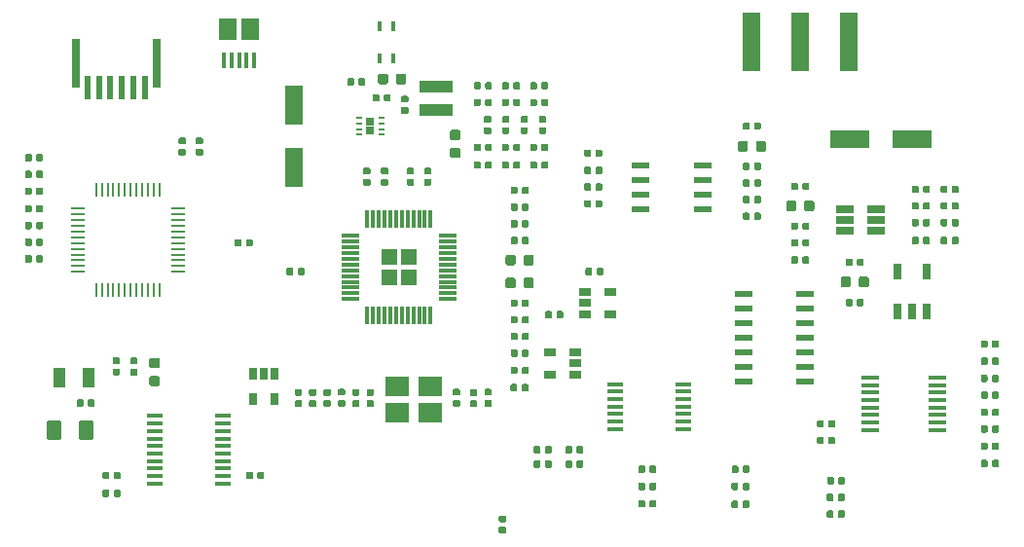
<source format=gtp>
G04 #@! TF.GenerationSoftware,KiCad,Pcbnew,(5.0.0)*
G04 #@! TF.CreationDate,2019-01-26T18:48:23+01:00*
G04 #@! TF.ProjectId,rf-receiver,72662D72656365697665722E6B696361,rev?*
G04 #@! TF.SameCoordinates,Original*
G04 #@! TF.FileFunction,Paste,Top*
G04 #@! TF.FilePolarity,Positive*
%FSLAX46Y46*%
G04 Gerber Fmt 4.6, Leading zero omitted, Abs format (unit mm)*
G04 Created by KiCad (PCBNEW (5.0.0)) date 01/26/19 18:48:23*
%MOMM*%
%LPD*%
G01*
G04 APERTURE LIST*
%ADD10C,0.100000*%
%ADD11C,0.875000*%
%ADD12R,1.500000X0.450000*%
%ADD13C,1.250000*%
%ADD14C,0.590000*%
%ADD15R,3.500000X1.600000*%
%ADD16R,1.600000X3.500000*%
%ADD17R,1.500000X1.900000*%
%ADD18R,0.400000X1.350000*%
%ADD19R,1.500000X5.080000*%
%ADD20R,2.900000X1.000000*%
%ADD21R,1.060000X0.650000*%
%ADD22R,0.650000X1.060000*%
%ADD23R,0.700000X4.200000*%
%ADD24R,0.600000X2.000000*%
%ADD25R,1.450000X0.450000*%
%ADD26R,1.550000X0.600000*%
%ADD27R,1.560000X0.650000*%
%ADD28R,1.000000X1.800000*%
%ADD29R,2.100000X1.800000*%
%ADD30R,0.300000X1.500000*%
%ADD31R,1.500000X0.300000*%
%ADD32R,1.350000X1.350000*%
%ADD33R,0.250000X1.300000*%
%ADD34R,1.300000X0.250000*%
%ADD35R,1.500000X0.600000*%
%ADD36R,0.500000X0.250000*%
%ADD37R,0.750000X0.650000*%
%ADD38R,0.400000X0.900000*%
%ADD39R,0.760000X1.400000*%
G04 APERTURE END LIST*
D10*
G04 #@! TO.C,C64*
G36*
X134752691Y-74126053D02*
X134773926Y-74129203D01*
X134794750Y-74134419D01*
X134814962Y-74141651D01*
X134834368Y-74150830D01*
X134852781Y-74161866D01*
X134870024Y-74174654D01*
X134885930Y-74189070D01*
X134900346Y-74204976D01*
X134913134Y-74222219D01*
X134924170Y-74240632D01*
X134933349Y-74260038D01*
X134940581Y-74280250D01*
X134945797Y-74301074D01*
X134948947Y-74322309D01*
X134950000Y-74343750D01*
X134950000Y-74856250D01*
X134948947Y-74877691D01*
X134945797Y-74898926D01*
X134940581Y-74919750D01*
X134933349Y-74939962D01*
X134924170Y-74959368D01*
X134913134Y-74977781D01*
X134900346Y-74995024D01*
X134885930Y-75010930D01*
X134870024Y-75025346D01*
X134852781Y-75038134D01*
X134834368Y-75049170D01*
X134814962Y-75058349D01*
X134794750Y-75065581D01*
X134773926Y-75070797D01*
X134752691Y-75073947D01*
X134731250Y-75075000D01*
X134293750Y-75075000D01*
X134272309Y-75073947D01*
X134251074Y-75070797D01*
X134230250Y-75065581D01*
X134210038Y-75058349D01*
X134190632Y-75049170D01*
X134172219Y-75038134D01*
X134154976Y-75025346D01*
X134139070Y-75010930D01*
X134124654Y-74995024D01*
X134111866Y-74977781D01*
X134100830Y-74959368D01*
X134091651Y-74939962D01*
X134084419Y-74919750D01*
X134079203Y-74898926D01*
X134076053Y-74877691D01*
X134075000Y-74856250D01*
X134075000Y-74343750D01*
X134076053Y-74322309D01*
X134079203Y-74301074D01*
X134084419Y-74280250D01*
X134091651Y-74260038D01*
X134100830Y-74240632D01*
X134111866Y-74222219D01*
X134124654Y-74204976D01*
X134139070Y-74189070D01*
X134154976Y-74174654D01*
X134172219Y-74161866D01*
X134190632Y-74150830D01*
X134210038Y-74141651D01*
X134230250Y-74134419D01*
X134251074Y-74129203D01*
X134272309Y-74126053D01*
X134293750Y-74125000D01*
X134731250Y-74125000D01*
X134752691Y-74126053D01*
X134752691Y-74126053D01*
G37*
D11*
X134512500Y-74600000D03*
D10*
G36*
X136327691Y-74126053D02*
X136348926Y-74129203D01*
X136369750Y-74134419D01*
X136389962Y-74141651D01*
X136409368Y-74150830D01*
X136427781Y-74161866D01*
X136445024Y-74174654D01*
X136460930Y-74189070D01*
X136475346Y-74204976D01*
X136488134Y-74222219D01*
X136499170Y-74240632D01*
X136508349Y-74260038D01*
X136515581Y-74280250D01*
X136520797Y-74301074D01*
X136523947Y-74322309D01*
X136525000Y-74343750D01*
X136525000Y-74856250D01*
X136523947Y-74877691D01*
X136520797Y-74898926D01*
X136515581Y-74919750D01*
X136508349Y-74939962D01*
X136499170Y-74959368D01*
X136488134Y-74977781D01*
X136475346Y-74995024D01*
X136460930Y-75010930D01*
X136445024Y-75025346D01*
X136427781Y-75038134D01*
X136409368Y-75049170D01*
X136389962Y-75058349D01*
X136369750Y-75065581D01*
X136348926Y-75070797D01*
X136327691Y-75073947D01*
X136306250Y-75075000D01*
X135868750Y-75075000D01*
X135847309Y-75073947D01*
X135826074Y-75070797D01*
X135805250Y-75065581D01*
X135785038Y-75058349D01*
X135765632Y-75049170D01*
X135747219Y-75038134D01*
X135729976Y-75025346D01*
X135714070Y-75010930D01*
X135699654Y-74995024D01*
X135686866Y-74977781D01*
X135675830Y-74959368D01*
X135666651Y-74939962D01*
X135659419Y-74919750D01*
X135654203Y-74898926D01*
X135651053Y-74877691D01*
X135650000Y-74856250D01*
X135650000Y-74343750D01*
X135651053Y-74322309D01*
X135654203Y-74301074D01*
X135659419Y-74280250D01*
X135666651Y-74260038D01*
X135675830Y-74240632D01*
X135686866Y-74222219D01*
X135699654Y-74204976D01*
X135714070Y-74189070D01*
X135729976Y-74174654D01*
X135747219Y-74161866D01*
X135765632Y-74150830D01*
X135785038Y-74141651D01*
X135805250Y-74134419D01*
X135826074Y-74129203D01*
X135847309Y-74126053D01*
X135868750Y-74125000D01*
X136306250Y-74125000D01*
X136327691Y-74126053D01*
X136327691Y-74126053D01*
G37*
D11*
X136087500Y-74600000D03*
G04 #@! TD*
D12*
G04 #@! TO.C,U9*
X151450000Y-99275000D03*
X151450000Y-98625000D03*
X151450000Y-97975000D03*
X151450000Y-97325000D03*
X151450000Y-96675000D03*
X151450000Y-96025000D03*
X151450000Y-95375000D03*
X151450000Y-94725000D03*
X145550000Y-94725000D03*
X145550000Y-95375000D03*
X145550000Y-96025000D03*
X145550000Y-96675000D03*
X145550000Y-97325000D03*
X145550000Y-97975000D03*
X145550000Y-98625000D03*
X145550000Y-99275000D03*
G04 #@! TD*
D10*
G04 #@! TO.C,R17*
G36*
X109777691Y-73176053D02*
X109798926Y-73179203D01*
X109819750Y-73184419D01*
X109839962Y-73191651D01*
X109859368Y-73200830D01*
X109877781Y-73211866D01*
X109895024Y-73224654D01*
X109910930Y-73239070D01*
X109925346Y-73254976D01*
X109938134Y-73272219D01*
X109949170Y-73290632D01*
X109958349Y-73310038D01*
X109965581Y-73330250D01*
X109970797Y-73351074D01*
X109973947Y-73372309D01*
X109975000Y-73393750D01*
X109975000Y-73831250D01*
X109973947Y-73852691D01*
X109970797Y-73873926D01*
X109965581Y-73894750D01*
X109958349Y-73914962D01*
X109949170Y-73934368D01*
X109938134Y-73952781D01*
X109925346Y-73970024D01*
X109910930Y-73985930D01*
X109895024Y-74000346D01*
X109877781Y-74013134D01*
X109859368Y-74024170D01*
X109839962Y-74033349D01*
X109819750Y-74040581D01*
X109798926Y-74045797D01*
X109777691Y-74048947D01*
X109756250Y-74050000D01*
X109243750Y-74050000D01*
X109222309Y-74048947D01*
X109201074Y-74045797D01*
X109180250Y-74040581D01*
X109160038Y-74033349D01*
X109140632Y-74024170D01*
X109122219Y-74013134D01*
X109104976Y-74000346D01*
X109089070Y-73985930D01*
X109074654Y-73970024D01*
X109061866Y-73952781D01*
X109050830Y-73934368D01*
X109041651Y-73914962D01*
X109034419Y-73894750D01*
X109029203Y-73873926D01*
X109026053Y-73852691D01*
X109025000Y-73831250D01*
X109025000Y-73393750D01*
X109026053Y-73372309D01*
X109029203Y-73351074D01*
X109034419Y-73330250D01*
X109041651Y-73310038D01*
X109050830Y-73290632D01*
X109061866Y-73272219D01*
X109074654Y-73254976D01*
X109089070Y-73239070D01*
X109104976Y-73224654D01*
X109122219Y-73211866D01*
X109140632Y-73200830D01*
X109160038Y-73191651D01*
X109180250Y-73184419D01*
X109201074Y-73179203D01*
X109222309Y-73176053D01*
X109243750Y-73175000D01*
X109756250Y-73175000D01*
X109777691Y-73176053D01*
X109777691Y-73176053D01*
G37*
D11*
X109500000Y-73612500D03*
D10*
G36*
X109777691Y-74751053D02*
X109798926Y-74754203D01*
X109819750Y-74759419D01*
X109839962Y-74766651D01*
X109859368Y-74775830D01*
X109877781Y-74786866D01*
X109895024Y-74799654D01*
X109910930Y-74814070D01*
X109925346Y-74829976D01*
X109938134Y-74847219D01*
X109949170Y-74865632D01*
X109958349Y-74885038D01*
X109965581Y-74905250D01*
X109970797Y-74926074D01*
X109973947Y-74947309D01*
X109975000Y-74968750D01*
X109975000Y-75406250D01*
X109973947Y-75427691D01*
X109970797Y-75448926D01*
X109965581Y-75469750D01*
X109958349Y-75489962D01*
X109949170Y-75509368D01*
X109938134Y-75527781D01*
X109925346Y-75545024D01*
X109910930Y-75560930D01*
X109895024Y-75575346D01*
X109877781Y-75588134D01*
X109859368Y-75599170D01*
X109839962Y-75608349D01*
X109819750Y-75615581D01*
X109798926Y-75620797D01*
X109777691Y-75623947D01*
X109756250Y-75625000D01*
X109243750Y-75625000D01*
X109222309Y-75623947D01*
X109201074Y-75620797D01*
X109180250Y-75615581D01*
X109160038Y-75608349D01*
X109140632Y-75599170D01*
X109122219Y-75588134D01*
X109104976Y-75575346D01*
X109089070Y-75560930D01*
X109074654Y-75545024D01*
X109061866Y-75527781D01*
X109050830Y-75509368D01*
X109041651Y-75489962D01*
X109034419Y-75469750D01*
X109029203Y-75448926D01*
X109026053Y-75427691D01*
X109025000Y-75406250D01*
X109025000Y-74968750D01*
X109026053Y-74947309D01*
X109029203Y-74926074D01*
X109034419Y-74905250D01*
X109041651Y-74885038D01*
X109050830Y-74865632D01*
X109061866Y-74847219D01*
X109074654Y-74829976D01*
X109089070Y-74814070D01*
X109104976Y-74799654D01*
X109122219Y-74786866D01*
X109140632Y-74775830D01*
X109160038Y-74766651D01*
X109180250Y-74759419D01*
X109201074Y-74754203D01*
X109222309Y-74751053D01*
X109243750Y-74750000D01*
X109756250Y-74750000D01*
X109777691Y-74751053D01*
X109777691Y-74751053D01*
G37*
D11*
X109500000Y-75187500D03*
G04 #@! TD*
D10*
G04 #@! TO.C,R14*
G36*
X116127691Y-86026053D02*
X116148926Y-86029203D01*
X116169750Y-86034419D01*
X116189962Y-86041651D01*
X116209368Y-86050830D01*
X116227781Y-86061866D01*
X116245024Y-86074654D01*
X116260930Y-86089070D01*
X116275346Y-86104976D01*
X116288134Y-86122219D01*
X116299170Y-86140632D01*
X116308349Y-86160038D01*
X116315581Y-86180250D01*
X116320797Y-86201074D01*
X116323947Y-86222309D01*
X116325000Y-86243750D01*
X116325000Y-86756250D01*
X116323947Y-86777691D01*
X116320797Y-86798926D01*
X116315581Y-86819750D01*
X116308349Y-86839962D01*
X116299170Y-86859368D01*
X116288134Y-86877781D01*
X116275346Y-86895024D01*
X116260930Y-86910930D01*
X116245024Y-86925346D01*
X116227781Y-86938134D01*
X116209368Y-86949170D01*
X116189962Y-86958349D01*
X116169750Y-86965581D01*
X116148926Y-86970797D01*
X116127691Y-86973947D01*
X116106250Y-86975000D01*
X115668750Y-86975000D01*
X115647309Y-86973947D01*
X115626074Y-86970797D01*
X115605250Y-86965581D01*
X115585038Y-86958349D01*
X115565632Y-86949170D01*
X115547219Y-86938134D01*
X115529976Y-86925346D01*
X115514070Y-86910930D01*
X115499654Y-86895024D01*
X115486866Y-86877781D01*
X115475830Y-86859368D01*
X115466651Y-86839962D01*
X115459419Y-86819750D01*
X115454203Y-86798926D01*
X115451053Y-86777691D01*
X115450000Y-86756250D01*
X115450000Y-86243750D01*
X115451053Y-86222309D01*
X115454203Y-86201074D01*
X115459419Y-86180250D01*
X115466651Y-86160038D01*
X115475830Y-86140632D01*
X115486866Y-86122219D01*
X115499654Y-86104976D01*
X115514070Y-86089070D01*
X115529976Y-86074654D01*
X115547219Y-86061866D01*
X115565632Y-86050830D01*
X115585038Y-86041651D01*
X115605250Y-86034419D01*
X115626074Y-86029203D01*
X115647309Y-86026053D01*
X115668750Y-86025000D01*
X116106250Y-86025000D01*
X116127691Y-86026053D01*
X116127691Y-86026053D01*
G37*
D11*
X115887500Y-86500000D03*
D10*
G36*
X114552691Y-86026053D02*
X114573926Y-86029203D01*
X114594750Y-86034419D01*
X114614962Y-86041651D01*
X114634368Y-86050830D01*
X114652781Y-86061866D01*
X114670024Y-86074654D01*
X114685930Y-86089070D01*
X114700346Y-86104976D01*
X114713134Y-86122219D01*
X114724170Y-86140632D01*
X114733349Y-86160038D01*
X114740581Y-86180250D01*
X114745797Y-86201074D01*
X114748947Y-86222309D01*
X114750000Y-86243750D01*
X114750000Y-86756250D01*
X114748947Y-86777691D01*
X114745797Y-86798926D01*
X114740581Y-86819750D01*
X114733349Y-86839962D01*
X114724170Y-86859368D01*
X114713134Y-86877781D01*
X114700346Y-86895024D01*
X114685930Y-86910930D01*
X114670024Y-86925346D01*
X114652781Y-86938134D01*
X114634368Y-86949170D01*
X114614962Y-86958349D01*
X114594750Y-86965581D01*
X114573926Y-86970797D01*
X114552691Y-86973947D01*
X114531250Y-86975000D01*
X114093750Y-86975000D01*
X114072309Y-86973947D01*
X114051074Y-86970797D01*
X114030250Y-86965581D01*
X114010038Y-86958349D01*
X113990632Y-86949170D01*
X113972219Y-86938134D01*
X113954976Y-86925346D01*
X113939070Y-86910930D01*
X113924654Y-86895024D01*
X113911866Y-86877781D01*
X113900830Y-86859368D01*
X113891651Y-86839962D01*
X113884419Y-86819750D01*
X113879203Y-86798926D01*
X113876053Y-86777691D01*
X113875000Y-86756250D01*
X113875000Y-86243750D01*
X113876053Y-86222309D01*
X113879203Y-86201074D01*
X113884419Y-86180250D01*
X113891651Y-86160038D01*
X113900830Y-86140632D01*
X113911866Y-86122219D01*
X113924654Y-86104976D01*
X113939070Y-86089070D01*
X113954976Y-86074654D01*
X113972219Y-86061866D01*
X113990632Y-86050830D01*
X114010038Y-86041651D01*
X114030250Y-86034419D01*
X114051074Y-86029203D01*
X114072309Y-86026053D01*
X114093750Y-86025000D01*
X114531250Y-86025000D01*
X114552691Y-86026053D01*
X114552691Y-86026053D01*
G37*
D11*
X114312500Y-86500000D03*
G04 #@! TD*
D10*
G04 #@! TO.C,R25*
G36*
X145277691Y-85926053D02*
X145298926Y-85929203D01*
X145319750Y-85934419D01*
X145339962Y-85941651D01*
X145359368Y-85950830D01*
X145377781Y-85961866D01*
X145395024Y-85974654D01*
X145410930Y-85989070D01*
X145425346Y-86004976D01*
X145438134Y-86022219D01*
X145449170Y-86040632D01*
X145458349Y-86060038D01*
X145465581Y-86080250D01*
X145470797Y-86101074D01*
X145473947Y-86122309D01*
X145475000Y-86143750D01*
X145475000Y-86656250D01*
X145473947Y-86677691D01*
X145470797Y-86698926D01*
X145465581Y-86719750D01*
X145458349Y-86739962D01*
X145449170Y-86759368D01*
X145438134Y-86777781D01*
X145425346Y-86795024D01*
X145410930Y-86810930D01*
X145395024Y-86825346D01*
X145377781Y-86838134D01*
X145359368Y-86849170D01*
X145339962Y-86858349D01*
X145319750Y-86865581D01*
X145298926Y-86870797D01*
X145277691Y-86873947D01*
X145256250Y-86875000D01*
X144818750Y-86875000D01*
X144797309Y-86873947D01*
X144776074Y-86870797D01*
X144755250Y-86865581D01*
X144735038Y-86858349D01*
X144715632Y-86849170D01*
X144697219Y-86838134D01*
X144679976Y-86825346D01*
X144664070Y-86810930D01*
X144649654Y-86795024D01*
X144636866Y-86777781D01*
X144625830Y-86759368D01*
X144616651Y-86739962D01*
X144609419Y-86719750D01*
X144604203Y-86698926D01*
X144601053Y-86677691D01*
X144600000Y-86656250D01*
X144600000Y-86143750D01*
X144601053Y-86122309D01*
X144604203Y-86101074D01*
X144609419Y-86080250D01*
X144616651Y-86060038D01*
X144625830Y-86040632D01*
X144636866Y-86022219D01*
X144649654Y-86004976D01*
X144664070Y-85989070D01*
X144679976Y-85974654D01*
X144697219Y-85961866D01*
X144715632Y-85950830D01*
X144735038Y-85941651D01*
X144755250Y-85934419D01*
X144776074Y-85929203D01*
X144797309Y-85926053D01*
X144818750Y-85925000D01*
X145256250Y-85925000D01*
X145277691Y-85926053D01*
X145277691Y-85926053D01*
G37*
D11*
X145037500Y-86400000D03*
D10*
G36*
X143702691Y-85926053D02*
X143723926Y-85929203D01*
X143744750Y-85934419D01*
X143764962Y-85941651D01*
X143784368Y-85950830D01*
X143802781Y-85961866D01*
X143820024Y-85974654D01*
X143835930Y-85989070D01*
X143850346Y-86004976D01*
X143863134Y-86022219D01*
X143874170Y-86040632D01*
X143883349Y-86060038D01*
X143890581Y-86080250D01*
X143895797Y-86101074D01*
X143898947Y-86122309D01*
X143900000Y-86143750D01*
X143900000Y-86656250D01*
X143898947Y-86677691D01*
X143895797Y-86698926D01*
X143890581Y-86719750D01*
X143883349Y-86739962D01*
X143874170Y-86759368D01*
X143863134Y-86777781D01*
X143850346Y-86795024D01*
X143835930Y-86810930D01*
X143820024Y-86825346D01*
X143802781Y-86838134D01*
X143784368Y-86849170D01*
X143764962Y-86858349D01*
X143744750Y-86865581D01*
X143723926Y-86870797D01*
X143702691Y-86873947D01*
X143681250Y-86875000D01*
X143243750Y-86875000D01*
X143222309Y-86873947D01*
X143201074Y-86870797D01*
X143180250Y-86865581D01*
X143160038Y-86858349D01*
X143140632Y-86849170D01*
X143122219Y-86838134D01*
X143104976Y-86825346D01*
X143089070Y-86810930D01*
X143074654Y-86795024D01*
X143061866Y-86777781D01*
X143050830Y-86759368D01*
X143041651Y-86739962D01*
X143034419Y-86719750D01*
X143029203Y-86698926D01*
X143026053Y-86677691D01*
X143025000Y-86656250D01*
X143025000Y-86143750D01*
X143026053Y-86122309D01*
X143029203Y-86101074D01*
X143034419Y-86080250D01*
X143041651Y-86060038D01*
X143050830Y-86040632D01*
X143061866Y-86022219D01*
X143074654Y-86004976D01*
X143089070Y-85989070D01*
X143104976Y-85974654D01*
X143122219Y-85961866D01*
X143140632Y-85950830D01*
X143160038Y-85941651D01*
X143180250Y-85934419D01*
X143201074Y-85929203D01*
X143222309Y-85926053D01*
X143243750Y-85925000D01*
X143681250Y-85925000D01*
X143702691Y-85926053D01*
X143702691Y-85926053D01*
G37*
D11*
X143462500Y-86400000D03*
G04 #@! TD*
D10*
G04 #@! TO.C,R21*
G36*
X140527691Y-79326053D02*
X140548926Y-79329203D01*
X140569750Y-79334419D01*
X140589962Y-79341651D01*
X140609368Y-79350830D01*
X140627781Y-79361866D01*
X140645024Y-79374654D01*
X140660930Y-79389070D01*
X140675346Y-79404976D01*
X140688134Y-79422219D01*
X140699170Y-79440632D01*
X140708349Y-79460038D01*
X140715581Y-79480250D01*
X140720797Y-79501074D01*
X140723947Y-79522309D01*
X140725000Y-79543750D01*
X140725000Y-80056250D01*
X140723947Y-80077691D01*
X140720797Y-80098926D01*
X140715581Y-80119750D01*
X140708349Y-80139962D01*
X140699170Y-80159368D01*
X140688134Y-80177781D01*
X140675346Y-80195024D01*
X140660930Y-80210930D01*
X140645024Y-80225346D01*
X140627781Y-80238134D01*
X140609368Y-80249170D01*
X140589962Y-80258349D01*
X140569750Y-80265581D01*
X140548926Y-80270797D01*
X140527691Y-80273947D01*
X140506250Y-80275000D01*
X140068750Y-80275000D01*
X140047309Y-80273947D01*
X140026074Y-80270797D01*
X140005250Y-80265581D01*
X139985038Y-80258349D01*
X139965632Y-80249170D01*
X139947219Y-80238134D01*
X139929976Y-80225346D01*
X139914070Y-80210930D01*
X139899654Y-80195024D01*
X139886866Y-80177781D01*
X139875830Y-80159368D01*
X139866651Y-80139962D01*
X139859419Y-80119750D01*
X139854203Y-80098926D01*
X139851053Y-80077691D01*
X139850000Y-80056250D01*
X139850000Y-79543750D01*
X139851053Y-79522309D01*
X139854203Y-79501074D01*
X139859419Y-79480250D01*
X139866651Y-79460038D01*
X139875830Y-79440632D01*
X139886866Y-79422219D01*
X139899654Y-79404976D01*
X139914070Y-79389070D01*
X139929976Y-79374654D01*
X139947219Y-79361866D01*
X139965632Y-79350830D01*
X139985038Y-79341651D01*
X140005250Y-79334419D01*
X140026074Y-79329203D01*
X140047309Y-79326053D01*
X140068750Y-79325000D01*
X140506250Y-79325000D01*
X140527691Y-79326053D01*
X140527691Y-79326053D01*
G37*
D11*
X140287500Y-79800000D03*
D10*
G36*
X138952691Y-79326053D02*
X138973926Y-79329203D01*
X138994750Y-79334419D01*
X139014962Y-79341651D01*
X139034368Y-79350830D01*
X139052781Y-79361866D01*
X139070024Y-79374654D01*
X139085930Y-79389070D01*
X139100346Y-79404976D01*
X139113134Y-79422219D01*
X139124170Y-79440632D01*
X139133349Y-79460038D01*
X139140581Y-79480250D01*
X139145797Y-79501074D01*
X139148947Y-79522309D01*
X139150000Y-79543750D01*
X139150000Y-80056250D01*
X139148947Y-80077691D01*
X139145797Y-80098926D01*
X139140581Y-80119750D01*
X139133349Y-80139962D01*
X139124170Y-80159368D01*
X139113134Y-80177781D01*
X139100346Y-80195024D01*
X139085930Y-80210930D01*
X139070024Y-80225346D01*
X139052781Y-80238134D01*
X139034368Y-80249170D01*
X139014962Y-80258349D01*
X138994750Y-80265581D01*
X138973926Y-80270797D01*
X138952691Y-80273947D01*
X138931250Y-80275000D01*
X138493750Y-80275000D01*
X138472309Y-80273947D01*
X138451074Y-80270797D01*
X138430250Y-80265581D01*
X138410038Y-80258349D01*
X138390632Y-80249170D01*
X138372219Y-80238134D01*
X138354976Y-80225346D01*
X138339070Y-80210930D01*
X138324654Y-80195024D01*
X138311866Y-80177781D01*
X138300830Y-80159368D01*
X138291651Y-80139962D01*
X138284419Y-80119750D01*
X138279203Y-80098926D01*
X138276053Y-80077691D01*
X138275000Y-80056250D01*
X138275000Y-79543750D01*
X138276053Y-79522309D01*
X138279203Y-79501074D01*
X138284419Y-79480250D01*
X138291651Y-79460038D01*
X138300830Y-79440632D01*
X138311866Y-79422219D01*
X138324654Y-79404976D01*
X138339070Y-79389070D01*
X138354976Y-79374654D01*
X138372219Y-79361866D01*
X138390632Y-79350830D01*
X138410038Y-79341651D01*
X138430250Y-79334419D01*
X138451074Y-79329203D01*
X138472309Y-79326053D01*
X138493750Y-79325000D01*
X138931250Y-79325000D01*
X138952691Y-79326053D01*
X138952691Y-79326053D01*
G37*
D11*
X138712500Y-79800000D03*
G04 #@! TD*
D10*
G04 #@! TO.C,R15*
G36*
X114552691Y-84026053D02*
X114573926Y-84029203D01*
X114594750Y-84034419D01*
X114614962Y-84041651D01*
X114634368Y-84050830D01*
X114652781Y-84061866D01*
X114670024Y-84074654D01*
X114685930Y-84089070D01*
X114700346Y-84104976D01*
X114713134Y-84122219D01*
X114724170Y-84140632D01*
X114733349Y-84160038D01*
X114740581Y-84180250D01*
X114745797Y-84201074D01*
X114748947Y-84222309D01*
X114750000Y-84243750D01*
X114750000Y-84756250D01*
X114748947Y-84777691D01*
X114745797Y-84798926D01*
X114740581Y-84819750D01*
X114733349Y-84839962D01*
X114724170Y-84859368D01*
X114713134Y-84877781D01*
X114700346Y-84895024D01*
X114685930Y-84910930D01*
X114670024Y-84925346D01*
X114652781Y-84938134D01*
X114634368Y-84949170D01*
X114614962Y-84958349D01*
X114594750Y-84965581D01*
X114573926Y-84970797D01*
X114552691Y-84973947D01*
X114531250Y-84975000D01*
X114093750Y-84975000D01*
X114072309Y-84973947D01*
X114051074Y-84970797D01*
X114030250Y-84965581D01*
X114010038Y-84958349D01*
X113990632Y-84949170D01*
X113972219Y-84938134D01*
X113954976Y-84925346D01*
X113939070Y-84910930D01*
X113924654Y-84895024D01*
X113911866Y-84877781D01*
X113900830Y-84859368D01*
X113891651Y-84839962D01*
X113884419Y-84819750D01*
X113879203Y-84798926D01*
X113876053Y-84777691D01*
X113875000Y-84756250D01*
X113875000Y-84243750D01*
X113876053Y-84222309D01*
X113879203Y-84201074D01*
X113884419Y-84180250D01*
X113891651Y-84160038D01*
X113900830Y-84140632D01*
X113911866Y-84122219D01*
X113924654Y-84104976D01*
X113939070Y-84089070D01*
X113954976Y-84074654D01*
X113972219Y-84061866D01*
X113990632Y-84050830D01*
X114010038Y-84041651D01*
X114030250Y-84034419D01*
X114051074Y-84029203D01*
X114072309Y-84026053D01*
X114093750Y-84025000D01*
X114531250Y-84025000D01*
X114552691Y-84026053D01*
X114552691Y-84026053D01*
G37*
D11*
X114312500Y-84500000D03*
D10*
G36*
X116127691Y-84026053D02*
X116148926Y-84029203D01*
X116169750Y-84034419D01*
X116189962Y-84041651D01*
X116209368Y-84050830D01*
X116227781Y-84061866D01*
X116245024Y-84074654D01*
X116260930Y-84089070D01*
X116275346Y-84104976D01*
X116288134Y-84122219D01*
X116299170Y-84140632D01*
X116308349Y-84160038D01*
X116315581Y-84180250D01*
X116320797Y-84201074D01*
X116323947Y-84222309D01*
X116325000Y-84243750D01*
X116325000Y-84756250D01*
X116323947Y-84777691D01*
X116320797Y-84798926D01*
X116315581Y-84819750D01*
X116308349Y-84839962D01*
X116299170Y-84859368D01*
X116288134Y-84877781D01*
X116275346Y-84895024D01*
X116260930Y-84910930D01*
X116245024Y-84925346D01*
X116227781Y-84938134D01*
X116209368Y-84949170D01*
X116189962Y-84958349D01*
X116169750Y-84965581D01*
X116148926Y-84970797D01*
X116127691Y-84973947D01*
X116106250Y-84975000D01*
X115668750Y-84975000D01*
X115647309Y-84973947D01*
X115626074Y-84970797D01*
X115605250Y-84965581D01*
X115585038Y-84958349D01*
X115565632Y-84949170D01*
X115547219Y-84938134D01*
X115529976Y-84925346D01*
X115514070Y-84910930D01*
X115499654Y-84895024D01*
X115486866Y-84877781D01*
X115475830Y-84859368D01*
X115466651Y-84839962D01*
X115459419Y-84819750D01*
X115454203Y-84798926D01*
X115451053Y-84777691D01*
X115450000Y-84756250D01*
X115450000Y-84243750D01*
X115451053Y-84222309D01*
X115454203Y-84201074D01*
X115459419Y-84180250D01*
X115466651Y-84160038D01*
X115475830Y-84140632D01*
X115486866Y-84122219D01*
X115499654Y-84104976D01*
X115514070Y-84089070D01*
X115529976Y-84074654D01*
X115547219Y-84061866D01*
X115565632Y-84050830D01*
X115585038Y-84041651D01*
X115605250Y-84034419D01*
X115626074Y-84029203D01*
X115647309Y-84026053D01*
X115668750Y-84025000D01*
X116106250Y-84025000D01*
X116127691Y-84026053D01*
X116127691Y-84026053D01*
G37*
D11*
X115887500Y-84500000D03*
G04 #@! TD*
D10*
G04 #@! TO.C,C1*
G36*
X77799504Y-98426204D02*
X77823773Y-98429804D01*
X77847571Y-98435765D01*
X77870671Y-98444030D01*
X77892849Y-98454520D01*
X77913893Y-98467133D01*
X77933598Y-98481747D01*
X77951777Y-98498223D01*
X77968253Y-98516402D01*
X77982867Y-98536107D01*
X77995480Y-98557151D01*
X78005970Y-98579329D01*
X78014235Y-98602429D01*
X78020196Y-98626227D01*
X78023796Y-98650496D01*
X78025000Y-98675000D01*
X78025000Y-99925000D01*
X78023796Y-99949504D01*
X78020196Y-99973773D01*
X78014235Y-99997571D01*
X78005970Y-100020671D01*
X77995480Y-100042849D01*
X77982867Y-100063893D01*
X77968253Y-100083598D01*
X77951777Y-100101777D01*
X77933598Y-100118253D01*
X77913893Y-100132867D01*
X77892849Y-100145480D01*
X77870671Y-100155970D01*
X77847571Y-100164235D01*
X77823773Y-100170196D01*
X77799504Y-100173796D01*
X77775000Y-100175000D01*
X77025000Y-100175000D01*
X77000496Y-100173796D01*
X76976227Y-100170196D01*
X76952429Y-100164235D01*
X76929329Y-100155970D01*
X76907151Y-100145480D01*
X76886107Y-100132867D01*
X76866402Y-100118253D01*
X76848223Y-100101777D01*
X76831747Y-100083598D01*
X76817133Y-100063893D01*
X76804520Y-100042849D01*
X76794030Y-100020671D01*
X76785765Y-99997571D01*
X76779804Y-99973773D01*
X76776204Y-99949504D01*
X76775000Y-99925000D01*
X76775000Y-98675000D01*
X76776204Y-98650496D01*
X76779804Y-98626227D01*
X76785765Y-98602429D01*
X76794030Y-98579329D01*
X76804520Y-98557151D01*
X76817133Y-98536107D01*
X76831747Y-98516402D01*
X76848223Y-98498223D01*
X76866402Y-98481747D01*
X76886107Y-98467133D01*
X76907151Y-98454520D01*
X76929329Y-98444030D01*
X76952429Y-98435765D01*
X76976227Y-98429804D01*
X77000496Y-98426204D01*
X77025000Y-98425000D01*
X77775000Y-98425000D01*
X77799504Y-98426204D01*
X77799504Y-98426204D01*
G37*
D13*
X77400000Y-99300000D03*
D10*
G36*
X74999504Y-98426204D02*
X75023773Y-98429804D01*
X75047571Y-98435765D01*
X75070671Y-98444030D01*
X75092849Y-98454520D01*
X75113893Y-98467133D01*
X75133598Y-98481747D01*
X75151777Y-98498223D01*
X75168253Y-98516402D01*
X75182867Y-98536107D01*
X75195480Y-98557151D01*
X75205970Y-98579329D01*
X75214235Y-98602429D01*
X75220196Y-98626227D01*
X75223796Y-98650496D01*
X75225000Y-98675000D01*
X75225000Y-99925000D01*
X75223796Y-99949504D01*
X75220196Y-99973773D01*
X75214235Y-99997571D01*
X75205970Y-100020671D01*
X75195480Y-100042849D01*
X75182867Y-100063893D01*
X75168253Y-100083598D01*
X75151777Y-100101777D01*
X75133598Y-100118253D01*
X75113893Y-100132867D01*
X75092849Y-100145480D01*
X75070671Y-100155970D01*
X75047571Y-100164235D01*
X75023773Y-100170196D01*
X74999504Y-100173796D01*
X74975000Y-100175000D01*
X74225000Y-100175000D01*
X74200496Y-100173796D01*
X74176227Y-100170196D01*
X74152429Y-100164235D01*
X74129329Y-100155970D01*
X74107151Y-100145480D01*
X74086107Y-100132867D01*
X74066402Y-100118253D01*
X74048223Y-100101777D01*
X74031747Y-100083598D01*
X74017133Y-100063893D01*
X74004520Y-100042849D01*
X73994030Y-100020671D01*
X73985765Y-99997571D01*
X73979804Y-99973773D01*
X73976204Y-99949504D01*
X73975000Y-99925000D01*
X73975000Y-98675000D01*
X73976204Y-98650496D01*
X73979804Y-98626227D01*
X73985765Y-98602429D01*
X73994030Y-98579329D01*
X74004520Y-98557151D01*
X74017133Y-98536107D01*
X74031747Y-98516402D01*
X74048223Y-98498223D01*
X74066402Y-98481747D01*
X74086107Y-98467133D01*
X74107151Y-98454520D01*
X74129329Y-98444030D01*
X74152429Y-98435765D01*
X74176227Y-98429804D01*
X74200496Y-98426204D01*
X74225000Y-98425000D01*
X74975000Y-98425000D01*
X74999504Y-98426204D01*
X74999504Y-98426204D01*
G37*
D13*
X74600000Y-99300000D03*
G04 #@! TD*
D10*
G04 #@! TO.C,C78*
G36*
X105027691Y-68276053D02*
X105048926Y-68279203D01*
X105069750Y-68284419D01*
X105089962Y-68291651D01*
X105109368Y-68300830D01*
X105127781Y-68311866D01*
X105145024Y-68324654D01*
X105160930Y-68339070D01*
X105175346Y-68354976D01*
X105188134Y-68372219D01*
X105199170Y-68390632D01*
X105208349Y-68410038D01*
X105215581Y-68430250D01*
X105220797Y-68451074D01*
X105223947Y-68472309D01*
X105225000Y-68493750D01*
X105225000Y-69006250D01*
X105223947Y-69027691D01*
X105220797Y-69048926D01*
X105215581Y-69069750D01*
X105208349Y-69089962D01*
X105199170Y-69109368D01*
X105188134Y-69127781D01*
X105175346Y-69145024D01*
X105160930Y-69160930D01*
X105145024Y-69175346D01*
X105127781Y-69188134D01*
X105109368Y-69199170D01*
X105089962Y-69208349D01*
X105069750Y-69215581D01*
X105048926Y-69220797D01*
X105027691Y-69223947D01*
X105006250Y-69225000D01*
X104568750Y-69225000D01*
X104547309Y-69223947D01*
X104526074Y-69220797D01*
X104505250Y-69215581D01*
X104485038Y-69208349D01*
X104465632Y-69199170D01*
X104447219Y-69188134D01*
X104429976Y-69175346D01*
X104414070Y-69160930D01*
X104399654Y-69145024D01*
X104386866Y-69127781D01*
X104375830Y-69109368D01*
X104366651Y-69089962D01*
X104359419Y-69069750D01*
X104354203Y-69048926D01*
X104351053Y-69027691D01*
X104350000Y-69006250D01*
X104350000Y-68493750D01*
X104351053Y-68472309D01*
X104354203Y-68451074D01*
X104359419Y-68430250D01*
X104366651Y-68410038D01*
X104375830Y-68390632D01*
X104386866Y-68372219D01*
X104399654Y-68354976D01*
X104414070Y-68339070D01*
X104429976Y-68324654D01*
X104447219Y-68311866D01*
X104465632Y-68300830D01*
X104485038Y-68291651D01*
X104505250Y-68284419D01*
X104526074Y-68279203D01*
X104547309Y-68276053D01*
X104568750Y-68275000D01*
X105006250Y-68275000D01*
X105027691Y-68276053D01*
X105027691Y-68276053D01*
G37*
D11*
X104787500Y-68750000D03*
D10*
G36*
X103452691Y-68276053D02*
X103473926Y-68279203D01*
X103494750Y-68284419D01*
X103514962Y-68291651D01*
X103534368Y-68300830D01*
X103552781Y-68311866D01*
X103570024Y-68324654D01*
X103585930Y-68339070D01*
X103600346Y-68354976D01*
X103613134Y-68372219D01*
X103624170Y-68390632D01*
X103633349Y-68410038D01*
X103640581Y-68430250D01*
X103645797Y-68451074D01*
X103648947Y-68472309D01*
X103650000Y-68493750D01*
X103650000Y-69006250D01*
X103648947Y-69027691D01*
X103645797Y-69048926D01*
X103640581Y-69069750D01*
X103633349Y-69089962D01*
X103624170Y-69109368D01*
X103613134Y-69127781D01*
X103600346Y-69145024D01*
X103585930Y-69160930D01*
X103570024Y-69175346D01*
X103552781Y-69188134D01*
X103534368Y-69199170D01*
X103514962Y-69208349D01*
X103494750Y-69215581D01*
X103473926Y-69220797D01*
X103452691Y-69223947D01*
X103431250Y-69225000D01*
X102993750Y-69225000D01*
X102972309Y-69223947D01*
X102951074Y-69220797D01*
X102930250Y-69215581D01*
X102910038Y-69208349D01*
X102890632Y-69199170D01*
X102872219Y-69188134D01*
X102854976Y-69175346D01*
X102839070Y-69160930D01*
X102824654Y-69145024D01*
X102811866Y-69127781D01*
X102800830Y-69109368D01*
X102791651Y-69089962D01*
X102784419Y-69069750D01*
X102779203Y-69048926D01*
X102776053Y-69027691D01*
X102775000Y-69006250D01*
X102775000Y-68493750D01*
X102776053Y-68472309D01*
X102779203Y-68451074D01*
X102784419Y-68430250D01*
X102791651Y-68410038D01*
X102800830Y-68390632D01*
X102811866Y-68372219D01*
X102824654Y-68354976D01*
X102839070Y-68339070D01*
X102854976Y-68324654D01*
X102872219Y-68311866D01*
X102890632Y-68300830D01*
X102910038Y-68291651D01*
X102930250Y-68284419D01*
X102951074Y-68279203D01*
X102972309Y-68276053D01*
X102993750Y-68275000D01*
X103431250Y-68275000D01*
X103452691Y-68276053D01*
X103452691Y-68276053D01*
G37*
D11*
X103212500Y-68750000D03*
G04 #@! TD*
D10*
G04 #@! TO.C,C79*
G36*
X103746958Y-70080710D02*
X103761276Y-70082834D01*
X103775317Y-70086351D01*
X103788946Y-70091228D01*
X103802031Y-70097417D01*
X103814447Y-70104858D01*
X103826073Y-70113481D01*
X103836798Y-70123202D01*
X103846519Y-70133927D01*
X103855142Y-70145553D01*
X103862583Y-70157969D01*
X103868772Y-70171054D01*
X103873649Y-70184683D01*
X103877166Y-70198724D01*
X103879290Y-70213042D01*
X103880000Y-70227500D01*
X103880000Y-70572500D01*
X103879290Y-70586958D01*
X103877166Y-70601276D01*
X103873649Y-70615317D01*
X103868772Y-70628946D01*
X103862583Y-70642031D01*
X103855142Y-70654447D01*
X103846519Y-70666073D01*
X103836798Y-70676798D01*
X103826073Y-70686519D01*
X103814447Y-70695142D01*
X103802031Y-70702583D01*
X103788946Y-70708772D01*
X103775317Y-70713649D01*
X103761276Y-70717166D01*
X103746958Y-70719290D01*
X103732500Y-70720000D01*
X103437500Y-70720000D01*
X103423042Y-70719290D01*
X103408724Y-70717166D01*
X103394683Y-70713649D01*
X103381054Y-70708772D01*
X103367969Y-70702583D01*
X103355553Y-70695142D01*
X103343927Y-70686519D01*
X103333202Y-70676798D01*
X103323481Y-70666073D01*
X103314858Y-70654447D01*
X103307417Y-70642031D01*
X103301228Y-70628946D01*
X103296351Y-70615317D01*
X103292834Y-70601276D01*
X103290710Y-70586958D01*
X103290000Y-70572500D01*
X103290000Y-70227500D01*
X103290710Y-70213042D01*
X103292834Y-70198724D01*
X103296351Y-70184683D01*
X103301228Y-70171054D01*
X103307417Y-70157969D01*
X103314858Y-70145553D01*
X103323481Y-70133927D01*
X103333202Y-70123202D01*
X103343927Y-70113481D01*
X103355553Y-70104858D01*
X103367969Y-70097417D01*
X103381054Y-70091228D01*
X103394683Y-70086351D01*
X103408724Y-70082834D01*
X103423042Y-70080710D01*
X103437500Y-70080000D01*
X103732500Y-70080000D01*
X103746958Y-70080710D01*
X103746958Y-70080710D01*
G37*
D14*
X103585000Y-70400000D03*
D10*
G36*
X102776958Y-70080710D02*
X102791276Y-70082834D01*
X102805317Y-70086351D01*
X102818946Y-70091228D01*
X102832031Y-70097417D01*
X102844447Y-70104858D01*
X102856073Y-70113481D01*
X102866798Y-70123202D01*
X102876519Y-70133927D01*
X102885142Y-70145553D01*
X102892583Y-70157969D01*
X102898772Y-70171054D01*
X102903649Y-70184683D01*
X102907166Y-70198724D01*
X102909290Y-70213042D01*
X102910000Y-70227500D01*
X102910000Y-70572500D01*
X102909290Y-70586958D01*
X102907166Y-70601276D01*
X102903649Y-70615317D01*
X102898772Y-70628946D01*
X102892583Y-70642031D01*
X102885142Y-70654447D01*
X102876519Y-70666073D01*
X102866798Y-70676798D01*
X102856073Y-70686519D01*
X102844447Y-70695142D01*
X102832031Y-70702583D01*
X102818946Y-70708772D01*
X102805317Y-70713649D01*
X102791276Y-70717166D01*
X102776958Y-70719290D01*
X102762500Y-70720000D01*
X102467500Y-70720000D01*
X102453042Y-70719290D01*
X102438724Y-70717166D01*
X102424683Y-70713649D01*
X102411054Y-70708772D01*
X102397969Y-70702583D01*
X102385553Y-70695142D01*
X102373927Y-70686519D01*
X102363202Y-70676798D01*
X102353481Y-70666073D01*
X102344858Y-70654447D01*
X102337417Y-70642031D01*
X102331228Y-70628946D01*
X102326351Y-70615317D01*
X102322834Y-70601276D01*
X102320710Y-70586958D01*
X102320000Y-70572500D01*
X102320000Y-70227500D01*
X102320710Y-70213042D01*
X102322834Y-70198724D01*
X102326351Y-70184683D01*
X102331228Y-70171054D01*
X102337417Y-70157969D01*
X102344858Y-70145553D01*
X102353481Y-70133927D01*
X102363202Y-70123202D01*
X102373927Y-70113481D01*
X102385553Y-70104858D01*
X102397969Y-70097417D01*
X102411054Y-70091228D01*
X102424683Y-70086351D01*
X102438724Y-70082834D01*
X102453042Y-70080710D01*
X102467500Y-70080000D01*
X102762500Y-70080000D01*
X102776958Y-70080710D01*
X102776958Y-70080710D01*
G37*
D14*
X102615000Y-70400000D03*
G04 #@! TD*
D15*
G04 #@! TO.C,C52*
X149200000Y-74000000D03*
X143800000Y-74000000D03*
G04 #@! TD*
D16*
G04 #@! TO.C,C76*
X95500000Y-71050000D03*
X95500000Y-76450000D03*
G04 #@! TD*
D17*
G04 #@! TO.C,J3*
X89700000Y-64450000D03*
D18*
X91350000Y-67150000D03*
X92000000Y-67150000D03*
X89400000Y-67150000D03*
X90050000Y-67150000D03*
X90700000Y-67150000D03*
D17*
X91700000Y-64450000D03*
G04 #@! TD*
D10*
G04 #@! TO.C,R3*
G36*
X87421959Y-73855709D02*
X87436277Y-73857833D01*
X87450318Y-73861350D01*
X87463947Y-73866227D01*
X87477032Y-73872416D01*
X87489448Y-73879857D01*
X87501074Y-73888480D01*
X87511799Y-73898201D01*
X87521520Y-73908926D01*
X87530143Y-73920552D01*
X87537584Y-73932968D01*
X87543773Y-73946053D01*
X87548650Y-73959682D01*
X87552167Y-73973723D01*
X87554291Y-73988041D01*
X87555001Y-74002499D01*
X87555001Y-74297499D01*
X87554291Y-74311957D01*
X87552167Y-74326275D01*
X87548650Y-74340316D01*
X87543773Y-74353945D01*
X87537584Y-74367030D01*
X87530143Y-74379446D01*
X87521520Y-74391072D01*
X87511799Y-74401797D01*
X87501074Y-74411518D01*
X87489448Y-74420141D01*
X87477032Y-74427582D01*
X87463947Y-74433771D01*
X87450318Y-74438648D01*
X87436277Y-74442165D01*
X87421959Y-74444289D01*
X87407501Y-74444999D01*
X87062501Y-74444999D01*
X87048043Y-74444289D01*
X87033725Y-74442165D01*
X87019684Y-74438648D01*
X87006055Y-74433771D01*
X86992970Y-74427582D01*
X86980554Y-74420141D01*
X86968928Y-74411518D01*
X86958203Y-74401797D01*
X86948482Y-74391072D01*
X86939859Y-74379446D01*
X86932418Y-74367030D01*
X86926229Y-74353945D01*
X86921352Y-74340316D01*
X86917835Y-74326275D01*
X86915711Y-74311957D01*
X86915001Y-74297499D01*
X86915001Y-74002499D01*
X86915711Y-73988041D01*
X86917835Y-73973723D01*
X86921352Y-73959682D01*
X86926229Y-73946053D01*
X86932418Y-73932968D01*
X86939859Y-73920552D01*
X86948482Y-73908926D01*
X86958203Y-73898201D01*
X86968928Y-73888480D01*
X86980554Y-73879857D01*
X86992970Y-73872416D01*
X87006055Y-73866227D01*
X87019684Y-73861350D01*
X87033725Y-73857833D01*
X87048043Y-73855709D01*
X87062501Y-73854999D01*
X87407501Y-73854999D01*
X87421959Y-73855709D01*
X87421959Y-73855709D01*
G37*
D14*
X87235001Y-74149999D03*
D10*
G36*
X87421959Y-74825709D02*
X87436277Y-74827833D01*
X87450318Y-74831350D01*
X87463947Y-74836227D01*
X87477032Y-74842416D01*
X87489448Y-74849857D01*
X87501074Y-74858480D01*
X87511799Y-74868201D01*
X87521520Y-74878926D01*
X87530143Y-74890552D01*
X87537584Y-74902968D01*
X87543773Y-74916053D01*
X87548650Y-74929682D01*
X87552167Y-74943723D01*
X87554291Y-74958041D01*
X87555001Y-74972499D01*
X87555001Y-75267499D01*
X87554291Y-75281957D01*
X87552167Y-75296275D01*
X87548650Y-75310316D01*
X87543773Y-75323945D01*
X87537584Y-75337030D01*
X87530143Y-75349446D01*
X87521520Y-75361072D01*
X87511799Y-75371797D01*
X87501074Y-75381518D01*
X87489448Y-75390141D01*
X87477032Y-75397582D01*
X87463947Y-75403771D01*
X87450318Y-75408648D01*
X87436277Y-75412165D01*
X87421959Y-75414289D01*
X87407501Y-75414999D01*
X87062501Y-75414999D01*
X87048043Y-75414289D01*
X87033725Y-75412165D01*
X87019684Y-75408648D01*
X87006055Y-75403771D01*
X86992970Y-75397582D01*
X86980554Y-75390141D01*
X86968928Y-75381518D01*
X86958203Y-75371797D01*
X86948482Y-75361072D01*
X86939859Y-75349446D01*
X86932418Y-75337030D01*
X86926229Y-75323945D01*
X86921352Y-75310316D01*
X86917835Y-75296275D01*
X86915711Y-75281957D01*
X86915001Y-75267499D01*
X86915001Y-74972499D01*
X86915711Y-74958041D01*
X86917835Y-74943723D01*
X86921352Y-74929682D01*
X86926229Y-74916053D01*
X86932418Y-74902968D01*
X86939859Y-74890552D01*
X86948482Y-74878926D01*
X86958203Y-74868201D01*
X86968928Y-74858480D01*
X86980554Y-74849857D01*
X86992970Y-74842416D01*
X87006055Y-74836227D01*
X87019684Y-74831350D01*
X87033725Y-74827833D01*
X87048043Y-74825709D01*
X87062501Y-74824999D01*
X87407501Y-74824999D01*
X87421959Y-74825709D01*
X87421959Y-74825709D01*
G37*
D14*
X87235001Y-75119999D03*
G04 #@! TD*
D10*
G04 #@! TO.C,R4*
G36*
X85931959Y-74825709D02*
X85946277Y-74827833D01*
X85960318Y-74831350D01*
X85973947Y-74836227D01*
X85987032Y-74842416D01*
X85999448Y-74849857D01*
X86011074Y-74858480D01*
X86021799Y-74868201D01*
X86031520Y-74878926D01*
X86040143Y-74890552D01*
X86047584Y-74902968D01*
X86053773Y-74916053D01*
X86058650Y-74929682D01*
X86062167Y-74943723D01*
X86064291Y-74958041D01*
X86065001Y-74972499D01*
X86065001Y-75267499D01*
X86064291Y-75281957D01*
X86062167Y-75296275D01*
X86058650Y-75310316D01*
X86053773Y-75323945D01*
X86047584Y-75337030D01*
X86040143Y-75349446D01*
X86031520Y-75361072D01*
X86021799Y-75371797D01*
X86011074Y-75381518D01*
X85999448Y-75390141D01*
X85987032Y-75397582D01*
X85973947Y-75403771D01*
X85960318Y-75408648D01*
X85946277Y-75412165D01*
X85931959Y-75414289D01*
X85917501Y-75414999D01*
X85572501Y-75414999D01*
X85558043Y-75414289D01*
X85543725Y-75412165D01*
X85529684Y-75408648D01*
X85516055Y-75403771D01*
X85502970Y-75397582D01*
X85490554Y-75390141D01*
X85478928Y-75381518D01*
X85468203Y-75371797D01*
X85458482Y-75361072D01*
X85449859Y-75349446D01*
X85442418Y-75337030D01*
X85436229Y-75323945D01*
X85431352Y-75310316D01*
X85427835Y-75296275D01*
X85425711Y-75281957D01*
X85425001Y-75267499D01*
X85425001Y-74972499D01*
X85425711Y-74958041D01*
X85427835Y-74943723D01*
X85431352Y-74929682D01*
X85436229Y-74916053D01*
X85442418Y-74902968D01*
X85449859Y-74890552D01*
X85458482Y-74878926D01*
X85468203Y-74868201D01*
X85478928Y-74858480D01*
X85490554Y-74849857D01*
X85502970Y-74842416D01*
X85516055Y-74836227D01*
X85529684Y-74831350D01*
X85543725Y-74827833D01*
X85558043Y-74825709D01*
X85572501Y-74824999D01*
X85917501Y-74824999D01*
X85931959Y-74825709D01*
X85931959Y-74825709D01*
G37*
D14*
X85745001Y-75119999D03*
D10*
G36*
X85931959Y-73855709D02*
X85946277Y-73857833D01*
X85960318Y-73861350D01*
X85973947Y-73866227D01*
X85987032Y-73872416D01*
X85999448Y-73879857D01*
X86011074Y-73888480D01*
X86021799Y-73898201D01*
X86031520Y-73908926D01*
X86040143Y-73920552D01*
X86047584Y-73932968D01*
X86053773Y-73946053D01*
X86058650Y-73959682D01*
X86062167Y-73973723D01*
X86064291Y-73988041D01*
X86065001Y-74002499D01*
X86065001Y-74297499D01*
X86064291Y-74311957D01*
X86062167Y-74326275D01*
X86058650Y-74340316D01*
X86053773Y-74353945D01*
X86047584Y-74367030D01*
X86040143Y-74379446D01*
X86031520Y-74391072D01*
X86021799Y-74401797D01*
X86011074Y-74411518D01*
X85999448Y-74420141D01*
X85987032Y-74427582D01*
X85973947Y-74433771D01*
X85960318Y-74438648D01*
X85946277Y-74442165D01*
X85931959Y-74444289D01*
X85917501Y-74444999D01*
X85572501Y-74444999D01*
X85558043Y-74444289D01*
X85543725Y-74442165D01*
X85529684Y-74438648D01*
X85516055Y-74433771D01*
X85502970Y-74427582D01*
X85490554Y-74420141D01*
X85478928Y-74411518D01*
X85468203Y-74401797D01*
X85458482Y-74391072D01*
X85449859Y-74379446D01*
X85442418Y-74367030D01*
X85436229Y-74353945D01*
X85431352Y-74340316D01*
X85427835Y-74326275D01*
X85425711Y-74311957D01*
X85425001Y-74297499D01*
X85425001Y-74002499D01*
X85425711Y-73988041D01*
X85427835Y-73973723D01*
X85431352Y-73959682D01*
X85436229Y-73946053D01*
X85442418Y-73932968D01*
X85449859Y-73920552D01*
X85458482Y-73908926D01*
X85468203Y-73898201D01*
X85478928Y-73888480D01*
X85490554Y-73879857D01*
X85502970Y-73872416D01*
X85516055Y-73866227D01*
X85529684Y-73861350D01*
X85543725Y-73857833D01*
X85558043Y-73855709D01*
X85572501Y-73854999D01*
X85917501Y-73854999D01*
X85931959Y-73855709D01*
X85931959Y-73855709D01*
G37*
D14*
X85745001Y-74149999D03*
G04 #@! TD*
D19*
G04 #@! TO.C,J2*
X143750000Y-65550000D03*
X135250000Y-65550000D03*
X139500000Y-65550000D03*
G04 #@! TD*
D20*
G04 #@! TO.C,L8*
X107850000Y-71415000D03*
X107850000Y-69385000D03*
G04 #@! TD*
D10*
G04 #@! TO.C,C54*
G36*
X115761958Y-90830710D02*
X115776276Y-90832834D01*
X115790317Y-90836351D01*
X115803946Y-90841228D01*
X115817031Y-90847417D01*
X115829447Y-90854858D01*
X115841073Y-90863481D01*
X115851798Y-90873202D01*
X115861519Y-90883927D01*
X115870142Y-90895553D01*
X115877583Y-90907969D01*
X115883772Y-90921054D01*
X115888649Y-90934683D01*
X115892166Y-90948724D01*
X115894290Y-90963042D01*
X115895000Y-90977500D01*
X115895000Y-91322500D01*
X115894290Y-91336958D01*
X115892166Y-91351276D01*
X115888649Y-91365317D01*
X115883772Y-91378946D01*
X115877583Y-91392031D01*
X115870142Y-91404447D01*
X115861519Y-91416073D01*
X115851798Y-91426798D01*
X115841073Y-91436519D01*
X115829447Y-91445142D01*
X115817031Y-91452583D01*
X115803946Y-91458772D01*
X115790317Y-91463649D01*
X115776276Y-91467166D01*
X115761958Y-91469290D01*
X115747500Y-91470000D01*
X115452500Y-91470000D01*
X115438042Y-91469290D01*
X115423724Y-91467166D01*
X115409683Y-91463649D01*
X115396054Y-91458772D01*
X115382969Y-91452583D01*
X115370553Y-91445142D01*
X115358927Y-91436519D01*
X115348202Y-91426798D01*
X115338481Y-91416073D01*
X115329858Y-91404447D01*
X115322417Y-91392031D01*
X115316228Y-91378946D01*
X115311351Y-91365317D01*
X115307834Y-91351276D01*
X115305710Y-91336958D01*
X115305000Y-91322500D01*
X115305000Y-90977500D01*
X115305710Y-90963042D01*
X115307834Y-90948724D01*
X115311351Y-90934683D01*
X115316228Y-90921054D01*
X115322417Y-90907969D01*
X115329858Y-90895553D01*
X115338481Y-90883927D01*
X115348202Y-90873202D01*
X115358927Y-90863481D01*
X115370553Y-90854858D01*
X115382969Y-90847417D01*
X115396054Y-90841228D01*
X115409683Y-90836351D01*
X115423724Y-90832834D01*
X115438042Y-90830710D01*
X115452500Y-90830000D01*
X115747500Y-90830000D01*
X115761958Y-90830710D01*
X115761958Y-90830710D01*
G37*
D14*
X115600000Y-91150000D03*
D10*
G36*
X114791958Y-90830710D02*
X114806276Y-90832834D01*
X114820317Y-90836351D01*
X114833946Y-90841228D01*
X114847031Y-90847417D01*
X114859447Y-90854858D01*
X114871073Y-90863481D01*
X114881798Y-90873202D01*
X114891519Y-90883927D01*
X114900142Y-90895553D01*
X114907583Y-90907969D01*
X114913772Y-90921054D01*
X114918649Y-90934683D01*
X114922166Y-90948724D01*
X114924290Y-90963042D01*
X114925000Y-90977500D01*
X114925000Y-91322500D01*
X114924290Y-91336958D01*
X114922166Y-91351276D01*
X114918649Y-91365317D01*
X114913772Y-91378946D01*
X114907583Y-91392031D01*
X114900142Y-91404447D01*
X114891519Y-91416073D01*
X114881798Y-91426798D01*
X114871073Y-91436519D01*
X114859447Y-91445142D01*
X114847031Y-91452583D01*
X114833946Y-91458772D01*
X114820317Y-91463649D01*
X114806276Y-91467166D01*
X114791958Y-91469290D01*
X114777500Y-91470000D01*
X114482500Y-91470000D01*
X114468042Y-91469290D01*
X114453724Y-91467166D01*
X114439683Y-91463649D01*
X114426054Y-91458772D01*
X114412969Y-91452583D01*
X114400553Y-91445142D01*
X114388927Y-91436519D01*
X114378202Y-91426798D01*
X114368481Y-91416073D01*
X114359858Y-91404447D01*
X114352417Y-91392031D01*
X114346228Y-91378946D01*
X114341351Y-91365317D01*
X114337834Y-91351276D01*
X114335710Y-91336958D01*
X114335000Y-91322500D01*
X114335000Y-90977500D01*
X114335710Y-90963042D01*
X114337834Y-90948724D01*
X114341351Y-90934683D01*
X114346228Y-90921054D01*
X114352417Y-90907969D01*
X114359858Y-90895553D01*
X114368481Y-90883927D01*
X114378202Y-90873202D01*
X114388927Y-90863481D01*
X114400553Y-90854858D01*
X114412969Y-90847417D01*
X114426054Y-90841228D01*
X114439683Y-90836351D01*
X114453724Y-90832834D01*
X114468042Y-90830710D01*
X114482500Y-90830000D01*
X114777500Y-90830000D01*
X114791958Y-90830710D01*
X114791958Y-90830710D01*
G37*
D14*
X114630000Y-91150000D03*
G04 #@! TD*
D21*
G04 #@! TO.C,U4*
X120750000Y-87300000D03*
X120750000Y-88250000D03*
X120750000Y-89200000D03*
X122950000Y-89200000D03*
X122950000Y-87300000D03*
G04 #@! TD*
G04 #@! TO.C,U11*
X119950000Y-94450000D03*
X119950000Y-93500000D03*
X119950000Y-92550000D03*
X117750000Y-92550000D03*
X117750000Y-94450000D03*
G04 #@! TD*
D22*
G04 #@! TO.C,U12*
X93800000Y-96600000D03*
X91900000Y-96600000D03*
X91900000Y-94400000D03*
X92850000Y-94400000D03*
X93800000Y-94400000D03*
G04 #@! TD*
D23*
G04 #@! TO.C,CON1*
X83500000Y-67400000D03*
D24*
X82500000Y-69500000D03*
X81500000Y-69500000D03*
X80500000Y-69500000D03*
X79500000Y-69500000D03*
X78500000Y-69500000D03*
X77500000Y-69500000D03*
D23*
X76500000Y-67400000D03*
G04 #@! TD*
D25*
G04 #@! TO.C,U3*
X89300000Y-103925000D03*
X89300000Y-103275000D03*
X89300000Y-102625000D03*
X89300000Y-101975000D03*
X89300000Y-101325000D03*
X89300000Y-100675000D03*
X89300000Y-100025000D03*
X89300000Y-99375000D03*
X89300000Y-98725000D03*
X89300000Y-98075000D03*
X83400000Y-98075000D03*
X83400000Y-98725000D03*
X83400000Y-99375000D03*
X83400000Y-100025000D03*
X83400000Y-100675000D03*
X83400000Y-101325000D03*
X83400000Y-101975000D03*
X83400000Y-102625000D03*
X83400000Y-103275000D03*
X83400000Y-103925000D03*
G04 #@! TD*
D26*
G04 #@! TO.C,U8*
X125600000Y-76295000D03*
X125600000Y-77565000D03*
X125600000Y-78835000D03*
X125600000Y-80105000D03*
X131000000Y-80105000D03*
X131000000Y-78835000D03*
X131000000Y-77565000D03*
X131000000Y-76295000D03*
G04 #@! TD*
D25*
G04 #@! TO.C,U1*
X129300000Y-99200000D03*
X129300000Y-98550000D03*
X129300000Y-97900000D03*
X129300000Y-97250000D03*
X129300000Y-96600000D03*
X129300000Y-95950000D03*
X129300000Y-95300000D03*
X123400000Y-95300000D03*
X123400000Y-95950000D03*
X123400000Y-96600000D03*
X123400000Y-97250000D03*
X123400000Y-97900000D03*
X123400000Y-98550000D03*
X123400000Y-99200000D03*
G04 #@! TD*
D27*
G04 #@! TO.C,U5*
X146100000Y-81950000D03*
X146100000Y-81000000D03*
X146100000Y-80050000D03*
X143400000Y-80050000D03*
X143400000Y-81950000D03*
X143400000Y-81000000D03*
G04 #@! TD*
D10*
G04 #@! TO.C,C53*
G36*
X140146958Y-84180710D02*
X140161276Y-84182834D01*
X140175317Y-84186351D01*
X140188946Y-84191228D01*
X140202031Y-84197417D01*
X140214447Y-84204858D01*
X140226073Y-84213481D01*
X140236798Y-84223202D01*
X140246519Y-84233927D01*
X140255142Y-84245553D01*
X140262583Y-84257969D01*
X140268772Y-84271054D01*
X140273649Y-84284683D01*
X140277166Y-84298724D01*
X140279290Y-84313042D01*
X140280000Y-84327500D01*
X140280000Y-84672500D01*
X140279290Y-84686958D01*
X140277166Y-84701276D01*
X140273649Y-84715317D01*
X140268772Y-84728946D01*
X140262583Y-84742031D01*
X140255142Y-84754447D01*
X140246519Y-84766073D01*
X140236798Y-84776798D01*
X140226073Y-84786519D01*
X140214447Y-84795142D01*
X140202031Y-84802583D01*
X140188946Y-84808772D01*
X140175317Y-84813649D01*
X140161276Y-84817166D01*
X140146958Y-84819290D01*
X140132500Y-84820000D01*
X139837500Y-84820000D01*
X139823042Y-84819290D01*
X139808724Y-84817166D01*
X139794683Y-84813649D01*
X139781054Y-84808772D01*
X139767969Y-84802583D01*
X139755553Y-84795142D01*
X139743927Y-84786519D01*
X139733202Y-84776798D01*
X139723481Y-84766073D01*
X139714858Y-84754447D01*
X139707417Y-84742031D01*
X139701228Y-84728946D01*
X139696351Y-84715317D01*
X139692834Y-84701276D01*
X139690710Y-84686958D01*
X139690000Y-84672500D01*
X139690000Y-84327500D01*
X139690710Y-84313042D01*
X139692834Y-84298724D01*
X139696351Y-84284683D01*
X139701228Y-84271054D01*
X139707417Y-84257969D01*
X139714858Y-84245553D01*
X139723481Y-84233927D01*
X139733202Y-84223202D01*
X139743927Y-84213481D01*
X139755553Y-84204858D01*
X139767969Y-84197417D01*
X139781054Y-84191228D01*
X139794683Y-84186351D01*
X139808724Y-84182834D01*
X139823042Y-84180710D01*
X139837500Y-84180000D01*
X140132500Y-84180000D01*
X140146958Y-84180710D01*
X140146958Y-84180710D01*
G37*
D14*
X139985000Y-84500000D03*
D10*
G36*
X139176958Y-84180710D02*
X139191276Y-84182834D01*
X139205317Y-84186351D01*
X139218946Y-84191228D01*
X139232031Y-84197417D01*
X139244447Y-84204858D01*
X139256073Y-84213481D01*
X139266798Y-84223202D01*
X139276519Y-84233927D01*
X139285142Y-84245553D01*
X139292583Y-84257969D01*
X139298772Y-84271054D01*
X139303649Y-84284683D01*
X139307166Y-84298724D01*
X139309290Y-84313042D01*
X139310000Y-84327500D01*
X139310000Y-84672500D01*
X139309290Y-84686958D01*
X139307166Y-84701276D01*
X139303649Y-84715317D01*
X139298772Y-84728946D01*
X139292583Y-84742031D01*
X139285142Y-84754447D01*
X139276519Y-84766073D01*
X139266798Y-84776798D01*
X139256073Y-84786519D01*
X139244447Y-84795142D01*
X139232031Y-84802583D01*
X139218946Y-84808772D01*
X139205317Y-84813649D01*
X139191276Y-84817166D01*
X139176958Y-84819290D01*
X139162500Y-84820000D01*
X138867500Y-84820000D01*
X138853042Y-84819290D01*
X138838724Y-84817166D01*
X138824683Y-84813649D01*
X138811054Y-84808772D01*
X138797969Y-84802583D01*
X138785553Y-84795142D01*
X138773927Y-84786519D01*
X138763202Y-84776798D01*
X138753481Y-84766073D01*
X138744858Y-84754447D01*
X138737417Y-84742031D01*
X138731228Y-84728946D01*
X138726351Y-84715317D01*
X138722834Y-84701276D01*
X138720710Y-84686958D01*
X138720000Y-84672500D01*
X138720000Y-84327500D01*
X138720710Y-84313042D01*
X138722834Y-84298724D01*
X138726351Y-84284683D01*
X138731228Y-84271054D01*
X138737417Y-84257969D01*
X138744858Y-84245553D01*
X138753481Y-84233927D01*
X138763202Y-84223202D01*
X138773927Y-84213481D01*
X138785553Y-84204858D01*
X138797969Y-84197417D01*
X138811054Y-84191228D01*
X138824683Y-84186351D01*
X138838724Y-84182834D01*
X138853042Y-84180710D01*
X138867500Y-84180000D01*
X139162500Y-84180000D01*
X139176958Y-84180710D01*
X139176958Y-84180710D01*
G37*
D14*
X139015000Y-84500000D03*
G04 #@! TD*
D10*
G04 #@! TO.C,C62*
G36*
X135961958Y-77480710D02*
X135976276Y-77482834D01*
X135990317Y-77486351D01*
X136003946Y-77491228D01*
X136017031Y-77497417D01*
X136029447Y-77504858D01*
X136041073Y-77513481D01*
X136051798Y-77523202D01*
X136061519Y-77533927D01*
X136070142Y-77545553D01*
X136077583Y-77557969D01*
X136083772Y-77571054D01*
X136088649Y-77584683D01*
X136092166Y-77598724D01*
X136094290Y-77613042D01*
X136095000Y-77627500D01*
X136095000Y-77972500D01*
X136094290Y-77986958D01*
X136092166Y-78001276D01*
X136088649Y-78015317D01*
X136083772Y-78028946D01*
X136077583Y-78042031D01*
X136070142Y-78054447D01*
X136061519Y-78066073D01*
X136051798Y-78076798D01*
X136041073Y-78086519D01*
X136029447Y-78095142D01*
X136017031Y-78102583D01*
X136003946Y-78108772D01*
X135990317Y-78113649D01*
X135976276Y-78117166D01*
X135961958Y-78119290D01*
X135947500Y-78120000D01*
X135652500Y-78120000D01*
X135638042Y-78119290D01*
X135623724Y-78117166D01*
X135609683Y-78113649D01*
X135596054Y-78108772D01*
X135582969Y-78102583D01*
X135570553Y-78095142D01*
X135558927Y-78086519D01*
X135548202Y-78076798D01*
X135538481Y-78066073D01*
X135529858Y-78054447D01*
X135522417Y-78042031D01*
X135516228Y-78028946D01*
X135511351Y-78015317D01*
X135507834Y-78001276D01*
X135505710Y-77986958D01*
X135505000Y-77972500D01*
X135505000Y-77627500D01*
X135505710Y-77613042D01*
X135507834Y-77598724D01*
X135511351Y-77584683D01*
X135516228Y-77571054D01*
X135522417Y-77557969D01*
X135529858Y-77545553D01*
X135538481Y-77533927D01*
X135548202Y-77523202D01*
X135558927Y-77513481D01*
X135570553Y-77504858D01*
X135582969Y-77497417D01*
X135596054Y-77491228D01*
X135609683Y-77486351D01*
X135623724Y-77482834D01*
X135638042Y-77480710D01*
X135652500Y-77480000D01*
X135947500Y-77480000D01*
X135961958Y-77480710D01*
X135961958Y-77480710D01*
G37*
D14*
X135800000Y-77800000D03*
D10*
G36*
X134991958Y-77480710D02*
X135006276Y-77482834D01*
X135020317Y-77486351D01*
X135033946Y-77491228D01*
X135047031Y-77497417D01*
X135059447Y-77504858D01*
X135071073Y-77513481D01*
X135081798Y-77523202D01*
X135091519Y-77533927D01*
X135100142Y-77545553D01*
X135107583Y-77557969D01*
X135113772Y-77571054D01*
X135118649Y-77584683D01*
X135122166Y-77598724D01*
X135124290Y-77613042D01*
X135125000Y-77627500D01*
X135125000Y-77972500D01*
X135124290Y-77986958D01*
X135122166Y-78001276D01*
X135118649Y-78015317D01*
X135113772Y-78028946D01*
X135107583Y-78042031D01*
X135100142Y-78054447D01*
X135091519Y-78066073D01*
X135081798Y-78076798D01*
X135071073Y-78086519D01*
X135059447Y-78095142D01*
X135047031Y-78102583D01*
X135033946Y-78108772D01*
X135020317Y-78113649D01*
X135006276Y-78117166D01*
X134991958Y-78119290D01*
X134977500Y-78120000D01*
X134682500Y-78120000D01*
X134668042Y-78119290D01*
X134653724Y-78117166D01*
X134639683Y-78113649D01*
X134626054Y-78108772D01*
X134612969Y-78102583D01*
X134600553Y-78095142D01*
X134588927Y-78086519D01*
X134578202Y-78076798D01*
X134568481Y-78066073D01*
X134559858Y-78054447D01*
X134552417Y-78042031D01*
X134546228Y-78028946D01*
X134541351Y-78015317D01*
X134537834Y-78001276D01*
X134535710Y-77986958D01*
X134535000Y-77972500D01*
X134535000Y-77627500D01*
X134535710Y-77613042D01*
X134537834Y-77598724D01*
X134541351Y-77584683D01*
X134546228Y-77571054D01*
X134552417Y-77557969D01*
X134559858Y-77545553D01*
X134568481Y-77533927D01*
X134578202Y-77523202D01*
X134588927Y-77513481D01*
X134600553Y-77504858D01*
X134612969Y-77497417D01*
X134626054Y-77491228D01*
X134639683Y-77486351D01*
X134653724Y-77482834D01*
X134668042Y-77480710D01*
X134682500Y-77480000D01*
X134977500Y-77480000D01*
X134991958Y-77480710D01*
X134991958Y-77480710D01*
G37*
D14*
X134830000Y-77800000D03*
G04 #@! TD*
D10*
G04 #@! TO.C,C33*
G36*
X112486958Y-71970710D02*
X112501276Y-71972834D01*
X112515317Y-71976351D01*
X112528946Y-71981228D01*
X112542031Y-71987417D01*
X112554447Y-71994858D01*
X112566073Y-72003481D01*
X112576798Y-72013202D01*
X112586519Y-72023927D01*
X112595142Y-72035553D01*
X112602583Y-72047969D01*
X112608772Y-72061054D01*
X112613649Y-72074683D01*
X112617166Y-72088724D01*
X112619290Y-72103042D01*
X112620000Y-72117500D01*
X112620000Y-72412500D01*
X112619290Y-72426958D01*
X112617166Y-72441276D01*
X112613649Y-72455317D01*
X112608772Y-72468946D01*
X112602583Y-72482031D01*
X112595142Y-72494447D01*
X112586519Y-72506073D01*
X112576798Y-72516798D01*
X112566073Y-72526519D01*
X112554447Y-72535142D01*
X112542031Y-72542583D01*
X112528946Y-72548772D01*
X112515317Y-72553649D01*
X112501276Y-72557166D01*
X112486958Y-72559290D01*
X112472500Y-72560000D01*
X112127500Y-72560000D01*
X112113042Y-72559290D01*
X112098724Y-72557166D01*
X112084683Y-72553649D01*
X112071054Y-72548772D01*
X112057969Y-72542583D01*
X112045553Y-72535142D01*
X112033927Y-72526519D01*
X112023202Y-72516798D01*
X112013481Y-72506073D01*
X112004858Y-72494447D01*
X111997417Y-72482031D01*
X111991228Y-72468946D01*
X111986351Y-72455317D01*
X111982834Y-72441276D01*
X111980710Y-72426958D01*
X111980000Y-72412500D01*
X111980000Y-72117500D01*
X111980710Y-72103042D01*
X111982834Y-72088724D01*
X111986351Y-72074683D01*
X111991228Y-72061054D01*
X111997417Y-72047969D01*
X112004858Y-72035553D01*
X112013481Y-72023927D01*
X112023202Y-72013202D01*
X112033927Y-72003481D01*
X112045553Y-71994858D01*
X112057969Y-71987417D01*
X112071054Y-71981228D01*
X112084683Y-71976351D01*
X112098724Y-71972834D01*
X112113042Y-71970710D01*
X112127500Y-71970000D01*
X112472500Y-71970000D01*
X112486958Y-71970710D01*
X112486958Y-71970710D01*
G37*
D14*
X112300000Y-72265000D03*
D10*
G36*
X112486958Y-72940710D02*
X112501276Y-72942834D01*
X112515317Y-72946351D01*
X112528946Y-72951228D01*
X112542031Y-72957417D01*
X112554447Y-72964858D01*
X112566073Y-72973481D01*
X112576798Y-72983202D01*
X112586519Y-72993927D01*
X112595142Y-73005553D01*
X112602583Y-73017969D01*
X112608772Y-73031054D01*
X112613649Y-73044683D01*
X112617166Y-73058724D01*
X112619290Y-73073042D01*
X112620000Y-73087500D01*
X112620000Y-73382500D01*
X112619290Y-73396958D01*
X112617166Y-73411276D01*
X112613649Y-73425317D01*
X112608772Y-73438946D01*
X112602583Y-73452031D01*
X112595142Y-73464447D01*
X112586519Y-73476073D01*
X112576798Y-73486798D01*
X112566073Y-73496519D01*
X112554447Y-73505142D01*
X112542031Y-73512583D01*
X112528946Y-73518772D01*
X112515317Y-73523649D01*
X112501276Y-73527166D01*
X112486958Y-73529290D01*
X112472500Y-73530000D01*
X112127500Y-73530000D01*
X112113042Y-73529290D01*
X112098724Y-73527166D01*
X112084683Y-73523649D01*
X112071054Y-73518772D01*
X112057969Y-73512583D01*
X112045553Y-73505142D01*
X112033927Y-73496519D01*
X112023202Y-73486798D01*
X112013481Y-73476073D01*
X112004858Y-73464447D01*
X111997417Y-73452031D01*
X111991228Y-73438946D01*
X111986351Y-73425317D01*
X111982834Y-73411276D01*
X111980710Y-73396958D01*
X111980000Y-73382500D01*
X111980000Y-73087500D01*
X111980710Y-73073042D01*
X111982834Y-73058724D01*
X111986351Y-73044683D01*
X111991228Y-73031054D01*
X111997417Y-73017969D01*
X112004858Y-73005553D01*
X112013481Y-72993927D01*
X112023202Y-72983202D01*
X112033927Y-72973481D01*
X112045553Y-72964858D01*
X112057969Y-72957417D01*
X112071054Y-72951228D01*
X112084683Y-72946351D01*
X112098724Y-72942834D01*
X112113042Y-72940710D01*
X112127500Y-72940000D01*
X112472500Y-72940000D01*
X112486958Y-72940710D01*
X112486958Y-72940710D01*
G37*
D14*
X112300000Y-73235000D03*
G04 #@! TD*
D10*
G04 #@! TO.C,C61*
G36*
X135946958Y-78930710D02*
X135961276Y-78932834D01*
X135975317Y-78936351D01*
X135988946Y-78941228D01*
X136002031Y-78947417D01*
X136014447Y-78954858D01*
X136026073Y-78963481D01*
X136036798Y-78973202D01*
X136046519Y-78983927D01*
X136055142Y-78995553D01*
X136062583Y-79007969D01*
X136068772Y-79021054D01*
X136073649Y-79034683D01*
X136077166Y-79048724D01*
X136079290Y-79063042D01*
X136080000Y-79077500D01*
X136080000Y-79422500D01*
X136079290Y-79436958D01*
X136077166Y-79451276D01*
X136073649Y-79465317D01*
X136068772Y-79478946D01*
X136062583Y-79492031D01*
X136055142Y-79504447D01*
X136046519Y-79516073D01*
X136036798Y-79526798D01*
X136026073Y-79536519D01*
X136014447Y-79545142D01*
X136002031Y-79552583D01*
X135988946Y-79558772D01*
X135975317Y-79563649D01*
X135961276Y-79567166D01*
X135946958Y-79569290D01*
X135932500Y-79570000D01*
X135637500Y-79570000D01*
X135623042Y-79569290D01*
X135608724Y-79567166D01*
X135594683Y-79563649D01*
X135581054Y-79558772D01*
X135567969Y-79552583D01*
X135555553Y-79545142D01*
X135543927Y-79536519D01*
X135533202Y-79526798D01*
X135523481Y-79516073D01*
X135514858Y-79504447D01*
X135507417Y-79492031D01*
X135501228Y-79478946D01*
X135496351Y-79465317D01*
X135492834Y-79451276D01*
X135490710Y-79436958D01*
X135490000Y-79422500D01*
X135490000Y-79077500D01*
X135490710Y-79063042D01*
X135492834Y-79048724D01*
X135496351Y-79034683D01*
X135501228Y-79021054D01*
X135507417Y-79007969D01*
X135514858Y-78995553D01*
X135523481Y-78983927D01*
X135533202Y-78973202D01*
X135543927Y-78963481D01*
X135555553Y-78954858D01*
X135567969Y-78947417D01*
X135581054Y-78941228D01*
X135594683Y-78936351D01*
X135608724Y-78932834D01*
X135623042Y-78930710D01*
X135637500Y-78930000D01*
X135932500Y-78930000D01*
X135946958Y-78930710D01*
X135946958Y-78930710D01*
G37*
D14*
X135785000Y-79250000D03*
D10*
G36*
X134976958Y-78930710D02*
X134991276Y-78932834D01*
X135005317Y-78936351D01*
X135018946Y-78941228D01*
X135032031Y-78947417D01*
X135044447Y-78954858D01*
X135056073Y-78963481D01*
X135066798Y-78973202D01*
X135076519Y-78983927D01*
X135085142Y-78995553D01*
X135092583Y-79007969D01*
X135098772Y-79021054D01*
X135103649Y-79034683D01*
X135107166Y-79048724D01*
X135109290Y-79063042D01*
X135110000Y-79077500D01*
X135110000Y-79422500D01*
X135109290Y-79436958D01*
X135107166Y-79451276D01*
X135103649Y-79465317D01*
X135098772Y-79478946D01*
X135092583Y-79492031D01*
X135085142Y-79504447D01*
X135076519Y-79516073D01*
X135066798Y-79526798D01*
X135056073Y-79536519D01*
X135044447Y-79545142D01*
X135032031Y-79552583D01*
X135018946Y-79558772D01*
X135005317Y-79563649D01*
X134991276Y-79567166D01*
X134976958Y-79569290D01*
X134962500Y-79570000D01*
X134667500Y-79570000D01*
X134653042Y-79569290D01*
X134638724Y-79567166D01*
X134624683Y-79563649D01*
X134611054Y-79558772D01*
X134597969Y-79552583D01*
X134585553Y-79545142D01*
X134573927Y-79536519D01*
X134563202Y-79526798D01*
X134553481Y-79516073D01*
X134544858Y-79504447D01*
X134537417Y-79492031D01*
X134531228Y-79478946D01*
X134526351Y-79465317D01*
X134522834Y-79451276D01*
X134520710Y-79436958D01*
X134520000Y-79422500D01*
X134520000Y-79077500D01*
X134520710Y-79063042D01*
X134522834Y-79048724D01*
X134526351Y-79034683D01*
X134531228Y-79021054D01*
X134537417Y-79007969D01*
X134544858Y-78995553D01*
X134553481Y-78983927D01*
X134563202Y-78973202D01*
X134573927Y-78963481D01*
X134585553Y-78954858D01*
X134597969Y-78947417D01*
X134611054Y-78941228D01*
X134624683Y-78936351D01*
X134638724Y-78932834D01*
X134653042Y-78930710D01*
X134667500Y-78930000D01*
X134962500Y-78930000D01*
X134976958Y-78930710D01*
X134976958Y-78930710D01*
G37*
D14*
X134815000Y-79250000D03*
G04 #@! TD*
D10*
G04 #@! TO.C,C59*
G36*
X141426958Y-98430710D02*
X141441276Y-98432834D01*
X141455317Y-98436351D01*
X141468946Y-98441228D01*
X141482031Y-98447417D01*
X141494447Y-98454858D01*
X141506073Y-98463481D01*
X141516798Y-98473202D01*
X141526519Y-98483927D01*
X141535142Y-98495553D01*
X141542583Y-98507969D01*
X141548772Y-98521054D01*
X141553649Y-98534683D01*
X141557166Y-98548724D01*
X141559290Y-98563042D01*
X141560000Y-98577500D01*
X141560000Y-98922500D01*
X141559290Y-98936958D01*
X141557166Y-98951276D01*
X141553649Y-98965317D01*
X141548772Y-98978946D01*
X141542583Y-98992031D01*
X141535142Y-99004447D01*
X141526519Y-99016073D01*
X141516798Y-99026798D01*
X141506073Y-99036519D01*
X141494447Y-99045142D01*
X141482031Y-99052583D01*
X141468946Y-99058772D01*
X141455317Y-99063649D01*
X141441276Y-99067166D01*
X141426958Y-99069290D01*
X141412500Y-99070000D01*
X141117500Y-99070000D01*
X141103042Y-99069290D01*
X141088724Y-99067166D01*
X141074683Y-99063649D01*
X141061054Y-99058772D01*
X141047969Y-99052583D01*
X141035553Y-99045142D01*
X141023927Y-99036519D01*
X141013202Y-99026798D01*
X141003481Y-99016073D01*
X140994858Y-99004447D01*
X140987417Y-98992031D01*
X140981228Y-98978946D01*
X140976351Y-98965317D01*
X140972834Y-98951276D01*
X140970710Y-98936958D01*
X140970000Y-98922500D01*
X140970000Y-98577500D01*
X140970710Y-98563042D01*
X140972834Y-98548724D01*
X140976351Y-98534683D01*
X140981228Y-98521054D01*
X140987417Y-98507969D01*
X140994858Y-98495553D01*
X141003481Y-98483927D01*
X141013202Y-98473202D01*
X141023927Y-98463481D01*
X141035553Y-98454858D01*
X141047969Y-98447417D01*
X141061054Y-98441228D01*
X141074683Y-98436351D01*
X141088724Y-98432834D01*
X141103042Y-98430710D01*
X141117500Y-98430000D01*
X141412500Y-98430000D01*
X141426958Y-98430710D01*
X141426958Y-98430710D01*
G37*
D14*
X141265000Y-98750000D03*
D10*
G36*
X142396958Y-98430710D02*
X142411276Y-98432834D01*
X142425317Y-98436351D01*
X142438946Y-98441228D01*
X142452031Y-98447417D01*
X142464447Y-98454858D01*
X142476073Y-98463481D01*
X142486798Y-98473202D01*
X142496519Y-98483927D01*
X142505142Y-98495553D01*
X142512583Y-98507969D01*
X142518772Y-98521054D01*
X142523649Y-98534683D01*
X142527166Y-98548724D01*
X142529290Y-98563042D01*
X142530000Y-98577500D01*
X142530000Y-98922500D01*
X142529290Y-98936958D01*
X142527166Y-98951276D01*
X142523649Y-98965317D01*
X142518772Y-98978946D01*
X142512583Y-98992031D01*
X142505142Y-99004447D01*
X142496519Y-99016073D01*
X142486798Y-99026798D01*
X142476073Y-99036519D01*
X142464447Y-99045142D01*
X142452031Y-99052583D01*
X142438946Y-99058772D01*
X142425317Y-99063649D01*
X142411276Y-99067166D01*
X142396958Y-99069290D01*
X142382500Y-99070000D01*
X142087500Y-99070000D01*
X142073042Y-99069290D01*
X142058724Y-99067166D01*
X142044683Y-99063649D01*
X142031054Y-99058772D01*
X142017969Y-99052583D01*
X142005553Y-99045142D01*
X141993927Y-99036519D01*
X141983202Y-99026798D01*
X141973481Y-99016073D01*
X141964858Y-99004447D01*
X141957417Y-98992031D01*
X141951228Y-98978946D01*
X141946351Y-98965317D01*
X141942834Y-98951276D01*
X141940710Y-98936958D01*
X141940000Y-98922500D01*
X141940000Y-98577500D01*
X141940710Y-98563042D01*
X141942834Y-98548724D01*
X141946351Y-98534683D01*
X141951228Y-98521054D01*
X141957417Y-98507969D01*
X141964858Y-98495553D01*
X141973481Y-98483927D01*
X141983202Y-98473202D01*
X141993927Y-98463481D01*
X142005553Y-98454858D01*
X142017969Y-98447417D01*
X142031054Y-98441228D01*
X142044683Y-98436351D01*
X142058724Y-98432834D01*
X142073042Y-98430710D01*
X142087500Y-98430000D01*
X142382500Y-98430000D01*
X142396958Y-98430710D01*
X142396958Y-98430710D01*
G37*
D14*
X142235000Y-98750000D03*
G04 #@! TD*
D10*
G04 #@! TO.C,C57*
G36*
X152176958Y-80930710D02*
X152191276Y-80932834D01*
X152205317Y-80936351D01*
X152218946Y-80941228D01*
X152232031Y-80947417D01*
X152244447Y-80954858D01*
X152256073Y-80963481D01*
X152266798Y-80973202D01*
X152276519Y-80983927D01*
X152285142Y-80995553D01*
X152292583Y-81007969D01*
X152298772Y-81021054D01*
X152303649Y-81034683D01*
X152307166Y-81048724D01*
X152309290Y-81063042D01*
X152310000Y-81077500D01*
X152310000Y-81422500D01*
X152309290Y-81436958D01*
X152307166Y-81451276D01*
X152303649Y-81465317D01*
X152298772Y-81478946D01*
X152292583Y-81492031D01*
X152285142Y-81504447D01*
X152276519Y-81516073D01*
X152266798Y-81526798D01*
X152256073Y-81536519D01*
X152244447Y-81545142D01*
X152232031Y-81552583D01*
X152218946Y-81558772D01*
X152205317Y-81563649D01*
X152191276Y-81567166D01*
X152176958Y-81569290D01*
X152162500Y-81570000D01*
X151867500Y-81570000D01*
X151853042Y-81569290D01*
X151838724Y-81567166D01*
X151824683Y-81563649D01*
X151811054Y-81558772D01*
X151797969Y-81552583D01*
X151785553Y-81545142D01*
X151773927Y-81536519D01*
X151763202Y-81526798D01*
X151753481Y-81516073D01*
X151744858Y-81504447D01*
X151737417Y-81492031D01*
X151731228Y-81478946D01*
X151726351Y-81465317D01*
X151722834Y-81451276D01*
X151720710Y-81436958D01*
X151720000Y-81422500D01*
X151720000Y-81077500D01*
X151720710Y-81063042D01*
X151722834Y-81048724D01*
X151726351Y-81034683D01*
X151731228Y-81021054D01*
X151737417Y-81007969D01*
X151744858Y-80995553D01*
X151753481Y-80983927D01*
X151763202Y-80973202D01*
X151773927Y-80963481D01*
X151785553Y-80954858D01*
X151797969Y-80947417D01*
X151811054Y-80941228D01*
X151824683Y-80936351D01*
X151838724Y-80932834D01*
X151853042Y-80930710D01*
X151867500Y-80930000D01*
X152162500Y-80930000D01*
X152176958Y-80930710D01*
X152176958Y-80930710D01*
G37*
D14*
X152015000Y-81250000D03*
D10*
G36*
X153146958Y-80930710D02*
X153161276Y-80932834D01*
X153175317Y-80936351D01*
X153188946Y-80941228D01*
X153202031Y-80947417D01*
X153214447Y-80954858D01*
X153226073Y-80963481D01*
X153236798Y-80973202D01*
X153246519Y-80983927D01*
X153255142Y-80995553D01*
X153262583Y-81007969D01*
X153268772Y-81021054D01*
X153273649Y-81034683D01*
X153277166Y-81048724D01*
X153279290Y-81063042D01*
X153280000Y-81077500D01*
X153280000Y-81422500D01*
X153279290Y-81436958D01*
X153277166Y-81451276D01*
X153273649Y-81465317D01*
X153268772Y-81478946D01*
X153262583Y-81492031D01*
X153255142Y-81504447D01*
X153246519Y-81516073D01*
X153236798Y-81526798D01*
X153226073Y-81536519D01*
X153214447Y-81545142D01*
X153202031Y-81552583D01*
X153188946Y-81558772D01*
X153175317Y-81563649D01*
X153161276Y-81567166D01*
X153146958Y-81569290D01*
X153132500Y-81570000D01*
X152837500Y-81570000D01*
X152823042Y-81569290D01*
X152808724Y-81567166D01*
X152794683Y-81563649D01*
X152781054Y-81558772D01*
X152767969Y-81552583D01*
X152755553Y-81545142D01*
X152743927Y-81536519D01*
X152733202Y-81526798D01*
X152723481Y-81516073D01*
X152714858Y-81504447D01*
X152707417Y-81492031D01*
X152701228Y-81478946D01*
X152696351Y-81465317D01*
X152692834Y-81451276D01*
X152690710Y-81436958D01*
X152690000Y-81422500D01*
X152690000Y-81077500D01*
X152690710Y-81063042D01*
X152692834Y-81048724D01*
X152696351Y-81034683D01*
X152701228Y-81021054D01*
X152707417Y-81007969D01*
X152714858Y-80995553D01*
X152723481Y-80983927D01*
X152733202Y-80973202D01*
X152743927Y-80963481D01*
X152755553Y-80954858D01*
X152767969Y-80947417D01*
X152781054Y-80941228D01*
X152794683Y-80936351D01*
X152808724Y-80932834D01*
X152823042Y-80930710D01*
X152837500Y-80930000D01*
X153132500Y-80930000D01*
X153146958Y-80930710D01*
X153146958Y-80930710D01*
G37*
D14*
X152985000Y-81250000D03*
G04 #@! TD*
D10*
G04 #@! TO.C,C56*
G36*
X153146958Y-82480710D02*
X153161276Y-82482834D01*
X153175317Y-82486351D01*
X153188946Y-82491228D01*
X153202031Y-82497417D01*
X153214447Y-82504858D01*
X153226073Y-82513481D01*
X153236798Y-82523202D01*
X153246519Y-82533927D01*
X153255142Y-82545553D01*
X153262583Y-82557969D01*
X153268772Y-82571054D01*
X153273649Y-82584683D01*
X153277166Y-82598724D01*
X153279290Y-82613042D01*
X153280000Y-82627500D01*
X153280000Y-82972500D01*
X153279290Y-82986958D01*
X153277166Y-83001276D01*
X153273649Y-83015317D01*
X153268772Y-83028946D01*
X153262583Y-83042031D01*
X153255142Y-83054447D01*
X153246519Y-83066073D01*
X153236798Y-83076798D01*
X153226073Y-83086519D01*
X153214447Y-83095142D01*
X153202031Y-83102583D01*
X153188946Y-83108772D01*
X153175317Y-83113649D01*
X153161276Y-83117166D01*
X153146958Y-83119290D01*
X153132500Y-83120000D01*
X152837500Y-83120000D01*
X152823042Y-83119290D01*
X152808724Y-83117166D01*
X152794683Y-83113649D01*
X152781054Y-83108772D01*
X152767969Y-83102583D01*
X152755553Y-83095142D01*
X152743927Y-83086519D01*
X152733202Y-83076798D01*
X152723481Y-83066073D01*
X152714858Y-83054447D01*
X152707417Y-83042031D01*
X152701228Y-83028946D01*
X152696351Y-83015317D01*
X152692834Y-83001276D01*
X152690710Y-82986958D01*
X152690000Y-82972500D01*
X152690000Y-82627500D01*
X152690710Y-82613042D01*
X152692834Y-82598724D01*
X152696351Y-82584683D01*
X152701228Y-82571054D01*
X152707417Y-82557969D01*
X152714858Y-82545553D01*
X152723481Y-82533927D01*
X152733202Y-82523202D01*
X152743927Y-82513481D01*
X152755553Y-82504858D01*
X152767969Y-82497417D01*
X152781054Y-82491228D01*
X152794683Y-82486351D01*
X152808724Y-82482834D01*
X152823042Y-82480710D01*
X152837500Y-82480000D01*
X153132500Y-82480000D01*
X153146958Y-82480710D01*
X153146958Y-82480710D01*
G37*
D14*
X152985000Y-82800000D03*
D10*
G36*
X152176958Y-82480710D02*
X152191276Y-82482834D01*
X152205317Y-82486351D01*
X152218946Y-82491228D01*
X152232031Y-82497417D01*
X152244447Y-82504858D01*
X152256073Y-82513481D01*
X152266798Y-82523202D01*
X152276519Y-82533927D01*
X152285142Y-82545553D01*
X152292583Y-82557969D01*
X152298772Y-82571054D01*
X152303649Y-82584683D01*
X152307166Y-82598724D01*
X152309290Y-82613042D01*
X152310000Y-82627500D01*
X152310000Y-82972500D01*
X152309290Y-82986958D01*
X152307166Y-83001276D01*
X152303649Y-83015317D01*
X152298772Y-83028946D01*
X152292583Y-83042031D01*
X152285142Y-83054447D01*
X152276519Y-83066073D01*
X152266798Y-83076798D01*
X152256073Y-83086519D01*
X152244447Y-83095142D01*
X152232031Y-83102583D01*
X152218946Y-83108772D01*
X152205317Y-83113649D01*
X152191276Y-83117166D01*
X152176958Y-83119290D01*
X152162500Y-83120000D01*
X151867500Y-83120000D01*
X151853042Y-83119290D01*
X151838724Y-83117166D01*
X151824683Y-83113649D01*
X151811054Y-83108772D01*
X151797969Y-83102583D01*
X151785553Y-83095142D01*
X151773927Y-83086519D01*
X151763202Y-83076798D01*
X151753481Y-83066073D01*
X151744858Y-83054447D01*
X151737417Y-83042031D01*
X151731228Y-83028946D01*
X151726351Y-83015317D01*
X151722834Y-83001276D01*
X151720710Y-82986958D01*
X151720000Y-82972500D01*
X151720000Y-82627500D01*
X151720710Y-82613042D01*
X151722834Y-82598724D01*
X151726351Y-82584683D01*
X151731228Y-82571054D01*
X151737417Y-82557969D01*
X151744858Y-82545553D01*
X151753481Y-82533927D01*
X151763202Y-82523202D01*
X151773927Y-82513481D01*
X151785553Y-82504858D01*
X151797969Y-82497417D01*
X151811054Y-82491228D01*
X151824683Y-82486351D01*
X151838724Y-82482834D01*
X151853042Y-82480710D01*
X151867500Y-82480000D01*
X152162500Y-82480000D01*
X152176958Y-82480710D01*
X152176958Y-82480710D01*
G37*
D14*
X152015000Y-82800000D03*
G04 #@! TD*
D10*
G04 #@! TO.C,C83*
G36*
X114776958Y-93780710D02*
X114791276Y-93782834D01*
X114805317Y-93786351D01*
X114818946Y-93791228D01*
X114832031Y-93797417D01*
X114844447Y-93804858D01*
X114856073Y-93813481D01*
X114866798Y-93823202D01*
X114876519Y-93833927D01*
X114885142Y-93845553D01*
X114892583Y-93857969D01*
X114898772Y-93871054D01*
X114903649Y-93884683D01*
X114907166Y-93898724D01*
X114909290Y-93913042D01*
X114910000Y-93927500D01*
X114910000Y-94272500D01*
X114909290Y-94286958D01*
X114907166Y-94301276D01*
X114903649Y-94315317D01*
X114898772Y-94328946D01*
X114892583Y-94342031D01*
X114885142Y-94354447D01*
X114876519Y-94366073D01*
X114866798Y-94376798D01*
X114856073Y-94386519D01*
X114844447Y-94395142D01*
X114832031Y-94402583D01*
X114818946Y-94408772D01*
X114805317Y-94413649D01*
X114791276Y-94417166D01*
X114776958Y-94419290D01*
X114762500Y-94420000D01*
X114467500Y-94420000D01*
X114453042Y-94419290D01*
X114438724Y-94417166D01*
X114424683Y-94413649D01*
X114411054Y-94408772D01*
X114397969Y-94402583D01*
X114385553Y-94395142D01*
X114373927Y-94386519D01*
X114363202Y-94376798D01*
X114353481Y-94366073D01*
X114344858Y-94354447D01*
X114337417Y-94342031D01*
X114331228Y-94328946D01*
X114326351Y-94315317D01*
X114322834Y-94301276D01*
X114320710Y-94286958D01*
X114320000Y-94272500D01*
X114320000Y-93927500D01*
X114320710Y-93913042D01*
X114322834Y-93898724D01*
X114326351Y-93884683D01*
X114331228Y-93871054D01*
X114337417Y-93857969D01*
X114344858Y-93845553D01*
X114353481Y-93833927D01*
X114363202Y-93823202D01*
X114373927Y-93813481D01*
X114385553Y-93804858D01*
X114397969Y-93797417D01*
X114411054Y-93791228D01*
X114424683Y-93786351D01*
X114438724Y-93782834D01*
X114453042Y-93780710D01*
X114467500Y-93780000D01*
X114762500Y-93780000D01*
X114776958Y-93780710D01*
X114776958Y-93780710D01*
G37*
D14*
X114615000Y-94100000D03*
D10*
G36*
X115746958Y-93780710D02*
X115761276Y-93782834D01*
X115775317Y-93786351D01*
X115788946Y-93791228D01*
X115802031Y-93797417D01*
X115814447Y-93804858D01*
X115826073Y-93813481D01*
X115836798Y-93823202D01*
X115846519Y-93833927D01*
X115855142Y-93845553D01*
X115862583Y-93857969D01*
X115868772Y-93871054D01*
X115873649Y-93884683D01*
X115877166Y-93898724D01*
X115879290Y-93913042D01*
X115880000Y-93927500D01*
X115880000Y-94272500D01*
X115879290Y-94286958D01*
X115877166Y-94301276D01*
X115873649Y-94315317D01*
X115868772Y-94328946D01*
X115862583Y-94342031D01*
X115855142Y-94354447D01*
X115846519Y-94366073D01*
X115836798Y-94376798D01*
X115826073Y-94386519D01*
X115814447Y-94395142D01*
X115802031Y-94402583D01*
X115788946Y-94408772D01*
X115775317Y-94413649D01*
X115761276Y-94417166D01*
X115746958Y-94419290D01*
X115732500Y-94420000D01*
X115437500Y-94420000D01*
X115423042Y-94419290D01*
X115408724Y-94417166D01*
X115394683Y-94413649D01*
X115381054Y-94408772D01*
X115367969Y-94402583D01*
X115355553Y-94395142D01*
X115343927Y-94386519D01*
X115333202Y-94376798D01*
X115323481Y-94366073D01*
X115314858Y-94354447D01*
X115307417Y-94342031D01*
X115301228Y-94328946D01*
X115296351Y-94315317D01*
X115292834Y-94301276D01*
X115290710Y-94286958D01*
X115290000Y-94272500D01*
X115290000Y-93927500D01*
X115290710Y-93913042D01*
X115292834Y-93898724D01*
X115296351Y-93884683D01*
X115301228Y-93871054D01*
X115307417Y-93857969D01*
X115314858Y-93845553D01*
X115323481Y-93833927D01*
X115333202Y-93823202D01*
X115343927Y-93813481D01*
X115355553Y-93804858D01*
X115367969Y-93797417D01*
X115381054Y-93791228D01*
X115394683Y-93786351D01*
X115408724Y-93782834D01*
X115423042Y-93780710D01*
X115437500Y-93780000D01*
X115732500Y-93780000D01*
X115746958Y-93780710D01*
X115746958Y-93780710D01*
G37*
D14*
X115585000Y-94100000D03*
G04 #@! TD*
D10*
G04 #@! TO.C,C51*
G36*
X143926958Y-87880710D02*
X143941276Y-87882834D01*
X143955317Y-87886351D01*
X143968946Y-87891228D01*
X143982031Y-87897417D01*
X143994447Y-87904858D01*
X144006073Y-87913481D01*
X144016798Y-87923202D01*
X144026519Y-87933927D01*
X144035142Y-87945553D01*
X144042583Y-87957969D01*
X144048772Y-87971054D01*
X144053649Y-87984683D01*
X144057166Y-87998724D01*
X144059290Y-88013042D01*
X144060000Y-88027500D01*
X144060000Y-88372500D01*
X144059290Y-88386958D01*
X144057166Y-88401276D01*
X144053649Y-88415317D01*
X144048772Y-88428946D01*
X144042583Y-88442031D01*
X144035142Y-88454447D01*
X144026519Y-88466073D01*
X144016798Y-88476798D01*
X144006073Y-88486519D01*
X143994447Y-88495142D01*
X143982031Y-88502583D01*
X143968946Y-88508772D01*
X143955317Y-88513649D01*
X143941276Y-88517166D01*
X143926958Y-88519290D01*
X143912500Y-88520000D01*
X143617500Y-88520000D01*
X143603042Y-88519290D01*
X143588724Y-88517166D01*
X143574683Y-88513649D01*
X143561054Y-88508772D01*
X143547969Y-88502583D01*
X143535553Y-88495142D01*
X143523927Y-88486519D01*
X143513202Y-88476798D01*
X143503481Y-88466073D01*
X143494858Y-88454447D01*
X143487417Y-88442031D01*
X143481228Y-88428946D01*
X143476351Y-88415317D01*
X143472834Y-88401276D01*
X143470710Y-88386958D01*
X143470000Y-88372500D01*
X143470000Y-88027500D01*
X143470710Y-88013042D01*
X143472834Y-87998724D01*
X143476351Y-87984683D01*
X143481228Y-87971054D01*
X143487417Y-87957969D01*
X143494858Y-87945553D01*
X143503481Y-87933927D01*
X143513202Y-87923202D01*
X143523927Y-87913481D01*
X143535553Y-87904858D01*
X143547969Y-87897417D01*
X143561054Y-87891228D01*
X143574683Y-87886351D01*
X143588724Y-87882834D01*
X143603042Y-87880710D01*
X143617500Y-87880000D01*
X143912500Y-87880000D01*
X143926958Y-87880710D01*
X143926958Y-87880710D01*
G37*
D14*
X143765000Y-88200000D03*
D10*
G36*
X144896958Y-87880710D02*
X144911276Y-87882834D01*
X144925317Y-87886351D01*
X144938946Y-87891228D01*
X144952031Y-87897417D01*
X144964447Y-87904858D01*
X144976073Y-87913481D01*
X144986798Y-87923202D01*
X144996519Y-87933927D01*
X145005142Y-87945553D01*
X145012583Y-87957969D01*
X145018772Y-87971054D01*
X145023649Y-87984683D01*
X145027166Y-87998724D01*
X145029290Y-88013042D01*
X145030000Y-88027500D01*
X145030000Y-88372500D01*
X145029290Y-88386958D01*
X145027166Y-88401276D01*
X145023649Y-88415317D01*
X145018772Y-88428946D01*
X145012583Y-88442031D01*
X145005142Y-88454447D01*
X144996519Y-88466073D01*
X144986798Y-88476798D01*
X144976073Y-88486519D01*
X144964447Y-88495142D01*
X144952031Y-88502583D01*
X144938946Y-88508772D01*
X144925317Y-88513649D01*
X144911276Y-88517166D01*
X144896958Y-88519290D01*
X144882500Y-88520000D01*
X144587500Y-88520000D01*
X144573042Y-88519290D01*
X144558724Y-88517166D01*
X144544683Y-88513649D01*
X144531054Y-88508772D01*
X144517969Y-88502583D01*
X144505553Y-88495142D01*
X144493927Y-88486519D01*
X144483202Y-88476798D01*
X144473481Y-88466073D01*
X144464858Y-88454447D01*
X144457417Y-88442031D01*
X144451228Y-88428946D01*
X144446351Y-88415317D01*
X144442834Y-88401276D01*
X144440710Y-88386958D01*
X144440000Y-88372500D01*
X144440000Y-88027500D01*
X144440710Y-88013042D01*
X144442834Y-87998724D01*
X144446351Y-87984683D01*
X144451228Y-87971054D01*
X144457417Y-87957969D01*
X144464858Y-87945553D01*
X144473481Y-87933927D01*
X144483202Y-87923202D01*
X144493927Y-87913481D01*
X144505553Y-87904858D01*
X144517969Y-87897417D01*
X144531054Y-87891228D01*
X144544683Y-87886351D01*
X144558724Y-87882834D01*
X144573042Y-87880710D01*
X144587500Y-87880000D01*
X144882500Y-87880000D01*
X144896958Y-87880710D01*
X144896958Y-87880710D01*
G37*
D14*
X144735000Y-88200000D03*
G04 #@! TD*
D10*
G04 #@! TO.C,C50*
G36*
X121276958Y-85180710D02*
X121291276Y-85182834D01*
X121305317Y-85186351D01*
X121318946Y-85191228D01*
X121332031Y-85197417D01*
X121344447Y-85204858D01*
X121356073Y-85213481D01*
X121366798Y-85223202D01*
X121376519Y-85233927D01*
X121385142Y-85245553D01*
X121392583Y-85257969D01*
X121398772Y-85271054D01*
X121403649Y-85284683D01*
X121407166Y-85298724D01*
X121409290Y-85313042D01*
X121410000Y-85327500D01*
X121410000Y-85672500D01*
X121409290Y-85686958D01*
X121407166Y-85701276D01*
X121403649Y-85715317D01*
X121398772Y-85728946D01*
X121392583Y-85742031D01*
X121385142Y-85754447D01*
X121376519Y-85766073D01*
X121366798Y-85776798D01*
X121356073Y-85786519D01*
X121344447Y-85795142D01*
X121332031Y-85802583D01*
X121318946Y-85808772D01*
X121305317Y-85813649D01*
X121291276Y-85817166D01*
X121276958Y-85819290D01*
X121262500Y-85820000D01*
X120967500Y-85820000D01*
X120953042Y-85819290D01*
X120938724Y-85817166D01*
X120924683Y-85813649D01*
X120911054Y-85808772D01*
X120897969Y-85802583D01*
X120885553Y-85795142D01*
X120873927Y-85786519D01*
X120863202Y-85776798D01*
X120853481Y-85766073D01*
X120844858Y-85754447D01*
X120837417Y-85742031D01*
X120831228Y-85728946D01*
X120826351Y-85715317D01*
X120822834Y-85701276D01*
X120820710Y-85686958D01*
X120820000Y-85672500D01*
X120820000Y-85327500D01*
X120820710Y-85313042D01*
X120822834Y-85298724D01*
X120826351Y-85284683D01*
X120831228Y-85271054D01*
X120837417Y-85257969D01*
X120844858Y-85245553D01*
X120853481Y-85233927D01*
X120863202Y-85223202D01*
X120873927Y-85213481D01*
X120885553Y-85204858D01*
X120897969Y-85197417D01*
X120911054Y-85191228D01*
X120924683Y-85186351D01*
X120938724Y-85182834D01*
X120953042Y-85180710D01*
X120967500Y-85180000D01*
X121262500Y-85180000D01*
X121276958Y-85180710D01*
X121276958Y-85180710D01*
G37*
D14*
X121115000Y-85500000D03*
D10*
G36*
X122246958Y-85180710D02*
X122261276Y-85182834D01*
X122275317Y-85186351D01*
X122288946Y-85191228D01*
X122302031Y-85197417D01*
X122314447Y-85204858D01*
X122326073Y-85213481D01*
X122336798Y-85223202D01*
X122346519Y-85233927D01*
X122355142Y-85245553D01*
X122362583Y-85257969D01*
X122368772Y-85271054D01*
X122373649Y-85284683D01*
X122377166Y-85298724D01*
X122379290Y-85313042D01*
X122380000Y-85327500D01*
X122380000Y-85672500D01*
X122379290Y-85686958D01*
X122377166Y-85701276D01*
X122373649Y-85715317D01*
X122368772Y-85728946D01*
X122362583Y-85742031D01*
X122355142Y-85754447D01*
X122346519Y-85766073D01*
X122336798Y-85776798D01*
X122326073Y-85786519D01*
X122314447Y-85795142D01*
X122302031Y-85802583D01*
X122288946Y-85808772D01*
X122275317Y-85813649D01*
X122261276Y-85817166D01*
X122246958Y-85819290D01*
X122232500Y-85820000D01*
X121937500Y-85820000D01*
X121923042Y-85819290D01*
X121908724Y-85817166D01*
X121894683Y-85813649D01*
X121881054Y-85808772D01*
X121867969Y-85802583D01*
X121855553Y-85795142D01*
X121843927Y-85786519D01*
X121833202Y-85776798D01*
X121823481Y-85766073D01*
X121814858Y-85754447D01*
X121807417Y-85742031D01*
X121801228Y-85728946D01*
X121796351Y-85715317D01*
X121792834Y-85701276D01*
X121790710Y-85686958D01*
X121790000Y-85672500D01*
X121790000Y-85327500D01*
X121790710Y-85313042D01*
X121792834Y-85298724D01*
X121796351Y-85284683D01*
X121801228Y-85271054D01*
X121807417Y-85257969D01*
X121814858Y-85245553D01*
X121823481Y-85233927D01*
X121833202Y-85223202D01*
X121843927Y-85213481D01*
X121855553Y-85204858D01*
X121867969Y-85197417D01*
X121881054Y-85191228D01*
X121894683Y-85186351D01*
X121908724Y-85182834D01*
X121923042Y-85180710D01*
X121937500Y-85180000D01*
X122232500Y-85180000D01*
X122246958Y-85180710D01*
X122246958Y-85180710D01*
G37*
D14*
X122085000Y-85500000D03*
G04 #@! TD*
D10*
G04 #@! TO.C,C49*
G36*
X139176958Y-82680710D02*
X139191276Y-82682834D01*
X139205317Y-82686351D01*
X139218946Y-82691228D01*
X139232031Y-82697417D01*
X139244447Y-82704858D01*
X139256073Y-82713481D01*
X139266798Y-82723202D01*
X139276519Y-82733927D01*
X139285142Y-82745553D01*
X139292583Y-82757969D01*
X139298772Y-82771054D01*
X139303649Y-82784683D01*
X139307166Y-82798724D01*
X139309290Y-82813042D01*
X139310000Y-82827500D01*
X139310000Y-83172500D01*
X139309290Y-83186958D01*
X139307166Y-83201276D01*
X139303649Y-83215317D01*
X139298772Y-83228946D01*
X139292583Y-83242031D01*
X139285142Y-83254447D01*
X139276519Y-83266073D01*
X139266798Y-83276798D01*
X139256073Y-83286519D01*
X139244447Y-83295142D01*
X139232031Y-83302583D01*
X139218946Y-83308772D01*
X139205317Y-83313649D01*
X139191276Y-83317166D01*
X139176958Y-83319290D01*
X139162500Y-83320000D01*
X138867500Y-83320000D01*
X138853042Y-83319290D01*
X138838724Y-83317166D01*
X138824683Y-83313649D01*
X138811054Y-83308772D01*
X138797969Y-83302583D01*
X138785553Y-83295142D01*
X138773927Y-83286519D01*
X138763202Y-83276798D01*
X138753481Y-83266073D01*
X138744858Y-83254447D01*
X138737417Y-83242031D01*
X138731228Y-83228946D01*
X138726351Y-83215317D01*
X138722834Y-83201276D01*
X138720710Y-83186958D01*
X138720000Y-83172500D01*
X138720000Y-82827500D01*
X138720710Y-82813042D01*
X138722834Y-82798724D01*
X138726351Y-82784683D01*
X138731228Y-82771054D01*
X138737417Y-82757969D01*
X138744858Y-82745553D01*
X138753481Y-82733927D01*
X138763202Y-82723202D01*
X138773927Y-82713481D01*
X138785553Y-82704858D01*
X138797969Y-82697417D01*
X138811054Y-82691228D01*
X138824683Y-82686351D01*
X138838724Y-82682834D01*
X138853042Y-82680710D01*
X138867500Y-82680000D01*
X139162500Y-82680000D01*
X139176958Y-82680710D01*
X139176958Y-82680710D01*
G37*
D14*
X139015000Y-83000000D03*
D10*
G36*
X140146958Y-82680710D02*
X140161276Y-82682834D01*
X140175317Y-82686351D01*
X140188946Y-82691228D01*
X140202031Y-82697417D01*
X140214447Y-82704858D01*
X140226073Y-82713481D01*
X140236798Y-82723202D01*
X140246519Y-82733927D01*
X140255142Y-82745553D01*
X140262583Y-82757969D01*
X140268772Y-82771054D01*
X140273649Y-82784683D01*
X140277166Y-82798724D01*
X140279290Y-82813042D01*
X140280000Y-82827500D01*
X140280000Y-83172500D01*
X140279290Y-83186958D01*
X140277166Y-83201276D01*
X140273649Y-83215317D01*
X140268772Y-83228946D01*
X140262583Y-83242031D01*
X140255142Y-83254447D01*
X140246519Y-83266073D01*
X140236798Y-83276798D01*
X140226073Y-83286519D01*
X140214447Y-83295142D01*
X140202031Y-83302583D01*
X140188946Y-83308772D01*
X140175317Y-83313649D01*
X140161276Y-83317166D01*
X140146958Y-83319290D01*
X140132500Y-83320000D01*
X139837500Y-83320000D01*
X139823042Y-83319290D01*
X139808724Y-83317166D01*
X139794683Y-83313649D01*
X139781054Y-83308772D01*
X139767969Y-83302583D01*
X139755553Y-83295142D01*
X139743927Y-83286519D01*
X139733202Y-83276798D01*
X139723481Y-83266073D01*
X139714858Y-83254447D01*
X139707417Y-83242031D01*
X139701228Y-83228946D01*
X139696351Y-83215317D01*
X139692834Y-83201276D01*
X139690710Y-83186958D01*
X139690000Y-83172500D01*
X139690000Y-82827500D01*
X139690710Y-82813042D01*
X139692834Y-82798724D01*
X139696351Y-82784683D01*
X139701228Y-82771054D01*
X139707417Y-82757969D01*
X139714858Y-82745553D01*
X139723481Y-82733927D01*
X139733202Y-82723202D01*
X139743927Y-82713481D01*
X139755553Y-82704858D01*
X139767969Y-82697417D01*
X139781054Y-82691228D01*
X139794683Y-82686351D01*
X139808724Y-82682834D01*
X139823042Y-82680710D01*
X139837500Y-82680000D01*
X140132500Y-82680000D01*
X140146958Y-82680710D01*
X140146958Y-82680710D01*
G37*
D14*
X139985000Y-83000000D03*
G04 #@! TD*
D10*
G04 #@! TO.C,C48*
G36*
X149661958Y-80930710D02*
X149676276Y-80932834D01*
X149690317Y-80936351D01*
X149703946Y-80941228D01*
X149717031Y-80947417D01*
X149729447Y-80954858D01*
X149741073Y-80963481D01*
X149751798Y-80973202D01*
X149761519Y-80983927D01*
X149770142Y-80995553D01*
X149777583Y-81007969D01*
X149783772Y-81021054D01*
X149788649Y-81034683D01*
X149792166Y-81048724D01*
X149794290Y-81063042D01*
X149795000Y-81077500D01*
X149795000Y-81422500D01*
X149794290Y-81436958D01*
X149792166Y-81451276D01*
X149788649Y-81465317D01*
X149783772Y-81478946D01*
X149777583Y-81492031D01*
X149770142Y-81504447D01*
X149761519Y-81516073D01*
X149751798Y-81526798D01*
X149741073Y-81536519D01*
X149729447Y-81545142D01*
X149717031Y-81552583D01*
X149703946Y-81558772D01*
X149690317Y-81563649D01*
X149676276Y-81567166D01*
X149661958Y-81569290D01*
X149647500Y-81570000D01*
X149352500Y-81570000D01*
X149338042Y-81569290D01*
X149323724Y-81567166D01*
X149309683Y-81563649D01*
X149296054Y-81558772D01*
X149282969Y-81552583D01*
X149270553Y-81545142D01*
X149258927Y-81536519D01*
X149248202Y-81526798D01*
X149238481Y-81516073D01*
X149229858Y-81504447D01*
X149222417Y-81492031D01*
X149216228Y-81478946D01*
X149211351Y-81465317D01*
X149207834Y-81451276D01*
X149205710Y-81436958D01*
X149205000Y-81422500D01*
X149205000Y-81077500D01*
X149205710Y-81063042D01*
X149207834Y-81048724D01*
X149211351Y-81034683D01*
X149216228Y-81021054D01*
X149222417Y-81007969D01*
X149229858Y-80995553D01*
X149238481Y-80983927D01*
X149248202Y-80973202D01*
X149258927Y-80963481D01*
X149270553Y-80954858D01*
X149282969Y-80947417D01*
X149296054Y-80941228D01*
X149309683Y-80936351D01*
X149323724Y-80932834D01*
X149338042Y-80930710D01*
X149352500Y-80930000D01*
X149647500Y-80930000D01*
X149661958Y-80930710D01*
X149661958Y-80930710D01*
G37*
D14*
X149500000Y-81250000D03*
D10*
G36*
X150631958Y-80930710D02*
X150646276Y-80932834D01*
X150660317Y-80936351D01*
X150673946Y-80941228D01*
X150687031Y-80947417D01*
X150699447Y-80954858D01*
X150711073Y-80963481D01*
X150721798Y-80973202D01*
X150731519Y-80983927D01*
X150740142Y-80995553D01*
X150747583Y-81007969D01*
X150753772Y-81021054D01*
X150758649Y-81034683D01*
X150762166Y-81048724D01*
X150764290Y-81063042D01*
X150765000Y-81077500D01*
X150765000Y-81422500D01*
X150764290Y-81436958D01*
X150762166Y-81451276D01*
X150758649Y-81465317D01*
X150753772Y-81478946D01*
X150747583Y-81492031D01*
X150740142Y-81504447D01*
X150731519Y-81516073D01*
X150721798Y-81526798D01*
X150711073Y-81536519D01*
X150699447Y-81545142D01*
X150687031Y-81552583D01*
X150673946Y-81558772D01*
X150660317Y-81563649D01*
X150646276Y-81567166D01*
X150631958Y-81569290D01*
X150617500Y-81570000D01*
X150322500Y-81570000D01*
X150308042Y-81569290D01*
X150293724Y-81567166D01*
X150279683Y-81563649D01*
X150266054Y-81558772D01*
X150252969Y-81552583D01*
X150240553Y-81545142D01*
X150228927Y-81536519D01*
X150218202Y-81526798D01*
X150208481Y-81516073D01*
X150199858Y-81504447D01*
X150192417Y-81492031D01*
X150186228Y-81478946D01*
X150181351Y-81465317D01*
X150177834Y-81451276D01*
X150175710Y-81436958D01*
X150175000Y-81422500D01*
X150175000Y-81077500D01*
X150175710Y-81063042D01*
X150177834Y-81048724D01*
X150181351Y-81034683D01*
X150186228Y-81021054D01*
X150192417Y-81007969D01*
X150199858Y-80995553D01*
X150208481Y-80983927D01*
X150218202Y-80973202D01*
X150228927Y-80963481D01*
X150240553Y-80954858D01*
X150252969Y-80947417D01*
X150266054Y-80941228D01*
X150279683Y-80936351D01*
X150293724Y-80932834D01*
X150308042Y-80930710D01*
X150322500Y-80930000D01*
X150617500Y-80930000D01*
X150631958Y-80930710D01*
X150631958Y-80930710D01*
G37*
D14*
X150470000Y-81250000D03*
G04 #@! TD*
D10*
G04 #@! TO.C,C47*
G36*
X139176958Y-81230710D02*
X139191276Y-81232834D01*
X139205317Y-81236351D01*
X139218946Y-81241228D01*
X139232031Y-81247417D01*
X139244447Y-81254858D01*
X139256073Y-81263481D01*
X139266798Y-81273202D01*
X139276519Y-81283927D01*
X139285142Y-81295553D01*
X139292583Y-81307969D01*
X139298772Y-81321054D01*
X139303649Y-81334683D01*
X139307166Y-81348724D01*
X139309290Y-81363042D01*
X139310000Y-81377500D01*
X139310000Y-81722500D01*
X139309290Y-81736958D01*
X139307166Y-81751276D01*
X139303649Y-81765317D01*
X139298772Y-81778946D01*
X139292583Y-81792031D01*
X139285142Y-81804447D01*
X139276519Y-81816073D01*
X139266798Y-81826798D01*
X139256073Y-81836519D01*
X139244447Y-81845142D01*
X139232031Y-81852583D01*
X139218946Y-81858772D01*
X139205317Y-81863649D01*
X139191276Y-81867166D01*
X139176958Y-81869290D01*
X139162500Y-81870000D01*
X138867500Y-81870000D01*
X138853042Y-81869290D01*
X138838724Y-81867166D01*
X138824683Y-81863649D01*
X138811054Y-81858772D01*
X138797969Y-81852583D01*
X138785553Y-81845142D01*
X138773927Y-81836519D01*
X138763202Y-81826798D01*
X138753481Y-81816073D01*
X138744858Y-81804447D01*
X138737417Y-81792031D01*
X138731228Y-81778946D01*
X138726351Y-81765317D01*
X138722834Y-81751276D01*
X138720710Y-81736958D01*
X138720000Y-81722500D01*
X138720000Y-81377500D01*
X138720710Y-81363042D01*
X138722834Y-81348724D01*
X138726351Y-81334683D01*
X138731228Y-81321054D01*
X138737417Y-81307969D01*
X138744858Y-81295553D01*
X138753481Y-81283927D01*
X138763202Y-81273202D01*
X138773927Y-81263481D01*
X138785553Y-81254858D01*
X138797969Y-81247417D01*
X138811054Y-81241228D01*
X138824683Y-81236351D01*
X138838724Y-81232834D01*
X138853042Y-81230710D01*
X138867500Y-81230000D01*
X139162500Y-81230000D01*
X139176958Y-81230710D01*
X139176958Y-81230710D01*
G37*
D14*
X139015000Y-81550000D03*
D10*
G36*
X140146958Y-81230710D02*
X140161276Y-81232834D01*
X140175317Y-81236351D01*
X140188946Y-81241228D01*
X140202031Y-81247417D01*
X140214447Y-81254858D01*
X140226073Y-81263481D01*
X140236798Y-81273202D01*
X140246519Y-81283927D01*
X140255142Y-81295553D01*
X140262583Y-81307969D01*
X140268772Y-81321054D01*
X140273649Y-81334683D01*
X140277166Y-81348724D01*
X140279290Y-81363042D01*
X140280000Y-81377500D01*
X140280000Y-81722500D01*
X140279290Y-81736958D01*
X140277166Y-81751276D01*
X140273649Y-81765317D01*
X140268772Y-81778946D01*
X140262583Y-81792031D01*
X140255142Y-81804447D01*
X140246519Y-81816073D01*
X140236798Y-81826798D01*
X140226073Y-81836519D01*
X140214447Y-81845142D01*
X140202031Y-81852583D01*
X140188946Y-81858772D01*
X140175317Y-81863649D01*
X140161276Y-81867166D01*
X140146958Y-81869290D01*
X140132500Y-81870000D01*
X139837500Y-81870000D01*
X139823042Y-81869290D01*
X139808724Y-81867166D01*
X139794683Y-81863649D01*
X139781054Y-81858772D01*
X139767969Y-81852583D01*
X139755553Y-81845142D01*
X139743927Y-81836519D01*
X139733202Y-81826798D01*
X139723481Y-81816073D01*
X139714858Y-81804447D01*
X139707417Y-81792031D01*
X139701228Y-81778946D01*
X139696351Y-81765317D01*
X139692834Y-81751276D01*
X139690710Y-81736958D01*
X139690000Y-81722500D01*
X139690000Y-81377500D01*
X139690710Y-81363042D01*
X139692834Y-81348724D01*
X139696351Y-81334683D01*
X139701228Y-81321054D01*
X139707417Y-81307969D01*
X139714858Y-81295553D01*
X139723481Y-81283927D01*
X139733202Y-81273202D01*
X139743927Y-81263481D01*
X139755553Y-81254858D01*
X139767969Y-81247417D01*
X139781054Y-81241228D01*
X139794683Y-81236351D01*
X139808724Y-81232834D01*
X139823042Y-81230710D01*
X139837500Y-81230000D01*
X140132500Y-81230000D01*
X140146958Y-81230710D01*
X140146958Y-81230710D01*
G37*
D14*
X139985000Y-81550000D03*
G04 #@! TD*
D10*
G04 #@! TO.C,C46*
G36*
X149676958Y-82480710D02*
X149691276Y-82482834D01*
X149705317Y-82486351D01*
X149718946Y-82491228D01*
X149732031Y-82497417D01*
X149744447Y-82504858D01*
X149756073Y-82513481D01*
X149766798Y-82523202D01*
X149776519Y-82533927D01*
X149785142Y-82545553D01*
X149792583Y-82557969D01*
X149798772Y-82571054D01*
X149803649Y-82584683D01*
X149807166Y-82598724D01*
X149809290Y-82613042D01*
X149810000Y-82627500D01*
X149810000Y-82972500D01*
X149809290Y-82986958D01*
X149807166Y-83001276D01*
X149803649Y-83015317D01*
X149798772Y-83028946D01*
X149792583Y-83042031D01*
X149785142Y-83054447D01*
X149776519Y-83066073D01*
X149766798Y-83076798D01*
X149756073Y-83086519D01*
X149744447Y-83095142D01*
X149732031Y-83102583D01*
X149718946Y-83108772D01*
X149705317Y-83113649D01*
X149691276Y-83117166D01*
X149676958Y-83119290D01*
X149662500Y-83120000D01*
X149367500Y-83120000D01*
X149353042Y-83119290D01*
X149338724Y-83117166D01*
X149324683Y-83113649D01*
X149311054Y-83108772D01*
X149297969Y-83102583D01*
X149285553Y-83095142D01*
X149273927Y-83086519D01*
X149263202Y-83076798D01*
X149253481Y-83066073D01*
X149244858Y-83054447D01*
X149237417Y-83042031D01*
X149231228Y-83028946D01*
X149226351Y-83015317D01*
X149222834Y-83001276D01*
X149220710Y-82986958D01*
X149220000Y-82972500D01*
X149220000Y-82627500D01*
X149220710Y-82613042D01*
X149222834Y-82598724D01*
X149226351Y-82584683D01*
X149231228Y-82571054D01*
X149237417Y-82557969D01*
X149244858Y-82545553D01*
X149253481Y-82533927D01*
X149263202Y-82523202D01*
X149273927Y-82513481D01*
X149285553Y-82504858D01*
X149297969Y-82497417D01*
X149311054Y-82491228D01*
X149324683Y-82486351D01*
X149338724Y-82482834D01*
X149353042Y-82480710D01*
X149367500Y-82480000D01*
X149662500Y-82480000D01*
X149676958Y-82480710D01*
X149676958Y-82480710D01*
G37*
D14*
X149515000Y-82800000D03*
D10*
G36*
X150646958Y-82480710D02*
X150661276Y-82482834D01*
X150675317Y-82486351D01*
X150688946Y-82491228D01*
X150702031Y-82497417D01*
X150714447Y-82504858D01*
X150726073Y-82513481D01*
X150736798Y-82523202D01*
X150746519Y-82533927D01*
X150755142Y-82545553D01*
X150762583Y-82557969D01*
X150768772Y-82571054D01*
X150773649Y-82584683D01*
X150777166Y-82598724D01*
X150779290Y-82613042D01*
X150780000Y-82627500D01*
X150780000Y-82972500D01*
X150779290Y-82986958D01*
X150777166Y-83001276D01*
X150773649Y-83015317D01*
X150768772Y-83028946D01*
X150762583Y-83042031D01*
X150755142Y-83054447D01*
X150746519Y-83066073D01*
X150736798Y-83076798D01*
X150726073Y-83086519D01*
X150714447Y-83095142D01*
X150702031Y-83102583D01*
X150688946Y-83108772D01*
X150675317Y-83113649D01*
X150661276Y-83117166D01*
X150646958Y-83119290D01*
X150632500Y-83120000D01*
X150337500Y-83120000D01*
X150323042Y-83119290D01*
X150308724Y-83117166D01*
X150294683Y-83113649D01*
X150281054Y-83108772D01*
X150267969Y-83102583D01*
X150255553Y-83095142D01*
X150243927Y-83086519D01*
X150233202Y-83076798D01*
X150223481Y-83066073D01*
X150214858Y-83054447D01*
X150207417Y-83042031D01*
X150201228Y-83028946D01*
X150196351Y-83015317D01*
X150192834Y-83001276D01*
X150190710Y-82986958D01*
X150190000Y-82972500D01*
X150190000Y-82627500D01*
X150190710Y-82613042D01*
X150192834Y-82598724D01*
X150196351Y-82584683D01*
X150201228Y-82571054D01*
X150207417Y-82557969D01*
X150214858Y-82545553D01*
X150223481Y-82533927D01*
X150233202Y-82523202D01*
X150243927Y-82513481D01*
X150255553Y-82504858D01*
X150267969Y-82497417D01*
X150281054Y-82491228D01*
X150294683Y-82486351D01*
X150308724Y-82482834D01*
X150323042Y-82480710D01*
X150337500Y-82480000D01*
X150632500Y-82480000D01*
X150646958Y-82480710D01*
X150646958Y-82480710D01*
G37*
D14*
X150485000Y-82800000D03*
G04 #@! TD*
D10*
G04 #@! TO.C,C45*
G36*
X140146958Y-77780710D02*
X140161276Y-77782834D01*
X140175317Y-77786351D01*
X140188946Y-77791228D01*
X140202031Y-77797417D01*
X140214447Y-77804858D01*
X140226073Y-77813481D01*
X140236798Y-77823202D01*
X140246519Y-77833927D01*
X140255142Y-77845553D01*
X140262583Y-77857969D01*
X140268772Y-77871054D01*
X140273649Y-77884683D01*
X140277166Y-77898724D01*
X140279290Y-77913042D01*
X140280000Y-77927500D01*
X140280000Y-78272500D01*
X140279290Y-78286958D01*
X140277166Y-78301276D01*
X140273649Y-78315317D01*
X140268772Y-78328946D01*
X140262583Y-78342031D01*
X140255142Y-78354447D01*
X140246519Y-78366073D01*
X140236798Y-78376798D01*
X140226073Y-78386519D01*
X140214447Y-78395142D01*
X140202031Y-78402583D01*
X140188946Y-78408772D01*
X140175317Y-78413649D01*
X140161276Y-78417166D01*
X140146958Y-78419290D01*
X140132500Y-78420000D01*
X139837500Y-78420000D01*
X139823042Y-78419290D01*
X139808724Y-78417166D01*
X139794683Y-78413649D01*
X139781054Y-78408772D01*
X139767969Y-78402583D01*
X139755553Y-78395142D01*
X139743927Y-78386519D01*
X139733202Y-78376798D01*
X139723481Y-78366073D01*
X139714858Y-78354447D01*
X139707417Y-78342031D01*
X139701228Y-78328946D01*
X139696351Y-78315317D01*
X139692834Y-78301276D01*
X139690710Y-78286958D01*
X139690000Y-78272500D01*
X139690000Y-77927500D01*
X139690710Y-77913042D01*
X139692834Y-77898724D01*
X139696351Y-77884683D01*
X139701228Y-77871054D01*
X139707417Y-77857969D01*
X139714858Y-77845553D01*
X139723481Y-77833927D01*
X139733202Y-77823202D01*
X139743927Y-77813481D01*
X139755553Y-77804858D01*
X139767969Y-77797417D01*
X139781054Y-77791228D01*
X139794683Y-77786351D01*
X139808724Y-77782834D01*
X139823042Y-77780710D01*
X139837500Y-77780000D01*
X140132500Y-77780000D01*
X140146958Y-77780710D01*
X140146958Y-77780710D01*
G37*
D14*
X139985000Y-78100000D03*
D10*
G36*
X139176958Y-77780710D02*
X139191276Y-77782834D01*
X139205317Y-77786351D01*
X139218946Y-77791228D01*
X139232031Y-77797417D01*
X139244447Y-77804858D01*
X139256073Y-77813481D01*
X139266798Y-77823202D01*
X139276519Y-77833927D01*
X139285142Y-77845553D01*
X139292583Y-77857969D01*
X139298772Y-77871054D01*
X139303649Y-77884683D01*
X139307166Y-77898724D01*
X139309290Y-77913042D01*
X139310000Y-77927500D01*
X139310000Y-78272500D01*
X139309290Y-78286958D01*
X139307166Y-78301276D01*
X139303649Y-78315317D01*
X139298772Y-78328946D01*
X139292583Y-78342031D01*
X139285142Y-78354447D01*
X139276519Y-78366073D01*
X139266798Y-78376798D01*
X139256073Y-78386519D01*
X139244447Y-78395142D01*
X139232031Y-78402583D01*
X139218946Y-78408772D01*
X139205317Y-78413649D01*
X139191276Y-78417166D01*
X139176958Y-78419290D01*
X139162500Y-78420000D01*
X138867500Y-78420000D01*
X138853042Y-78419290D01*
X138838724Y-78417166D01*
X138824683Y-78413649D01*
X138811054Y-78408772D01*
X138797969Y-78402583D01*
X138785553Y-78395142D01*
X138773927Y-78386519D01*
X138763202Y-78376798D01*
X138753481Y-78366073D01*
X138744858Y-78354447D01*
X138737417Y-78342031D01*
X138731228Y-78328946D01*
X138726351Y-78315317D01*
X138722834Y-78301276D01*
X138720710Y-78286958D01*
X138720000Y-78272500D01*
X138720000Y-77927500D01*
X138720710Y-77913042D01*
X138722834Y-77898724D01*
X138726351Y-77884683D01*
X138731228Y-77871054D01*
X138737417Y-77857969D01*
X138744858Y-77845553D01*
X138753481Y-77833927D01*
X138763202Y-77823202D01*
X138773927Y-77813481D01*
X138785553Y-77804858D01*
X138797969Y-77797417D01*
X138811054Y-77791228D01*
X138824683Y-77786351D01*
X138838724Y-77782834D01*
X138853042Y-77780710D01*
X138867500Y-77780000D01*
X139162500Y-77780000D01*
X139176958Y-77780710D01*
X139176958Y-77780710D01*
G37*
D14*
X139015000Y-78100000D03*
G04 #@! TD*
D10*
G04 #@! TO.C,C63*
G36*
X142396958Y-99880710D02*
X142411276Y-99882834D01*
X142425317Y-99886351D01*
X142438946Y-99891228D01*
X142452031Y-99897417D01*
X142464447Y-99904858D01*
X142476073Y-99913481D01*
X142486798Y-99923202D01*
X142496519Y-99933927D01*
X142505142Y-99945553D01*
X142512583Y-99957969D01*
X142518772Y-99971054D01*
X142523649Y-99984683D01*
X142527166Y-99998724D01*
X142529290Y-100013042D01*
X142530000Y-100027500D01*
X142530000Y-100372500D01*
X142529290Y-100386958D01*
X142527166Y-100401276D01*
X142523649Y-100415317D01*
X142518772Y-100428946D01*
X142512583Y-100442031D01*
X142505142Y-100454447D01*
X142496519Y-100466073D01*
X142486798Y-100476798D01*
X142476073Y-100486519D01*
X142464447Y-100495142D01*
X142452031Y-100502583D01*
X142438946Y-100508772D01*
X142425317Y-100513649D01*
X142411276Y-100517166D01*
X142396958Y-100519290D01*
X142382500Y-100520000D01*
X142087500Y-100520000D01*
X142073042Y-100519290D01*
X142058724Y-100517166D01*
X142044683Y-100513649D01*
X142031054Y-100508772D01*
X142017969Y-100502583D01*
X142005553Y-100495142D01*
X141993927Y-100486519D01*
X141983202Y-100476798D01*
X141973481Y-100466073D01*
X141964858Y-100454447D01*
X141957417Y-100442031D01*
X141951228Y-100428946D01*
X141946351Y-100415317D01*
X141942834Y-100401276D01*
X141940710Y-100386958D01*
X141940000Y-100372500D01*
X141940000Y-100027500D01*
X141940710Y-100013042D01*
X141942834Y-99998724D01*
X141946351Y-99984683D01*
X141951228Y-99971054D01*
X141957417Y-99957969D01*
X141964858Y-99945553D01*
X141973481Y-99933927D01*
X141983202Y-99923202D01*
X141993927Y-99913481D01*
X142005553Y-99904858D01*
X142017969Y-99897417D01*
X142031054Y-99891228D01*
X142044683Y-99886351D01*
X142058724Y-99882834D01*
X142073042Y-99880710D01*
X142087500Y-99880000D01*
X142382500Y-99880000D01*
X142396958Y-99880710D01*
X142396958Y-99880710D01*
G37*
D14*
X142235000Y-100200000D03*
D10*
G36*
X141426958Y-99880710D02*
X141441276Y-99882834D01*
X141455317Y-99886351D01*
X141468946Y-99891228D01*
X141482031Y-99897417D01*
X141494447Y-99904858D01*
X141506073Y-99913481D01*
X141516798Y-99923202D01*
X141526519Y-99933927D01*
X141535142Y-99945553D01*
X141542583Y-99957969D01*
X141548772Y-99971054D01*
X141553649Y-99984683D01*
X141557166Y-99998724D01*
X141559290Y-100013042D01*
X141560000Y-100027500D01*
X141560000Y-100372500D01*
X141559290Y-100386958D01*
X141557166Y-100401276D01*
X141553649Y-100415317D01*
X141548772Y-100428946D01*
X141542583Y-100442031D01*
X141535142Y-100454447D01*
X141526519Y-100466073D01*
X141516798Y-100476798D01*
X141506073Y-100486519D01*
X141494447Y-100495142D01*
X141482031Y-100502583D01*
X141468946Y-100508772D01*
X141455317Y-100513649D01*
X141441276Y-100517166D01*
X141426958Y-100519290D01*
X141412500Y-100520000D01*
X141117500Y-100520000D01*
X141103042Y-100519290D01*
X141088724Y-100517166D01*
X141074683Y-100513649D01*
X141061054Y-100508772D01*
X141047969Y-100502583D01*
X141035553Y-100495142D01*
X141023927Y-100486519D01*
X141013202Y-100476798D01*
X141003481Y-100466073D01*
X140994858Y-100454447D01*
X140987417Y-100442031D01*
X140981228Y-100428946D01*
X140976351Y-100415317D01*
X140972834Y-100401276D01*
X140970710Y-100386958D01*
X140970000Y-100372500D01*
X140970000Y-100027500D01*
X140970710Y-100013042D01*
X140972834Y-99998724D01*
X140976351Y-99984683D01*
X140981228Y-99971054D01*
X140987417Y-99957969D01*
X140994858Y-99945553D01*
X141003481Y-99933927D01*
X141013202Y-99923202D01*
X141023927Y-99913481D01*
X141035553Y-99904858D01*
X141047969Y-99897417D01*
X141061054Y-99891228D01*
X141074683Y-99886351D01*
X141088724Y-99882834D01*
X141103042Y-99880710D01*
X141117500Y-99880000D01*
X141412500Y-99880000D01*
X141426958Y-99880710D01*
X141426958Y-99880710D01*
G37*
D14*
X141265000Y-100200000D03*
G04 #@! TD*
D10*
G04 #@! TO.C,C82*
G36*
X96036958Y-96690710D02*
X96051276Y-96692834D01*
X96065317Y-96696351D01*
X96078946Y-96701228D01*
X96092031Y-96707417D01*
X96104447Y-96714858D01*
X96116073Y-96723481D01*
X96126798Y-96733202D01*
X96136519Y-96743927D01*
X96145142Y-96755553D01*
X96152583Y-96767969D01*
X96158772Y-96781054D01*
X96163649Y-96794683D01*
X96167166Y-96808724D01*
X96169290Y-96823042D01*
X96170000Y-96837500D01*
X96170000Y-97132500D01*
X96169290Y-97146958D01*
X96167166Y-97161276D01*
X96163649Y-97175317D01*
X96158772Y-97188946D01*
X96152583Y-97202031D01*
X96145142Y-97214447D01*
X96136519Y-97226073D01*
X96126798Y-97236798D01*
X96116073Y-97246519D01*
X96104447Y-97255142D01*
X96092031Y-97262583D01*
X96078946Y-97268772D01*
X96065317Y-97273649D01*
X96051276Y-97277166D01*
X96036958Y-97279290D01*
X96022500Y-97280000D01*
X95677500Y-97280000D01*
X95663042Y-97279290D01*
X95648724Y-97277166D01*
X95634683Y-97273649D01*
X95621054Y-97268772D01*
X95607969Y-97262583D01*
X95595553Y-97255142D01*
X95583927Y-97246519D01*
X95573202Y-97236798D01*
X95563481Y-97226073D01*
X95554858Y-97214447D01*
X95547417Y-97202031D01*
X95541228Y-97188946D01*
X95536351Y-97175317D01*
X95532834Y-97161276D01*
X95530710Y-97146958D01*
X95530000Y-97132500D01*
X95530000Y-96837500D01*
X95530710Y-96823042D01*
X95532834Y-96808724D01*
X95536351Y-96794683D01*
X95541228Y-96781054D01*
X95547417Y-96767969D01*
X95554858Y-96755553D01*
X95563481Y-96743927D01*
X95573202Y-96733202D01*
X95583927Y-96723481D01*
X95595553Y-96714858D01*
X95607969Y-96707417D01*
X95621054Y-96701228D01*
X95634683Y-96696351D01*
X95648724Y-96692834D01*
X95663042Y-96690710D01*
X95677500Y-96690000D01*
X96022500Y-96690000D01*
X96036958Y-96690710D01*
X96036958Y-96690710D01*
G37*
D14*
X95850000Y-96985000D03*
D10*
G36*
X96036958Y-95720710D02*
X96051276Y-95722834D01*
X96065317Y-95726351D01*
X96078946Y-95731228D01*
X96092031Y-95737417D01*
X96104447Y-95744858D01*
X96116073Y-95753481D01*
X96126798Y-95763202D01*
X96136519Y-95773927D01*
X96145142Y-95785553D01*
X96152583Y-95797969D01*
X96158772Y-95811054D01*
X96163649Y-95824683D01*
X96167166Y-95838724D01*
X96169290Y-95853042D01*
X96170000Y-95867500D01*
X96170000Y-96162500D01*
X96169290Y-96176958D01*
X96167166Y-96191276D01*
X96163649Y-96205317D01*
X96158772Y-96218946D01*
X96152583Y-96232031D01*
X96145142Y-96244447D01*
X96136519Y-96256073D01*
X96126798Y-96266798D01*
X96116073Y-96276519D01*
X96104447Y-96285142D01*
X96092031Y-96292583D01*
X96078946Y-96298772D01*
X96065317Y-96303649D01*
X96051276Y-96307166D01*
X96036958Y-96309290D01*
X96022500Y-96310000D01*
X95677500Y-96310000D01*
X95663042Y-96309290D01*
X95648724Y-96307166D01*
X95634683Y-96303649D01*
X95621054Y-96298772D01*
X95607969Y-96292583D01*
X95595553Y-96285142D01*
X95583927Y-96276519D01*
X95573202Y-96266798D01*
X95563481Y-96256073D01*
X95554858Y-96244447D01*
X95547417Y-96232031D01*
X95541228Y-96218946D01*
X95536351Y-96205317D01*
X95532834Y-96191276D01*
X95530710Y-96176958D01*
X95530000Y-96162500D01*
X95530000Y-95867500D01*
X95530710Y-95853042D01*
X95532834Y-95838724D01*
X95536351Y-95824683D01*
X95541228Y-95811054D01*
X95547417Y-95797969D01*
X95554858Y-95785553D01*
X95563481Y-95773927D01*
X95573202Y-95763202D01*
X95583927Y-95753481D01*
X95595553Y-95744858D01*
X95607969Y-95737417D01*
X95621054Y-95731228D01*
X95634683Y-95726351D01*
X95648724Y-95722834D01*
X95663042Y-95720710D01*
X95677500Y-95720000D01*
X96022500Y-95720000D01*
X96036958Y-95720710D01*
X96036958Y-95720710D01*
G37*
D14*
X95850000Y-96015000D03*
G04 #@! TD*
D10*
G04 #@! TO.C,C21*
G36*
X109786958Y-95705710D02*
X109801276Y-95707834D01*
X109815317Y-95711351D01*
X109828946Y-95716228D01*
X109842031Y-95722417D01*
X109854447Y-95729858D01*
X109866073Y-95738481D01*
X109876798Y-95748202D01*
X109886519Y-95758927D01*
X109895142Y-95770553D01*
X109902583Y-95782969D01*
X109908772Y-95796054D01*
X109913649Y-95809683D01*
X109917166Y-95823724D01*
X109919290Y-95838042D01*
X109920000Y-95852500D01*
X109920000Y-96147500D01*
X109919290Y-96161958D01*
X109917166Y-96176276D01*
X109913649Y-96190317D01*
X109908772Y-96203946D01*
X109902583Y-96217031D01*
X109895142Y-96229447D01*
X109886519Y-96241073D01*
X109876798Y-96251798D01*
X109866073Y-96261519D01*
X109854447Y-96270142D01*
X109842031Y-96277583D01*
X109828946Y-96283772D01*
X109815317Y-96288649D01*
X109801276Y-96292166D01*
X109786958Y-96294290D01*
X109772500Y-96295000D01*
X109427500Y-96295000D01*
X109413042Y-96294290D01*
X109398724Y-96292166D01*
X109384683Y-96288649D01*
X109371054Y-96283772D01*
X109357969Y-96277583D01*
X109345553Y-96270142D01*
X109333927Y-96261519D01*
X109323202Y-96251798D01*
X109313481Y-96241073D01*
X109304858Y-96229447D01*
X109297417Y-96217031D01*
X109291228Y-96203946D01*
X109286351Y-96190317D01*
X109282834Y-96176276D01*
X109280710Y-96161958D01*
X109280000Y-96147500D01*
X109280000Y-95852500D01*
X109280710Y-95838042D01*
X109282834Y-95823724D01*
X109286351Y-95809683D01*
X109291228Y-95796054D01*
X109297417Y-95782969D01*
X109304858Y-95770553D01*
X109313481Y-95758927D01*
X109323202Y-95748202D01*
X109333927Y-95738481D01*
X109345553Y-95729858D01*
X109357969Y-95722417D01*
X109371054Y-95716228D01*
X109384683Y-95711351D01*
X109398724Y-95707834D01*
X109413042Y-95705710D01*
X109427500Y-95705000D01*
X109772500Y-95705000D01*
X109786958Y-95705710D01*
X109786958Y-95705710D01*
G37*
D14*
X109600000Y-96000000D03*
D10*
G36*
X109786958Y-96675710D02*
X109801276Y-96677834D01*
X109815317Y-96681351D01*
X109828946Y-96686228D01*
X109842031Y-96692417D01*
X109854447Y-96699858D01*
X109866073Y-96708481D01*
X109876798Y-96718202D01*
X109886519Y-96728927D01*
X109895142Y-96740553D01*
X109902583Y-96752969D01*
X109908772Y-96766054D01*
X109913649Y-96779683D01*
X109917166Y-96793724D01*
X109919290Y-96808042D01*
X109920000Y-96822500D01*
X109920000Y-97117500D01*
X109919290Y-97131958D01*
X109917166Y-97146276D01*
X109913649Y-97160317D01*
X109908772Y-97173946D01*
X109902583Y-97187031D01*
X109895142Y-97199447D01*
X109886519Y-97211073D01*
X109876798Y-97221798D01*
X109866073Y-97231519D01*
X109854447Y-97240142D01*
X109842031Y-97247583D01*
X109828946Y-97253772D01*
X109815317Y-97258649D01*
X109801276Y-97262166D01*
X109786958Y-97264290D01*
X109772500Y-97265000D01*
X109427500Y-97265000D01*
X109413042Y-97264290D01*
X109398724Y-97262166D01*
X109384683Y-97258649D01*
X109371054Y-97253772D01*
X109357969Y-97247583D01*
X109345553Y-97240142D01*
X109333927Y-97231519D01*
X109323202Y-97221798D01*
X109313481Y-97211073D01*
X109304858Y-97199447D01*
X109297417Y-97187031D01*
X109291228Y-97173946D01*
X109286351Y-97160317D01*
X109282834Y-97146276D01*
X109280710Y-97131958D01*
X109280000Y-97117500D01*
X109280000Y-96822500D01*
X109280710Y-96808042D01*
X109282834Y-96793724D01*
X109286351Y-96779683D01*
X109291228Y-96766054D01*
X109297417Y-96752969D01*
X109304858Y-96740553D01*
X109313481Y-96728927D01*
X109323202Y-96718202D01*
X109333927Y-96708481D01*
X109345553Y-96699858D01*
X109357969Y-96692417D01*
X109371054Y-96686228D01*
X109384683Y-96681351D01*
X109398724Y-96677834D01*
X109413042Y-96675710D01*
X109427500Y-96675000D01*
X109772500Y-96675000D01*
X109786958Y-96675710D01*
X109786958Y-96675710D01*
G37*
D14*
X109600000Y-96970000D03*
G04 #@! TD*
D10*
G04 #@! TO.C,C80*
G36*
X115731958Y-95280710D02*
X115746276Y-95282834D01*
X115760317Y-95286351D01*
X115773946Y-95291228D01*
X115787031Y-95297417D01*
X115799447Y-95304858D01*
X115811073Y-95313481D01*
X115821798Y-95323202D01*
X115831519Y-95333927D01*
X115840142Y-95345553D01*
X115847583Y-95357969D01*
X115853772Y-95371054D01*
X115858649Y-95384683D01*
X115862166Y-95398724D01*
X115864290Y-95413042D01*
X115865000Y-95427500D01*
X115865000Y-95772500D01*
X115864290Y-95786958D01*
X115862166Y-95801276D01*
X115858649Y-95815317D01*
X115853772Y-95828946D01*
X115847583Y-95842031D01*
X115840142Y-95854447D01*
X115831519Y-95866073D01*
X115821798Y-95876798D01*
X115811073Y-95886519D01*
X115799447Y-95895142D01*
X115787031Y-95902583D01*
X115773946Y-95908772D01*
X115760317Y-95913649D01*
X115746276Y-95917166D01*
X115731958Y-95919290D01*
X115717500Y-95920000D01*
X115422500Y-95920000D01*
X115408042Y-95919290D01*
X115393724Y-95917166D01*
X115379683Y-95913649D01*
X115366054Y-95908772D01*
X115352969Y-95902583D01*
X115340553Y-95895142D01*
X115328927Y-95886519D01*
X115318202Y-95876798D01*
X115308481Y-95866073D01*
X115299858Y-95854447D01*
X115292417Y-95842031D01*
X115286228Y-95828946D01*
X115281351Y-95815317D01*
X115277834Y-95801276D01*
X115275710Y-95786958D01*
X115275000Y-95772500D01*
X115275000Y-95427500D01*
X115275710Y-95413042D01*
X115277834Y-95398724D01*
X115281351Y-95384683D01*
X115286228Y-95371054D01*
X115292417Y-95357969D01*
X115299858Y-95345553D01*
X115308481Y-95333927D01*
X115318202Y-95323202D01*
X115328927Y-95313481D01*
X115340553Y-95304858D01*
X115352969Y-95297417D01*
X115366054Y-95291228D01*
X115379683Y-95286351D01*
X115393724Y-95282834D01*
X115408042Y-95280710D01*
X115422500Y-95280000D01*
X115717500Y-95280000D01*
X115731958Y-95280710D01*
X115731958Y-95280710D01*
G37*
D14*
X115570000Y-95600000D03*
D10*
G36*
X114761958Y-95280710D02*
X114776276Y-95282834D01*
X114790317Y-95286351D01*
X114803946Y-95291228D01*
X114817031Y-95297417D01*
X114829447Y-95304858D01*
X114841073Y-95313481D01*
X114851798Y-95323202D01*
X114861519Y-95333927D01*
X114870142Y-95345553D01*
X114877583Y-95357969D01*
X114883772Y-95371054D01*
X114888649Y-95384683D01*
X114892166Y-95398724D01*
X114894290Y-95413042D01*
X114895000Y-95427500D01*
X114895000Y-95772500D01*
X114894290Y-95786958D01*
X114892166Y-95801276D01*
X114888649Y-95815317D01*
X114883772Y-95828946D01*
X114877583Y-95842031D01*
X114870142Y-95854447D01*
X114861519Y-95866073D01*
X114851798Y-95876798D01*
X114841073Y-95886519D01*
X114829447Y-95895142D01*
X114817031Y-95902583D01*
X114803946Y-95908772D01*
X114790317Y-95913649D01*
X114776276Y-95917166D01*
X114761958Y-95919290D01*
X114747500Y-95920000D01*
X114452500Y-95920000D01*
X114438042Y-95919290D01*
X114423724Y-95917166D01*
X114409683Y-95913649D01*
X114396054Y-95908772D01*
X114382969Y-95902583D01*
X114370553Y-95895142D01*
X114358927Y-95886519D01*
X114348202Y-95876798D01*
X114338481Y-95866073D01*
X114329858Y-95854447D01*
X114322417Y-95842031D01*
X114316228Y-95828946D01*
X114311351Y-95815317D01*
X114307834Y-95801276D01*
X114305710Y-95786958D01*
X114305000Y-95772500D01*
X114305000Y-95427500D01*
X114305710Y-95413042D01*
X114307834Y-95398724D01*
X114311351Y-95384683D01*
X114316228Y-95371054D01*
X114322417Y-95357969D01*
X114329858Y-95345553D01*
X114338481Y-95333927D01*
X114348202Y-95323202D01*
X114358927Y-95313481D01*
X114370553Y-95304858D01*
X114382969Y-95297417D01*
X114396054Y-95291228D01*
X114409683Y-95286351D01*
X114423724Y-95282834D01*
X114438042Y-95280710D01*
X114452500Y-95280000D01*
X114747500Y-95280000D01*
X114761958Y-95280710D01*
X114761958Y-95280710D01*
G37*
D14*
X114600000Y-95600000D03*
G04 #@! TD*
D10*
G04 #@! TO.C,C77*
G36*
X100561958Y-68680710D02*
X100576276Y-68682834D01*
X100590317Y-68686351D01*
X100603946Y-68691228D01*
X100617031Y-68697417D01*
X100629447Y-68704858D01*
X100641073Y-68713481D01*
X100651798Y-68723202D01*
X100661519Y-68733927D01*
X100670142Y-68745553D01*
X100677583Y-68757969D01*
X100683772Y-68771054D01*
X100688649Y-68784683D01*
X100692166Y-68798724D01*
X100694290Y-68813042D01*
X100695000Y-68827500D01*
X100695000Y-69172500D01*
X100694290Y-69186958D01*
X100692166Y-69201276D01*
X100688649Y-69215317D01*
X100683772Y-69228946D01*
X100677583Y-69242031D01*
X100670142Y-69254447D01*
X100661519Y-69266073D01*
X100651798Y-69276798D01*
X100641073Y-69286519D01*
X100629447Y-69295142D01*
X100617031Y-69302583D01*
X100603946Y-69308772D01*
X100590317Y-69313649D01*
X100576276Y-69317166D01*
X100561958Y-69319290D01*
X100547500Y-69320000D01*
X100252500Y-69320000D01*
X100238042Y-69319290D01*
X100223724Y-69317166D01*
X100209683Y-69313649D01*
X100196054Y-69308772D01*
X100182969Y-69302583D01*
X100170553Y-69295142D01*
X100158927Y-69286519D01*
X100148202Y-69276798D01*
X100138481Y-69266073D01*
X100129858Y-69254447D01*
X100122417Y-69242031D01*
X100116228Y-69228946D01*
X100111351Y-69215317D01*
X100107834Y-69201276D01*
X100105710Y-69186958D01*
X100105000Y-69172500D01*
X100105000Y-68827500D01*
X100105710Y-68813042D01*
X100107834Y-68798724D01*
X100111351Y-68784683D01*
X100116228Y-68771054D01*
X100122417Y-68757969D01*
X100129858Y-68745553D01*
X100138481Y-68733927D01*
X100148202Y-68723202D01*
X100158927Y-68713481D01*
X100170553Y-68704858D01*
X100182969Y-68697417D01*
X100196054Y-68691228D01*
X100209683Y-68686351D01*
X100223724Y-68682834D01*
X100238042Y-68680710D01*
X100252500Y-68680000D01*
X100547500Y-68680000D01*
X100561958Y-68680710D01*
X100561958Y-68680710D01*
G37*
D14*
X100400000Y-69000000D03*
D10*
G36*
X101531958Y-68680710D02*
X101546276Y-68682834D01*
X101560317Y-68686351D01*
X101573946Y-68691228D01*
X101587031Y-68697417D01*
X101599447Y-68704858D01*
X101611073Y-68713481D01*
X101621798Y-68723202D01*
X101631519Y-68733927D01*
X101640142Y-68745553D01*
X101647583Y-68757969D01*
X101653772Y-68771054D01*
X101658649Y-68784683D01*
X101662166Y-68798724D01*
X101664290Y-68813042D01*
X101665000Y-68827500D01*
X101665000Y-69172500D01*
X101664290Y-69186958D01*
X101662166Y-69201276D01*
X101658649Y-69215317D01*
X101653772Y-69228946D01*
X101647583Y-69242031D01*
X101640142Y-69254447D01*
X101631519Y-69266073D01*
X101621798Y-69276798D01*
X101611073Y-69286519D01*
X101599447Y-69295142D01*
X101587031Y-69302583D01*
X101573946Y-69308772D01*
X101560317Y-69313649D01*
X101546276Y-69317166D01*
X101531958Y-69319290D01*
X101517500Y-69320000D01*
X101222500Y-69320000D01*
X101208042Y-69319290D01*
X101193724Y-69317166D01*
X101179683Y-69313649D01*
X101166054Y-69308772D01*
X101152969Y-69302583D01*
X101140553Y-69295142D01*
X101128927Y-69286519D01*
X101118202Y-69276798D01*
X101108481Y-69266073D01*
X101099858Y-69254447D01*
X101092417Y-69242031D01*
X101086228Y-69228946D01*
X101081351Y-69215317D01*
X101077834Y-69201276D01*
X101075710Y-69186958D01*
X101075000Y-69172500D01*
X101075000Y-68827500D01*
X101075710Y-68813042D01*
X101077834Y-68798724D01*
X101081351Y-68784683D01*
X101086228Y-68771054D01*
X101092417Y-68757969D01*
X101099858Y-68745553D01*
X101108481Y-68733927D01*
X101118202Y-68723202D01*
X101128927Y-68713481D01*
X101140553Y-68704858D01*
X101152969Y-68697417D01*
X101166054Y-68691228D01*
X101179683Y-68686351D01*
X101193724Y-68682834D01*
X101208042Y-68680710D01*
X101222500Y-68680000D01*
X101517500Y-68680000D01*
X101531958Y-68680710D01*
X101531958Y-68680710D01*
G37*
D14*
X101370000Y-69000000D03*
G04 #@! TD*
D10*
G04 #@! TO.C,C75*
G36*
X155676958Y-101880710D02*
X155691276Y-101882834D01*
X155705317Y-101886351D01*
X155718946Y-101891228D01*
X155732031Y-101897417D01*
X155744447Y-101904858D01*
X155756073Y-101913481D01*
X155766798Y-101923202D01*
X155776519Y-101933927D01*
X155785142Y-101945553D01*
X155792583Y-101957969D01*
X155798772Y-101971054D01*
X155803649Y-101984683D01*
X155807166Y-101998724D01*
X155809290Y-102013042D01*
X155810000Y-102027500D01*
X155810000Y-102372500D01*
X155809290Y-102386958D01*
X155807166Y-102401276D01*
X155803649Y-102415317D01*
X155798772Y-102428946D01*
X155792583Y-102442031D01*
X155785142Y-102454447D01*
X155776519Y-102466073D01*
X155766798Y-102476798D01*
X155756073Y-102486519D01*
X155744447Y-102495142D01*
X155732031Y-102502583D01*
X155718946Y-102508772D01*
X155705317Y-102513649D01*
X155691276Y-102517166D01*
X155676958Y-102519290D01*
X155662500Y-102520000D01*
X155367500Y-102520000D01*
X155353042Y-102519290D01*
X155338724Y-102517166D01*
X155324683Y-102513649D01*
X155311054Y-102508772D01*
X155297969Y-102502583D01*
X155285553Y-102495142D01*
X155273927Y-102486519D01*
X155263202Y-102476798D01*
X155253481Y-102466073D01*
X155244858Y-102454447D01*
X155237417Y-102442031D01*
X155231228Y-102428946D01*
X155226351Y-102415317D01*
X155222834Y-102401276D01*
X155220710Y-102386958D01*
X155220000Y-102372500D01*
X155220000Y-102027500D01*
X155220710Y-102013042D01*
X155222834Y-101998724D01*
X155226351Y-101984683D01*
X155231228Y-101971054D01*
X155237417Y-101957969D01*
X155244858Y-101945553D01*
X155253481Y-101933927D01*
X155263202Y-101923202D01*
X155273927Y-101913481D01*
X155285553Y-101904858D01*
X155297969Y-101897417D01*
X155311054Y-101891228D01*
X155324683Y-101886351D01*
X155338724Y-101882834D01*
X155353042Y-101880710D01*
X155367500Y-101880000D01*
X155662500Y-101880000D01*
X155676958Y-101880710D01*
X155676958Y-101880710D01*
G37*
D14*
X155515000Y-102200000D03*
D10*
G36*
X156646958Y-101880710D02*
X156661276Y-101882834D01*
X156675317Y-101886351D01*
X156688946Y-101891228D01*
X156702031Y-101897417D01*
X156714447Y-101904858D01*
X156726073Y-101913481D01*
X156736798Y-101923202D01*
X156746519Y-101933927D01*
X156755142Y-101945553D01*
X156762583Y-101957969D01*
X156768772Y-101971054D01*
X156773649Y-101984683D01*
X156777166Y-101998724D01*
X156779290Y-102013042D01*
X156780000Y-102027500D01*
X156780000Y-102372500D01*
X156779290Y-102386958D01*
X156777166Y-102401276D01*
X156773649Y-102415317D01*
X156768772Y-102428946D01*
X156762583Y-102442031D01*
X156755142Y-102454447D01*
X156746519Y-102466073D01*
X156736798Y-102476798D01*
X156726073Y-102486519D01*
X156714447Y-102495142D01*
X156702031Y-102502583D01*
X156688946Y-102508772D01*
X156675317Y-102513649D01*
X156661276Y-102517166D01*
X156646958Y-102519290D01*
X156632500Y-102520000D01*
X156337500Y-102520000D01*
X156323042Y-102519290D01*
X156308724Y-102517166D01*
X156294683Y-102513649D01*
X156281054Y-102508772D01*
X156267969Y-102502583D01*
X156255553Y-102495142D01*
X156243927Y-102486519D01*
X156233202Y-102476798D01*
X156223481Y-102466073D01*
X156214858Y-102454447D01*
X156207417Y-102442031D01*
X156201228Y-102428946D01*
X156196351Y-102415317D01*
X156192834Y-102401276D01*
X156190710Y-102386958D01*
X156190000Y-102372500D01*
X156190000Y-102027500D01*
X156190710Y-102013042D01*
X156192834Y-101998724D01*
X156196351Y-101984683D01*
X156201228Y-101971054D01*
X156207417Y-101957969D01*
X156214858Y-101945553D01*
X156223481Y-101933927D01*
X156233202Y-101923202D01*
X156243927Y-101913481D01*
X156255553Y-101904858D01*
X156267969Y-101897417D01*
X156281054Y-101891228D01*
X156294683Y-101886351D01*
X156308724Y-101882834D01*
X156323042Y-101880710D01*
X156337500Y-101880000D01*
X156632500Y-101880000D01*
X156646958Y-101880710D01*
X156646958Y-101880710D01*
G37*
D14*
X156485000Y-102200000D03*
G04 #@! TD*
D10*
G04 #@! TO.C,C44*
G36*
X117776958Y-88930710D02*
X117791276Y-88932834D01*
X117805317Y-88936351D01*
X117818946Y-88941228D01*
X117832031Y-88947417D01*
X117844447Y-88954858D01*
X117856073Y-88963481D01*
X117866798Y-88973202D01*
X117876519Y-88983927D01*
X117885142Y-88995553D01*
X117892583Y-89007969D01*
X117898772Y-89021054D01*
X117903649Y-89034683D01*
X117907166Y-89048724D01*
X117909290Y-89063042D01*
X117910000Y-89077500D01*
X117910000Y-89422500D01*
X117909290Y-89436958D01*
X117907166Y-89451276D01*
X117903649Y-89465317D01*
X117898772Y-89478946D01*
X117892583Y-89492031D01*
X117885142Y-89504447D01*
X117876519Y-89516073D01*
X117866798Y-89526798D01*
X117856073Y-89536519D01*
X117844447Y-89545142D01*
X117832031Y-89552583D01*
X117818946Y-89558772D01*
X117805317Y-89563649D01*
X117791276Y-89567166D01*
X117776958Y-89569290D01*
X117762500Y-89570000D01*
X117467500Y-89570000D01*
X117453042Y-89569290D01*
X117438724Y-89567166D01*
X117424683Y-89563649D01*
X117411054Y-89558772D01*
X117397969Y-89552583D01*
X117385553Y-89545142D01*
X117373927Y-89536519D01*
X117363202Y-89526798D01*
X117353481Y-89516073D01*
X117344858Y-89504447D01*
X117337417Y-89492031D01*
X117331228Y-89478946D01*
X117326351Y-89465317D01*
X117322834Y-89451276D01*
X117320710Y-89436958D01*
X117320000Y-89422500D01*
X117320000Y-89077500D01*
X117320710Y-89063042D01*
X117322834Y-89048724D01*
X117326351Y-89034683D01*
X117331228Y-89021054D01*
X117337417Y-89007969D01*
X117344858Y-88995553D01*
X117353481Y-88983927D01*
X117363202Y-88973202D01*
X117373927Y-88963481D01*
X117385553Y-88954858D01*
X117397969Y-88947417D01*
X117411054Y-88941228D01*
X117424683Y-88936351D01*
X117438724Y-88932834D01*
X117453042Y-88930710D01*
X117467500Y-88930000D01*
X117762500Y-88930000D01*
X117776958Y-88930710D01*
X117776958Y-88930710D01*
G37*
D14*
X117615000Y-89250000D03*
D10*
G36*
X118746958Y-88930710D02*
X118761276Y-88932834D01*
X118775317Y-88936351D01*
X118788946Y-88941228D01*
X118802031Y-88947417D01*
X118814447Y-88954858D01*
X118826073Y-88963481D01*
X118836798Y-88973202D01*
X118846519Y-88983927D01*
X118855142Y-88995553D01*
X118862583Y-89007969D01*
X118868772Y-89021054D01*
X118873649Y-89034683D01*
X118877166Y-89048724D01*
X118879290Y-89063042D01*
X118880000Y-89077500D01*
X118880000Y-89422500D01*
X118879290Y-89436958D01*
X118877166Y-89451276D01*
X118873649Y-89465317D01*
X118868772Y-89478946D01*
X118862583Y-89492031D01*
X118855142Y-89504447D01*
X118846519Y-89516073D01*
X118836798Y-89526798D01*
X118826073Y-89536519D01*
X118814447Y-89545142D01*
X118802031Y-89552583D01*
X118788946Y-89558772D01*
X118775317Y-89563649D01*
X118761276Y-89567166D01*
X118746958Y-89569290D01*
X118732500Y-89570000D01*
X118437500Y-89570000D01*
X118423042Y-89569290D01*
X118408724Y-89567166D01*
X118394683Y-89563649D01*
X118381054Y-89558772D01*
X118367969Y-89552583D01*
X118355553Y-89545142D01*
X118343927Y-89536519D01*
X118333202Y-89526798D01*
X118323481Y-89516073D01*
X118314858Y-89504447D01*
X118307417Y-89492031D01*
X118301228Y-89478946D01*
X118296351Y-89465317D01*
X118292834Y-89451276D01*
X118290710Y-89436958D01*
X118290000Y-89422500D01*
X118290000Y-89077500D01*
X118290710Y-89063042D01*
X118292834Y-89048724D01*
X118296351Y-89034683D01*
X118301228Y-89021054D01*
X118307417Y-89007969D01*
X118314858Y-88995553D01*
X118323481Y-88983927D01*
X118333202Y-88973202D01*
X118343927Y-88963481D01*
X118355553Y-88954858D01*
X118367969Y-88947417D01*
X118381054Y-88941228D01*
X118394683Y-88936351D01*
X118408724Y-88932834D01*
X118423042Y-88930710D01*
X118437500Y-88930000D01*
X118732500Y-88930000D01*
X118746958Y-88930710D01*
X118746958Y-88930710D01*
G37*
D14*
X118585000Y-89250000D03*
G04 #@! TD*
D10*
G04 #@! TO.C,C72*
G36*
X156646958Y-100380710D02*
X156661276Y-100382834D01*
X156675317Y-100386351D01*
X156688946Y-100391228D01*
X156702031Y-100397417D01*
X156714447Y-100404858D01*
X156726073Y-100413481D01*
X156736798Y-100423202D01*
X156746519Y-100433927D01*
X156755142Y-100445553D01*
X156762583Y-100457969D01*
X156768772Y-100471054D01*
X156773649Y-100484683D01*
X156777166Y-100498724D01*
X156779290Y-100513042D01*
X156780000Y-100527500D01*
X156780000Y-100872500D01*
X156779290Y-100886958D01*
X156777166Y-100901276D01*
X156773649Y-100915317D01*
X156768772Y-100928946D01*
X156762583Y-100942031D01*
X156755142Y-100954447D01*
X156746519Y-100966073D01*
X156736798Y-100976798D01*
X156726073Y-100986519D01*
X156714447Y-100995142D01*
X156702031Y-101002583D01*
X156688946Y-101008772D01*
X156675317Y-101013649D01*
X156661276Y-101017166D01*
X156646958Y-101019290D01*
X156632500Y-101020000D01*
X156337500Y-101020000D01*
X156323042Y-101019290D01*
X156308724Y-101017166D01*
X156294683Y-101013649D01*
X156281054Y-101008772D01*
X156267969Y-101002583D01*
X156255553Y-100995142D01*
X156243927Y-100986519D01*
X156233202Y-100976798D01*
X156223481Y-100966073D01*
X156214858Y-100954447D01*
X156207417Y-100942031D01*
X156201228Y-100928946D01*
X156196351Y-100915317D01*
X156192834Y-100901276D01*
X156190710Y-100886958D01*
X156190000Y-100872500D01*
X156190000Y-100527500D01*
X156190710Y-100513042D01*
X156192834Y-100498724D01*
X156196351Y-100484683D01*
X156201228Y-100471054D01*
X156207417Y-100457969D01*
X156214858Y-100445553D01*
X156223481Y-100433927D01*
X156233202Y-100423202D01*
X156243927Y-100413481D01*
X156255553Y-100404858D01*
X156267969Y-100397417D01*
X156281054Y-100391228D01*
X156294683Y-100386351D01*
X156308724Y-100382834D01*
X156323042Y-100380710D01*
X156337500Y-100380000D01*
X156632500Y-100380000D01*
X156646958Y-100380710D01*
X156646958Y-100380710D01*
G37*
D14*
X156485000Y-100700000D03*
D10*
G36*
X155676958Y-100380710D02*
X155691276Y-100382834D01*
X155705317Y-100386351D01*
X155718946Y-100391228D01*
X155732031Y-100397417D01*
X155744447Y-100404858D01*
X155756073Y-100413481D01*
X155766798Y-100423202D01*
X155776519Y-100433927D01*
X155785142Y-100445553D01*
X155792583Y-100457969D01*
X155798772Y-100471054D01*
X155803649Y-100484683D01*
X155807166Y-100498724D01*
X155809290Y-100513042D01*
X155810000Y-100527500D01*
X155810000Y-100872500D01*
X155809290Y-100886958D01*
X155807166Y-100901276D01*
X155803649Y-100915317D01*
X155798772Y-100928946D01*
X155792583Y-100942031D01*
X155785142Y-100954447D01*
X155776519Y-100966073D01*
X155766798Y-100976798D01*
X155756073Y-100986519D01*
X155744447Y-100995142D01*
X155732031Y-101002583D01*
X155718946Y-101008772D01*
X155705317Y-101013649D01*
X155691276Y-101017166D01*
X155676958Y-101019290D01*
X155662500Y-101020000D01*
X155367500Y-101020000D01*
X155353042Y-101019290D01*
X155338724Y-101017166D01*
X155324683Y-101013649D01*
X155311054Y-101008772D01*
X155297969Y-101002583D01*
X155285553Y-100995142D01*
X155273927Y-100986519D01*
X155263202Y-100976798D01*
X155253481Y-100966073D01*
X155244858Y-100954447D01*
X155237417Y-100942031D01*
X155231228Y-100928946D01*
X155226351Y-100915317D01*
X155222834Y-100901276D01*
X155220710Y-100886958D01*
X155220000Y-100872500D01*
X155220000Y-100527500D01*
X155220710Y-100513042D01*
X155222834Y-100498724D01*
X155226351Y-100484683D01*
X155231228Y-100471054D01*
X155237417Y-100457969D01*
X155244858Y-100445553D01*
X155253481Y-100433927D01*
X155263202Y-100423202D01*
X155273927Y-100413481D01*
X155285553Y-100404858D01*
X155297969Y-100397417D01*
X155311054Y-100391228D01*
X155324683Y-100386351D01*
X155338724Y-100382834D01*
X155353042Y-100380710D01*
X155367500Y-100380000D01*
X155662500Y-100380000D01*
X155676958Y-100380710D01*
X155676958Y-100380710D01*
G37*
D14*
X155515000Y-100700000D03*
G04 #@! TD*
D10*
G04 #@! TO.C,C71*
G36*
X155676958Y-98880710D02*
X155691276Y-98882834D01*
X155705317Y-98886351D01*
X155718946Y-98891228D01*
X155732031Y-98897417D01*
X155744447Y-98904858D01*
X155756073Y-98913481D01*
X155766798Y-98923202D01*
X155776519Y-98933927D01*
X155785142Y-98945553D01*
X155792583Y-98957969D01*
X155798772Y-98971054D01*
X155803649Y-98984683D01*
X155807166Y-98998724D01*
X155809290Y-99013042D01*
X155810000Y-99027500D01*
X155810000Y-99372500D01*
X155809290Y-99386958D01*
X155807166Y-99401276D01*
X155803649Y-99415317D01*
X155798772Y-99428946D01*
X155792583Y-99442031D01*
X155785142Y-99454447D01*
X155776519Y-99466073D01*
X155766798Y-99476798D01*
X155756073Y-99486519D01*
X155744447Y-99495142D01*
X155732031Y-99502583D01*
X155718946Y-99508772D01*
X155705317Y-99513649D01*
X155691276Y-99517166D01*
X155676958Y-99519290D01*
X155662500Y-99520000D01*
X155367500Y-99520000D01*
X155353042Y-99519290D01*
X155338724Y-99517166D01*
X155324683Y-99513649D01*
X155311054Y-99508772D01*
X155297969Y-99502583D01*
X155285553Y-99495142D01*
X155273927Y-99486519D01*
X155263202Y-99476798D01*
X155253481Y-99466073D01*
X155244858Y-99454447D01*
X155237417Y-99442031D01*
X155231228Y-99428946D01*
X155226351Y-99415317D01*
X155222834Y-99401276D01*
X155220710Y-99386958D01*
X155220000Y-99372500D01*
X155220000Y-99027500D01*
X155220710Y-99013042D01*
X155222834Y-98998724D01*
X155226351Y-98984683D01*
X155231228Y-98971054D01*
X155237417Y-98957969D01*
X155244858Y-98945553D01*
X155253481Y-98933927D01*
X155263202Y-98923202D01*
X155273927Y-98913481D01*
X155285553Y-98904858D01*
X155297969Y-98897417D01*
X155311054Y-98891228D01*
X155324683Y-98886351D01*
X155338724Y-98882834D01*
X155353042Y-98880710D01*
X155367500Y-98880000D01*
X155662500Y-98880000D01*
X155676958Y-98880710D01*
X155676958Y-98880710D01*
G37*
D14*
X155515000Y-99200000D03*
D10*
G36*
X156646958Y-98880710D02*
X156661276Y-98882834D01*
X156675317Y-98886351D01*
X156688946Y-98891228D01*
X156702031Y-98897417D01*
X156714447Y-98904858D01*
X156726073Y-98913481D01*
X156736798Y-98923202D01*
X156746519Y-98933927D01*
X156755142Y-98945553D01*
X156762583Y-98957969D01*
X156768772Y-98971054D01*
X156773649Y-98984683D01*
X156777166Y-98998724D01*
X156779290Y-99013042D01*
X156780000Y-99027500D01*
X156780000Y-99372500D01*
X156779290Y-99386958D01*
X156777166Y-99401276D01*
X156773649Y-99415317D01*
X156768772Y-99428946D01*
X156762583Y-99442031D01*
X156755142Y-99454447D01*
X156746519Y-99466073D01*
X156736798Y-99476798D01*
X156726073Y-99486519D01*
X156714447Y-99495142D01*
X156702031Y-99502583D01*
X156688946Y-99508772D01*
X156675317Y-99513649D01*
X156661276Y-99517166D01*
X156646958Y-99519290D01*
X156632500Y-99520000D01*
X156337500Y-99520000D01*
X156323042Y-99519290D01*
X156308724Y-99517166D01*
X156294683Y-99513649D01*
X156281054Y-99508772D01*
X156267969Y-99502583D01*
X156255553Y-99495142D01*
X156243927Y-99486519D01*
X156233202Y-99476798D01*
X156223481Y-99466073D01*
X156214858Y-99454447D01*
X156207417Y-99442031D01*
X156201228Y-99428946D01*
X156196351Y-99415317D01*
X156192834Y-99401276D01*
X156190710Y-99386958D01*
X156190000Y-99372500D01*
X156190000Y-99027500D01*
X156190710Y-99013042D01*
X156192834Y-98998724D01*
X156196351Y-98984683D01*
X156201228Y-98971054D01*
X156207417Y-98957969D01*
X156214858Y-98945553D01*
X156223481Y-98933927D01*
X156233202Y-98923202D01*
X156243927Y-98913481D01*
X156255553Y-98904858D01*
X156267969Y-98897417D01*
X156281054Y-98891228D01*
X156294683Y-98886351D01*
X156308724Y-98882834D01*
X156323042Y-98880710D01*
X156337500Y-98880000D01*
X156632500Y-98880000D01*
X156646958Y-98880710D01*
X156646958Y-98880710D01*
G37*
D14*
X156485000Y-99200000D03*
G04 #@! TD*
D10*
G04 #@! TO.C,C70*
G36*
X156646958Y-97430710D02*
X156661276Y-97432834D01*
X156675317Y-97436351D01*
X156688946Y-97441228D01*
X156702031Y-97447417D01*
X156714447Y-97454858D01*
X156726073Y-97463481D01*
X156736798Y-97473202D01*
X156746519Y-97483927D01*
X156755142Y-97495553D01*
X156762583Y-97507969D01*
X156768772Y-97521054D01*
X156773649Y-97534683D01*
X156777166Y-97548724D01*
X156779290Y-97563042D01*
X156780000Y-97577500D01*
X156780000Y-97922500D01*
X156779290Y-97936958D01*
X156777166Y-97951276D01*
X156773649Y-97965317D01*
X156768772Y-97978946D01*
X156762583Y-97992031D01*
X156755142Y-98004447D01*
X156746519Y-98016073D01*
X156736798Y-98026798D01*
X156726073Y-98036519D01*
X156714447Y-98045142D01*
X156702031Y-98052583D01*
X156688946Y-98058772D01*
X156675317Y-98063649D01*
X156661276Y-98067166D01*
X156646958Y-98069290D01*
X156632500Y-98070000D01*
X156337500Y-98070000D01*
X156323042Y-98069290D01*
X156308724Y-98067166D01*
X156294683Y-98063649D01*
X156281054Y-98058772D01*
X156267969Y-98052583D01*
X156255553Y-98045142D01*
X156243927Y-98036519D01*
X156233202Y-98026798D01*
X156223481Y-98016073D01*
X156214858Y-98004447D01*
X156207417Y-97992031D01*
X156201228Y-97978946D01*
X156196351Y-97965317D01*
X156192834Y-97951276D01*
X156190710Y-97936958D01*
X156190000Y-97922500D01*
X156190000Y-97577500D01*
X156190710Y-97563042D01*
X156192834Y-97548724D01*
X156196351Y-97534683D01*
X156201228Y-97521054D01*
X156207417Y-97507969D01*
X156214858Y-97495553D01*
X156223481Y-97483927D01*
X156233202Y-97473202D01*
X156243927Y-97463481D01*
X156255553Y-97454858D01*
X156267969Y-97447417D01*
X156281054Y-97441228D01*
X156294683Y-97436351D01*
X156308724Y-97432834D01*
X156323042Y-97430710D01*
X156337500Y-97430000D01*
X156632500Y-97430000D01*
X156646958Y-97430710D01*
X156646958Y-97430710D01*
G37*
D14*
X156485000Y-97750000D03*
D10*
G36*
X155676958Y-97430710D02*
X155691276Y-97432834D01*
X155705317Y-97436351D01*
X155718946Y-97441228D01*
X155732031Y-97447417D01*
X155744447Y-97454858D01*
X155756073Y-97463481D01*
X155766798Y-97473202D01*
X155776519Y-97483927D01*
X155785142Y-97495553D01*
X155792583Y-97507969D01*
X155798772Y-97521054D01*
X155803649Y-97534683D01*
X155807166Y-97548724D01*
X155809290Y-97563042D01*
X155810000Y-97577500D01*
X155810000Y-97922500D01*
X155809290Y-97936958D01*
X155807166Y-97951276D01*
X155803649Y-97965317D01*
X155798772Y-97978946D01*
X155792583Y-97992031D01*
X155785142Y-98004447D01*
X155776519Y-98016073D01*
X155766798Y-98026798D01*
X155756073Y-98036519D01*
X155744447Y-98045142D01*
X155732031Y-98052583D01*
X155718946Y-98058772D01*
X155705317Y-98063649D01*
X155691276Y-98067166D01*
X155676958Y-98069290D01*
X155662500Y-98070000D01*
X155367500Y-98070000D01*
X155353042Y-98069290D01*
X155338724Y-98067166D01*
X155324683Y-98063649D01*
X155311054Y-98058772D01*
X155297969Y-98052583D01*
X155285553Y-98045142D01*
X155273927Y-98036519D01*
X155263202Y-98026798D01*
X155253481Y-98016073D01*
X155244858Y-98004447D01*
X155237417Y-97992031D01*
X155231228Y-97978946D01*
X155226351Y-97965317D01*
X155222834Y-97951276D01*
X155220710Y-97936958D01*
X155220000Y-97922500D01*
X155220000Y-97577500D01*
X155220710Y-97563042D01*
X155222834Y-97548724D01*
X155226351Y-97534683D01*
X155231228Y-97521054D01*
X155237417Y-97507969D01*
X155244858Y-97495553D01*
X155253481Y-97483927D01*
X155263202Y-97473202D01*
X155273927Y-97463481D01*
X155285553Y-97454858D01*
X155297969Y-97447417D01*
X155311054Y-97441228D01*
X155324683Y-97436351D01*
X155338724Y-97432834D01*
X155353042Y-97430710D01*
X155367500Y-97430000D01*
X155662500Y-97430000D01*
X155676958Y-97430710D01*
X155676958Y-97430710D01*
G37*
D14*
X155515000Y-97750000D03*
G04 #@! TD*
D10*
G04 #@! TO.C,C69*
G36*
X155676958Y-95930710D02*
X155691276Y-95932834D01*
X155705317Y-95936351D01*
X155718946Y-95941228D01*
X155732031Y-95947417D01*
X155744447Y-95954858D01*
X155756073Y-95963481D01*
X155766798Y-95973202D01*
X155776519Y-95983927D01*
X155785142Y-95995553D01*
X155792583Y-96007969D01*
X155798772Y-96021054D01*
X155803649Y-96034683D01*
X155807166Y-96048724D01*
X155809290Y-96063042D01*
X155810000Y-96077500D01*
X155810000Y-96422500D01*
X155809290Y-96436958D01*
X155807166Y-96451276D01*
X155803649Y-96465317D01*
X155798772Y-96478946D01*
X155792583Y-96492031D01*
X155785142Y-96504447D01*
X155776519Y-96516073D01*
X155766798Y-96526798D01*
X155756073Y-96536519D01*
X155744447Y-96545142D01*
X155732031Y-96552583D01*
X155718946Y-96558772D01*
X155705317Y-96563649D01*
X155691276Y-96567166D01*
X155676958Y-96569290D01*
X155662500Y-96570000D01*
X155367500Y-96570000D01*
X155353042Y-96569290D01*
X155338724Y-96567166D01*
X155324683Y-96563649D01*
X155311054Y-96558772D01*
X155297969Y-96552583D01*
X155285553Y-96545142D01*
X155273927Y-96536519D01*
X155263202Y-96526798D01*
X155253481Y-96516073D01*
X155244858Y-96504447D01*
X155237417Y-96492031D01*
X155231228Y-96478946D01*
X155226351Y-96465317D01*
X155222834Y-96451276D01*
X155220710Y-96436958D01*
X155220000Y-96422500D01*
X155220000Y-96077500D01*
X155220710Y-96063042D01*
X155222834Y-96048724D01*
X155226351Y-96034683D01*
X155231228Y-96021054D01*
X155237417Y-96007969D01*
X155244858Y-95995553D01*
X155253481Y-95983927D01*
X155263202Y-95973202D01*
X155273927Y-95963481D01*
X155285553Y-95954858D01*
X155297969Y-95947417D01*
X155311054Y-95941228D01*
X155324683Y-95936351D01*
X155338724Y-95932834D01*
X155353042Y-95930710D01*
X155367500Y-95930000D01*
X155662500Y-95930000D01*
X155676958Y-95930710D01*
X155676958Y-95930710D01*
G37*
D14*
X155515000Y-96250000D03*
D10*
G36*
X156646958Y-95930710D02*
X156661276Y-95932834D01*
X156675317Y-95936351D01*
X156688946Y-95941228D01*
X156702031Y-95947417D01*
X156714447Y-95954858D01*
X156726073Y-95963481D01*
X156736798Y-95973202D01*
X156746519Y-95983927D01*
X156755142Y-95995553D01*
X156762583Y-96007969D01*
X156768772Y-96021054D01*
X156773649Y-96034683D01*
X156777166Y-96048724D01*
X156779290Y-96063042D01*
X156780000Y-96077500D01*
X156780000Y-96422500D01*
X156779290Y-96436958D01*
X156777166Y-96451276D01*
X156773649Y-96465317D01*
X156768772Y-96478946D01*
X156762583Y-96492031D01*
X156755142Y-96504447D01*
X156746519Y-96516073D01*
X156736798Y-96526798D01*
X156726073Y-96536519D01*
X156714447Y-96545142D01*
X156702031Y-96552583D01*
X156688946Y-96558772D01*
X156675317Y-96563649D01*
X156661276Y-96567166D01*
X156646958Y-96569290D01*
X156632500Y-96570000D01*
X156337500Y-96570000D01*
X156323042Y-96569290D01*
X156308724Y-96567166D01*
X156294683Y-96563649D01*
X156281054Y-96558772D01*
X156267969Y-96552583D01*
X156255553Y-96545142D01*
X156243927Y-96536519D01*
X156233202Y-96526798D01*
X156223481Y-96516073D01*
X156214858Y-96504447D01*
X156207417Y-96492031D01*
X156201228Y-96478946D01*
X156196351Y-96465317D01*
X156192834Y-96451276D01*
X156190710Y-96436958D01*
X156190000Y-96422500D01*
X156190000Y-96077500D01*
X156190710Y-96063042D01*
X156192834Y-96048724D01*
X156196351Y-96034683D01*
X156201228Y-96021054D01*
X156207417Y-96007969D01*
X156214858Y-95995553D01*
X156223481Y-95983927D01*
X156233202Y-95973202D01*
X156243927Y-95963481D01*
X156255553Y-95954858D01*
X156267969Y-95947417D01*
X156281054Y-95941228D01*
X156294683Y-95936351D01*
X156308724Y-95932834D01*
X156323042Y-95930710D01*
X156337500Y-95930000D01*
X156632500Y-95930000D01*
X156646958Y-95930710D01*
X156646958Y-95930710D01*
G37*
D14*
X156485000Y-96250000D03*
G04 #@! TD*
D10*
G04 #@! TO.C,C68*
G36*
X156631958Y-94480710D02*
X156646276Y-94482834D01*
X156660317Y-94486351D01*
X156673946Y-94491228D01*
X156687031Y-94497417D01*
X156699447Y-94504858D01*
X156711073Y-94513481D01*
X156721798Y-94523202D01*
X156731519Y-94533927D01*
X156740142Y-94545553D01*
X156747583Y-94557969D01*
X156753772Y-94571054D01*
X156758649Y-94584683D01*
X156762166Y-94598724D01*
X156764290Y-94613042D01*
X156765000Y-94627500D01*
X156765000Y-94972500D01*
X156764290Y-94986958D01*
X156762166Y-95001276D01*
X156758649Y-95015317D01*
X156753772Y-95028946D01*
X156747583Y-95042031D01*
X156740142Y-95054447D01*
X156731519Y-95066073D01*
X156721798Y-95076798D01*
X156711073Y-95086519D01*
X156699447Y-95095142D01*
X156687031Y-95102583D01*
X156673946Y-95108772D01*
X156660317Y-95113649D01*
X156646276Y-95117166D01*
X156631958Y-95119290D01*
X156617500Y-95120000D01*
X156322500Y-95120000D01*
X156308042Y-95119290D01*
X156293724Y-95117166D01*
X156279683Y-95113649D01*
X156266054Y-95108772D01*
X156252969Y-95102583D01*
X156240553Y-95095142D01*
X156228927Y-95086519D01*
X156218202Y-95076798D01*
X156208481Y-95066073D01*
X156199858Y-95054447D01*
X156192417Y-95042031D01*
X156186228Y-95028946D01*
X156181351Y-95015317D01*
X156177834Y-95001276D01*
X156175710Y-94986958D01*
X156175000Y-94972500D01*
X156175000Y-94627500D01*
X156175710Y-94613042D01*
X156177834Y-94598724D01*
X156181351Y-94584683D01*
X156186228Y-94571054D01*
X156192417Y-94557969D01*
X156199858Y-94545553D01*
X156208481Y-94533927D01*
X156218202Y-94523202D01*
X156228927Y-94513481D01*
X156240553Y-94504858D01*
X156252969Y-94497417D01*
X156266054Y-94491228D01*
X156279683Y-94486351D01*
X156293724Y-94482834D01*
X156308042Y-94480710D01*
X156322500Y-94480000D01*
X156617500Y-94480000D01*
X156631958Y-94480710D01*
X156631958Y-94480710D01*
G37*
D14*
X156470000Y-94800000D03*
D10*
G36*
X155661958Y-94480710D02*
X155676276Y-94482834D01*
X155690317Y-94486351D01*
X155703946Y-94491228D01*
X155717031Y-94497417D01*
X155729447Y-94504858D01*
X155741073Y-94513481D01*
X155751798Y-94523202D01*
X155761519Y-94533927D01*
X155770142Y-94545553D01*
X155777583Y-94557969D01*
X155783772Y-94571054D01*
X155788649Y-94584683D01*
X155792166Y-94598724D01*
X155794290Y-94613042D01*
X155795000Y-94627500D01*
X155795000Y-94972500D01*
X155794290Y-94986958D01*
X155792166Y-95001276D01*
X155788649Y-95015317D01*
X155783772Y-95028946D01*
X155777583Y-95042031D01*
X155770142Y-95054447D01*
X155761519Y-95066073D01*
X155751798Y-95076798D01*
X155741073Y-95086519D01*
X155729447Y-95095142D01*
X155717031Y-95102583D01*
X155703946Y-95108772D01*
X155690317Y-95113649D01*
X155676276Y-95117166D01*
X155661958Y-95119290D01*
X155647500Y-95120000D01*
X155352500Y-95120000D01*
X155338042Y-95119290D01*
X155323724Y-95117166D01*
X155309683Y-95113649D01*
X155296054Y-95108772D01*
X155282969Y-95102583D01*
X155270553Y-95095142D01*
X155258927Y-95086519D01*
X155248202Y-95076798D01*
X155238481Y-95066073D01*
X155229858Y-95054447D01*
X155222417Y-95042031D01*
X155216228Y-95028946D01*
X155211351Y-95015317D01*
X155207834Y-95001276D01*
X155205710Y-94986958D01*
X155205000Y-94972500D01*
X155205000Y-94627500D01*
X155205710Y-94613042D01*
X155207834Y-94598724D01*
X155211351Y-94584683D01*
X155216228Y-94571054D01*
X155222417Y-94557969D01*
X155229858Y-94545553D01*
X155238481Y-94533927D01*
X155248202Y-94523202D01*
X155258927Y-94513481D01*
X155270553Y-94504858D01*
X155282969Y-94497417D01*
X155296054Y-94491228D01*
X155309683Y-94486351D01*
X155323724Y-94482834D01*
X155338042Y-94480710D01*
X155352500Y-94480000D01*
X155647500Y-94480000D01*
X155661958Y-94480710D01*
X155661958Y-94480710D01*
G37*
D14*
X155500000Y-94800000D03*
G04 #@! TD*
D10*
G04 #@! TO.C,C67*
G36*
X155676958Y-92980710D02*
X155691276Y-92982834D01*
X155705317Y-92986351D01*
X155718946Y-92991228D01*
X155732031Y-92997417D01*
X155744447Y-93004858D01*
X155756073Y-93013481D01*
X155766798Y-93023202D01*
X155776519Y-93033927D01*
X155785142Y-93045553D01*
X155792583Y-93057969D01*
X155798772Y-93071054D01*
X155803649Y-93084683D01*
X155807166Y-93098724D01*
X155809290Y-93113042D01*
X155810000Y-93127500D01*
X155810000Y-93472500D01*
X155809290Y-93486958D01*
X155807166Y-93501276D01*
X155803649Y-93515317D01*
X155798772Y-93528946D01*
X155792583Y-93542031D01*
X155785142Y-93554447D01*
X155776519Y-93566073D01*
X155766798Y-93576798D01*
X155756073Y-93586519D01*
X155744447Y-93595142D01*
X155732031Y-93602583D01*
X155718946Y-93608772D01*
X155705317Y-93613649D01*
X155691276Y-93617166D01*
X155676958Y-93619290D01*
X155662500Y-93620000D01*
X155367500Y-93620000D01*
X155353042Y-93619290D01*
X155338724Y-93617166D01*
X155324683Y-93613649D01*
X155311054Y-93608772D01*
X155297969Y-93602583D01*
X155285553Y-93595142D01*
X155273927Y-93586519D01*
X155263202Y-93576798D01*
X155253481Y-93566073D01*
X155244858Y-93554447D01*
X155237417Y-93542031D01*
X155231228Y-93528946D01*
X155226351Y-93515317D01*
X155222834Y-93501276D01*
X155220710Y-93486958D01*
X155220000Y-93472500D01*
X155220000Y-93127500D01*
X155220710Y-93113042D01*
X155222834Y-93098724D01*
X155226351Y-93084683D01*
X155231228Y-93071054D01*
X155237417Y-93057969D01*
X155244858Y-93045553D01*
X155253481Y-93033927D01*
X155263202Y-93023202D01*
X155273927Y-93013481D01*
X155285553Y-93004858D01*
X155297969Y-92997417D01*
X155311054Y-92991228D01*
X155324683Y-92986351D01*
X155338724Y-92982834D01*
X155353042Y-92980710D01*
X155367500Y-92980000D01*
X155662500Y-92980000D01*
X155676958Y-92980710D01*
X155676958Y-92980710D01*
G37*
D14*
X155515000Y-93300000D03*
D10*
G36*
X156646958Y-92980710D02*
X156661276Y-92982834D01*
X156675317Y-92986351D01*
X156688946Y-92991228D01*
X156702031Y-92997417D01*
X156714447Y-93004858D01*
X156726073Y-93013481D01*
X156736798Y-93023202D01*
X156746519Y-93033927D01*
X156755142Y-93045553D01*
X156762583Y-93057969D01*
X156768772Y-93071054D01*
X156773649Y-93084683D01*
X156777166Y-93098724D01*
X156779290Y-93113042D01*
X156780000Y-93127500D01*
X156780000Y-93472500D01*
X156779290Y-93486958D01*
X156777166Y-93501276D01*
X156773649Y-93515317D01*
X156768772Y-93528946D01*
X156762583Y-93542031D01*
X156755142Y-93554447D01*
X156746519Y-93566073D01*
X156736798Y-93576798D01*
X156726073Y-93586519D01*
X156714447Y-93595142D01*
X156702031Y-93602583D01*
X156688946Y-93608772D01*
X156675317Y-93613649D01*
X156661276Y-93617166D01*
X156646958Y-93619290D01*
X156632500Y-93620000D01*
X156337500Y-93620000D01*
X156323042Y-93619290D01*
X156308724Y-93617166D01*
X156294683Y-93613649D01*
X156281054Y-93608772D01*
X156267969Y-93602583D01*
X156255553Y-93595142D01*
X156243927Y-93586519D01*
X156233202Y-93576798D01*
X156223481Y-93566073D01*
X156214858Y-93554447D01*
X156207417Y-93542031D01*
X156201228Y-93528946D01*
X156196351Y-93515317D01*
X156192834Y-93501276D01*
X156190710Y-93486958D01*
X156190000Y-93472500D01*
X156190000Y-93127500D01*
X156190710Y-93113042D01*
X156192834Y-93098724D01*
X156196351Y-93084683D01*
X156201228Y-93071054D01*
X156207417Y-93057969D01*
X156214858Y-93045553D01*
X156223481Y-93033927D01*
X156233202Y-93023202D01*
X156243927Y-93013481D01*
X156255553Y-93004858D01*
X156267969Y-92997417D01*
X156281054Y-92991228D01*
X156294683Y-92986351D01*
X156308724Y-92982834D01*
X156323042Y-92980710D01*
X156337500Y-92980000D01*
X156632500Y-92980000D01*
X156646958Y-92980710D01*
X156646958Y-92980710D01*
G37*
D14*
X156485000Y-93300000D03*
G04 #@! TD*
D10*
G04 #@! TO.C,C66*
G36*
X156646958Y-91480710D02*
X156661276Y-91482834D01*
X156675317Y-91486351D01*
X156688946Y-91491228D01*
X156702031Y-91497417D01*
X156714447Y-91504858D01*
X156726073Y-91513481D01*
X156736798Y-91523202D01*
X156746519Y-91533927D01*
X156755142Y-91545553D01*
X156762583Y-91557969D01*
X156768772Y-91571054D01*
X156773649Y-91584683D01*
X156777166Y-91598724D01*
X156779290Y-91613042D01*
X156780000Y-91627500D01*
X156780000Y-91972500D01*
X156779290Y-91986958D01*
X156777166Y-92001276D01*
X156773649Y-92015317D01*
X156768772Y-92028946D01*
X156762583Y-92042031D01*
X156755142Y-92054447D01*
X156746519Y-92066073D01*
X156736798Y-92076798D01*
X156726073Y-92086519D01*
X156714447Y-92095142D01*
X156702031Y-92102583D01*
X156688946Y-92108772D01*
X156675317Y-92113649D01*
X156661276Y-92117166D01*
X156646958Y-92119290D01*
X156632500Y-92120000D01*
X156337500Y-92120000D01*
X156323042Y-92119290D01*
X156308724Y-92117166D01*
X156294683Y-92113649D01*
X156281054Y-92108772D01*
X156267969Y-92102583D01*
X156255553Y-92095142D01*
X156243927Y-92086519D01*
X156233202Y-92076798D01*
X156223481Y-92066073D01*
X156214858Y-92054447D01*
X156207417Y-92042031D01*
X156201228Y-92028946D01*
X156196351Y-92015317D01*
X156192834Y-92001276D01*
X156190710Y-91986958D01*
X156190000Y-91972500D01*
X156190000Y-91627500D01*
X156190710Y-91613042D01*
X156192834Y-91598724D01*
X156196351Y-91584683D01*
X156201228Y-91571054D01*
X156207417Y-91557969D01*
X156214858Y-91545553D01*
X156223481Y-91533927D01*
X156233202Y-91523202D01*
X156243927Y-91513481D01*
X156255553Y-91504858D01*
X156267969Y-91497417D01*
X156281054Y-91491228D01*
X156294683Y-91486351D01*
X156308724Y-91482834D01*
X156323042Y-91480710D01*
X156337500Y-91480000D01*
X156632500Y-91480000D01*
X156646958Y-91480710D01*
X156646958Y-91480710D01*
G37*
D14*
X156485000Y-91800000D03*
D10*
G36*
X155676958Y-91480710D02*
X155691276Y-91482834D01*
X155705317Y-91486351D01*
X155718946Y-91491228D01*
X155732031Y-91497417D01*
X155744447Y-91504858D01*
X155756073Y-91513481D01*
X155766798Y-91523202D01*
X155776519Y-91533927D01*
X155785142Y-91545553D01*
X155792583Y-91557969D01*
X155798772Y-91571054D01*
X155803649Y-91584683D01*
X155807166Y-91598724D01*
X155809290Y-91613042D01*
X155810000Y-91627500D01*
X155810000Y-91972500D01*
X155809290Y-91986958D01*
X155807166Y-92001276D01*
X155803649Y-92015317D01*
X155798772Y-92028946D01*
X155792583Y-92042031D01*
X155785142Y-92054447D01*
X155776519Y-92066073D01*
X155766798Y-92076798D01*
X155756073Y-92086519D01*
X155744447Y-92095142D01*
X155732031Y-92102583D01*
X155718946Y-92108772D01*
X155705317Y-92113649D01*
X155691276Y-92117166D01*
X155676958Y-92119290D01*
X155662500Y-92120000D01*
X155367500Y-92120000D01*
X155353042Y-92119290D01*
X155338724Y-92117166D01*
X155324683Y-92113649D01*
X155311054Y-92108772D01*
X155297969Y-92102583D01*
X155285553Y-92095142D01*
X155273927Y-92086519D01*
X155263202Y-92076798D01*
X155253481Y-92066073D01*
X155244858Y-92054447D01*
X155237417Y-92042031D01*
X155231228Y-92028946D01*
X155226351Y-92015317D01*
X155222834Y-92001276D01*
X155220710Y-91986958D01*
X155220000Y-91972500D01*
X155220000Y-91627500D01*
X155220710Y-91613042D01*
X155222834Y-91598724D01*
X155226351Y-91584683D01*
X155231228Y-91571054D01*
X155237417Y-91557969D01*
X155244858Y-91545553D01*
X155253481Y-91533927D01*
X155263202Y-91523202D01*
X155273927Y-91513481D01*
X155285553Y-91504858D01*
X155297969Y-91497417D01*
X155311054Y-91491228D01*
X155324683Y-91486351D01*
X155338724Y-91482834D01*
X155353042Y-91480710D01*
X155367500Y-91480000D01*
X155662500Y-91480000D01*
X155676958Y-91480710D01*
X155676958Y-91480710D01*
G37*
D14*
X155515000Y-91800000D03*
G04 #@! TD*
D10*
G04 #@! TO.C,C65*
G36*
X134976958Y-72530710D02*
X134991276Y-72532834D01*
X135005317Y-72536351D01*
X135018946Y-72541228D01*
X135032031Y-72547417D01*
X135044447Y-72554858D01*
X135056073Y-72563481D01*
X135066798Y-72573202D01*
X135076519Y-72583927D01*
X135085142Y-72595553D01*
X135092583Y-72607969D01*
X135098772Y-72621054D01*
X135103649Y-72634683D01*
X135107166Y-72648724D01*
X135109290Y-72663042D01*
X135110000Y-72677500D01*
X135110000Y-73022500D01*
X135109290Y-73036958D01*
X135107166Y-73051276D01*
X135103649Y-73065317D01*
X135098772Y-73078946D01*
X135092583Y-73092031D01*
X135085142Y-73104447D01*
X135076519Y-73116073D01*
X135066798Y-73126798D01*
X135056073Y-73136519D01*
X135044447Y-73145142D01*
X135032031Y-73152583D01*
X135018946Y-73158772D01*
X135005317Y-73163649D01*
X134991276Y-73167166D01*
X134976958Y-73169290D01*
X134962500Y-73170000D01*
X134667500Y-73170000D01*
X134653042Y-73169290D01*
X134638724Y-73167166D01*
X134624683Y-73163649D01*
X134611054Y-73158772D01*
X134597969Y-73152583D01*
X134585553Y-73145142D01*
X134573927Y-73136519D01*
X134563202Y-73126798D01*
X134553481Y-73116073D01*
X134544858Y-73104447D01*
X134537417Y-73092031D01*
X134531228Y-73078946D01*
X134526351Y-73065317D01*
X134522834Y-73051276D01*
X134520710Y-73036958D01*
X134520000Y-73022500D01*
X134520000Y-72677500D01*
X134520710Y-72663042D01*
X134522834Y-72648724D01*
X134526351Y-72634683D01*
X134531228Y-72621054D01*
X134537417Y-72607969D01*
X134544858Y-72595553D01*
X134553481Y-72583927D01*
X134563202Y-72573202D01*
X134573927Y-72563481D01*
X134585553Y-72554858D01*
X134597969Y-72547417D01*
X134611054Y-72541228D01*
X134624683Y-72536351D01*
X134638724Y-72532834D01*
X134653042Y-72530710D01*
X134667500Y-72530000D01*
X134962500Y-72530000D01*
X134976958Y-72530710D01*
X134976958Y-72530710D01*
G37*
D14*
X134815000Y-72850000D03*
D10*
G36*
X135946958Y-72530710D02*
X135961276Y-72532834D01*
X135975317Y-72536351D01*
X135988946Y-72541228D01*
X136002031Y-72547417D01*
X136014447Y-72554858D01*
X136026073Y-72563481D01*
X136036798Y-72573202D01*
X136046519Y-72583927D01*
X136055142Y-72595553D01*
X136062583Y-72607969D01*
X136068772Y-72621054D01*
X136073649Y-72634683D01*
X136077166Y-72648724D01*
X136079290Y-72663042D01*
X136080000Y-72677500D01*
X136080000Y-73022500D01*
X136079290Y-73036958D01*
X136077166Y-73051276D01*
X136073649Y-73065317D01*
X136068772Y-73078946D01*
X136062583Y-73092031D01*
X136055142Y-73104447D01*
X136046519Y-73116073D01*
X136036798Y-73126798D01*
X136026073Y-73136519D01*
X136014447Y-73145142D01*
X136002031Y-73152583D01*
X135988946Y-73158772D01*
X135975317Y-73163649D01*
X135961276Y-73167166D01*
X135946958Y-73169290D01*
X135932500Y-73170000D01*
X135637500Y-73170000D01*
X135623042Y-73169290D01*
X135608724Y-73167166D01*
X135594683Y-73163649D01*
X135581054Y-73158772D01*
X135567969Y-73152583D01*
X135555553Y-73145142D01*
X135543927Y-73136519D01*
X135533202Y-73126798D01*
X135523481Y-73116073D01*
X135514858Y-73104447D01*
X135507417Y-73092031D01*
X135501228Y-73078946D01*
X135496351Y-73065317D01*
X135492834Y-73051276D01*
X135490710Y-73036958D01*
X135490000Y-73022500D01*
X135490000Y-72677500D01*
X135490710Y-72663042D01*
X135492834Y-72648724D01*
X135496351Y-72634683D01*
X135501228Y-72621054D01*
X135507417Y-72607969D01*
X135514858Y-72595553D01*
X135523481Y-72583927D01*
X135533202Y-72573202D01*
X135543927Y-72563481D01*
X135555553Y-72554858D01*
X135567969Y-72547417D01*
X135581054Y-72541228D01*
X135594683Y-72536351D01*
X135608724Y-72532834D01*
X135623042Y-72530710D01*
X135637500Y-72530000D01*
X135932500Y-72530000D01*
X135946958Y-72530710D01*
X135946958Y-72530710D01*
G37*
D14*
X135785000Y-72850000D03*
G04 #@! TD*
D10*
G04 #@! TO.C,C74*
G36*
X122146958Y-76380710D02*
X122161276Y-76382834D01*
X122175317Y-76386351D01*
X122188946Y-76391228D01*
X122202031Y-76397417D01*
X122214447Y-76404858D01*
X122226073Y-76413481D01*
X122236798Y-76423202D01*
X122246519Y-76433927D01*
X122255142Y-76445553D01*
X122262583Y-76457969D01*
X122268772Y-76471054D01*
X122273649Y-76484683D01*
X122277166Y-76498724D01*
X122279290Y-76513042D01*
X122280000Y-76527500D01*
X122280000Y-76872500D01*
X122279290Y-76886958D01*
X122277166Y-76901276D01*
X122273649Y-76915317D01*
X122268772Y-76928946D01*
X122262583Y-76942031D01*
X122255142Y-76954447D01*
X122246519Y-76966073D01*
X122236798Y-76976798D01*
X122226073Y-76986519D01*
X122214447Y-76995142D01*
X122202031Y-77002583D01*
X122188946Y-77008772D01*
X122175317Y-77013649D01*
X122161276Y-77017166D01*
X122146958Y-77019290D01*
X122132500Y-77020000D01*
X121837500Y-77020000D01*
X121823042Y-77019290D01*
X121808724Y-77017166D01*
X121794683Y-77013649D01*
X121781054Y-77008772D01*
X121767969Y-77002583D01*
X121755553Y-76995142D01*
X121743927Y-76986519D01*
X121733202Y-76976798D01*
X121723481Y-76966073D01*
X121714858Y-76954447D01*
X121707417Y-76942031D01*
X121701228Y-76928946D01*
X121696351Y-76915317D01*
X121692834Y-76901276D01*
X121690710Y-76886958D01*
X121690000Y-76872500D01*
X121690000Y-76527500D01*
X121690710Y-76513042D01*
X121692834Y-76498724D01*
X121696351Y-76484683D01*
X121701228Y-76471054D01*
X121707417Y-76457969D01*
X121714858Y-76445553D01*
X121723481Y-76433927D01*
X121733202Y-76423202D01*
X121743927Y-76413481D01*
X121755553Y-76404858D01*
X121767969Y-76397417D01*
X121781054Y-76391228D01*
X121794683Y-76386351D01*
X121808724Y-76382834D01*
X121823042Y-76380710D01*
X121837500Y-76380000D01*
X122132500Y-76380000D01*
X122146958Y-76380710D01*
X122146958Y-76380710D01*
G37*
D14*
X121985000Y-76700000D03*
D10*
G36*
X121176958Y-76380710D02*
X121191276Y-76382834D01*
X121205317Y-76386351D01*
X121218946Y-76391228D01*
X121232031Y-76397417D01*
X121244447Y-76404858D01*
X121256073Y-76413481D01*
X121266798Y-76423202D01*
X121276519Y-76433927D01*
X121285142Y-76445553D01*
X121292583Y-76457969D01*
X121298772Y-76471054D01*
X121303649Y-76484683D01*
X121307166Y-76498724D01*
X121309290Y-76513042D01*
X121310000Y-76527500D01*
X121310000Y-76872500D01*
X121309290Y-76886958D01*
X121307166Y-76901276D01*
X121303649Y-76915317D01*
X121298772Y-76928946D01*
X121292583Y-76942031D01*
X121285142Y-76954447D01*
X121276519Y-76966073D01*
X121266798Y-76976798D01*
X121256073Y-76986519D01*
X121244447Y-76995142D01*
X121232031Y-77002583D01*
X121218946Y-77008772D01*
X121205317Y-77013649D01*
X121191276Y-77017166D01*
X121176958Y-77019290D01*
X121162500Y-77020000D01*
X120867500Y-77020000D01*
X120853042Y-77019290D01*
X120838724Y-77017166D01*
X120824683Y-77013649D01*
X120811054Y-77008772D01*
X120797969Y-77002583D01*
X120785553Y-76995142D01*
X120773927Y-76986519D01*
X120763202Y-76976798D01*
X120753481Y-76966073D01*
X120744858Y-76954447D01*
X120737417Y-76942031D01*
X120731228Y-76928946D01*
X120726351Y-76915317D01*
X120722834Y-76901276D01*
X120720710Y-76886958D01*
X120720000Y-76872500D01*
X120720000Y-76527500D01*
X120720710Y-76513042D01*
X120722834Y-76498724D01*
X120726351Y-76484683D01*
X120731228Y-76471054D01*
X120737417Y-76457969D01*
X120744858Y-76445553D01*
X120753481Y-76433927D01*
X120763202Y-76423202D01*
X120773927Y-76413481D01*
X120785553Y-76404858D01*
X120797969Y-76397417D01*
X120811054Y-76391228D01*
X120824683Y-76386351D01*
X120838724Y-76382834D01*
X120853042Y-76380710D01*
X120867500Y-76380000D01*
X121162500Y-76380000D01*
X121176958Y-76380710D01*
X121176958Y-76380710D01*
G37*
D14*
X121015000Y-76700000D03*
G04 #@! TD*
D10*
G04 #@! TO.C,C73*
G36*
X121176958Y-77830710D02*
X121191276Y-77832834D01*
X121205317Y-77836351D01*
X121218946Y-77841228D01*
X121232031Y-77847417D01*
X121244447Y-77854858D01*
X121256073Y-77863481D01*
X121266798Y-77873202D01*
X121276519Y-77883927D01*
X121285142Y-77895553D01*
X121292583Y-77907969D01*
X121298772Y-77921054D01*
X121303649Y-77934683D01*
X121307166Y-77948724D01*
X121309290Y-77963042D01*
X121310000Y-77977500D01*
X121310000Y-78322500D01*
X121309290Y-78336958D01*
X121307166Y-78351276D01*
X121303649Y-78365317D01*
X121298772Y-78378946D01*
X121292583Y-78392031D01*
X121285142Y-78404447D01*
X121276519Y-78416073D01*
X121266798Y-78426798D01*
X121256073Y-78436519D01*
X121244447Y-78445142D01*
X121232031Y-78452583D01*
X121218946Y-78458772D01*
X121205317Y-78463649D01*
X121191276Y-78467166D01*
X121176958Y-78469290D01*
X121162500Y-78470000D01*
X120867500Y-78470000D01*
X120853042Y-78469290D01*
X120838724Y-78467166D01*
X120824683Y-78463649D01*
X120811054Y-78458772D01*
X120797969Y-78452583D01*
X120785553Y-78445142D01*
X120773927Y-78436519D01*
X120763202Y-78426798D01*
X120753481Y-78416073D01*
X120744858Y-78404447D01*
X120737417Y-78392031D01*
X120731228Y-78378946D01*
X120726351Y-78365317D01*
X120722834Y-78351276D01*
X120720710Y-78336958D01*
X120720000Y-78322500D01*
X120720000Y-77977500D01*
X120720710Y-77963042D01*
X120722834Y-77948724D01*
X120726351Y-77934683D01*
X120731228Y-77921054D01*
X120737417Y-77907969D01*
X120744858Y-77895553D01*
X120753481Y-77883927D01*
X120763202Y-77873202D01*
X120773927Y-77863481D01*
X120785553Y-77854858D01*
X120797969Y-77847417D01*
X120811054Y-77841228D01*
X120824683Y-77836351D01*
X120838724Y-77832834D01*
X120853042Y-77830710D01*
X120867500Y-77830000D01*
X121162500Y-77830000D01*
X121176958Y-77830710D01*
X121176958Y-77830710D01*
G37*
D14*
X121015000Y-78150000D03*
D10*
G36*
X122146958Y-77830710D02*
X122161276Y-77832834D01*
X122175317Y-77836351D01*
X122188946Y-77841228D01*
X122202031Y-77847417D01*
X122214447Y-77854858D01*
X122226073Y-77863481D01*
X122236798Y-77873202D01*
X122246519Y-77883927D01*
X122255142Y-77895553D01*
X122262583Y-77907969D01*
X122268772Y-77921054D01*
X122273649Y-77934683D01*
X122277166Y-77948724D01*
X122279290Y-77963042D01*
X122280000Y-77977500D01*
X122280000Y-78322500D01*
X122279290Y-78336958D01*
X122277166Y-78351276D01*
X122273649Y-78365317D01*
X122268772Y-78378946D01*
X122262583Y-78392031D01*
X122255142Y-78404447D01*
X122246519Y-78416073D01*
X122236798Y-78426798D01*
X122226073Y-78436519D01*
X122214447Y-78445142D01*
X122202031Y-78452583D01*
X122188946Y-78458772D01*
X122175317Y-78463649D01*
X122161276Y-78467166D01*
X122146958Y-78469290D01*
X122132500Y-78470000D01*
X121837500Y-78470000D01*
X121823042Y-78469290D01*
X121808724Y-78467166D01*
X121794683Y-78463649D01*
X121781054Y-78458772D01*
X121767969Y-78452583D01*
X121755553Y-78445142D01*
X121743927Y-78436519D01*
X121733202Y-78426798D01*
X121723481Y-78416073D01*
X121714858Y-78404447D01*
X121707417Y-78392031D01*
X121701228Y-78378946D01*
X121696351Y-78365317D01*
X121692834Y-78351276D01*
X121690710Y-78336958D01*
X121690000Y-78322500D01*
X121690000Y-77977500D01*
X121690710Y-77963042D01*
X121692834Y-77948724D01*
X121696351Y-77934683D01*
X121701228Y-77921054D01*
X121707417Y-77907969D01*
X121714858Y-77895553D01*
X121723481Y-77883927D01*
X121733202Y-77873202D01*
X121743927Y-77863481D01*
X121755553Y-77854858D01*
X121767969Y-77847417D01*
X121781054Y-77841228D01*
X121794683Y-77836351D01*
X121808724Y-77832834D01*
X121823042Y-77830710D01*
X121837500Y-77830000D01*
X122132500Y-77830000D01*
X122146958Y-77830710D01*
X122146958Y-77830710D01*
G37*
D14*
X121985000Y-78150000D03*
G04 #@! TD*
D10*
G04 #@! TO.C,C20*
G36*
X102286958Y-95720710D02*
X102301276Y-95722834D01*
X102315317Y-95726351D01*
X102328946Y-95731228D01*
X102342031Y-95737417D01*
X102354447Y-95744858D01*
X102366073Y-95753481D01*
X102376798Y-95763202D01*
X102386519Y-95773927D01*
X102395142Y-95785553D01*
X102402583Y-95797969D01*
X102408772Y-95811054D01*
X102413649Y-95824683D01*
X102417166Y-95838724D01*
X102419290Y-95853042D01*
X102420000Y-95867500D01*
X102420000Y-96162500D01*
X102419290Y-96176958D01*
X102417166Y-96191276D01*
X102413649Y-96205317D01*
X102408772Y-96218946D01*
X102402583Y-96232031D01*
X102395142Y-96244447D01*
X102386519Y-96256073D01*
X102376798Y-96266798D01*
X102366073Y-96276519D01*
X102354447Y-96285142D01*
X102342031Y-96292583D01*
X102328946Y-96298772D01*
X102315317Y-96303649D01*
X102301276Y-96307166D01*
X102286958Y-96309290D01*
X102272500Y-96310000D01*
X101927500Y-96310000D01*
X101913042Y-96309290D01*
X101898724Y-96307166D01*
X101884683Y-96303649D01*
X101871054Y-96298772D01*
X101857969Y-96292583D01*
X101845553Y-96285142D01*
X101833927Y-96276519D01*
X101823202Y-96266798D01*
X101813481Y-96256073D01*
X101804858Y-96244447D01*
X101797417Y-96232031D01*
X101791228Y-96218946D01*
X101786351Y-96205317D01*
X101782834Y-96191276D01*
X101780710Y-96176958D01*
X101780000Y-96162500D01*
X101780000Y-95867500D01*
X101780710Y-95853042D01*
X101782834Y-95838724D01*
X101786351Y-95824683D01*
X101791228Y-95811054D01*
X101797417Y-95797969D01*
X101804858Y-95785553D01*
X101813481Y-95773927D01*
X101823202Y-95763202D01*
X101833927Y-95753481D01*
X101845553Y-95744858D01*
X101857969Y-95737417D01*
X101871054Y-95731228D01*
X101884683Y-95726351D01*
X101898724Y-95722834D01*
X101913042Y-95720710D01*
X101927500Y-95720000D01*
X102272500Y-95720000D01*
X102286958Y-95720710D01*
X102286958Y-95720710D01*
G37*
D14*
X102100000Y-96015000D03*
D10*
G36*
X102286958Y-96690710D02*
X102301276Y-96692834D01*
X102315317Y-96696351D01*
X102328946Y-96701228D01*
X102342031Y-96707417D01*
X102354447Y-96714858D01*
X102366073Y-96723481D01*
X102376798Y-96733202D01*
X102386519Y-96743927D01*
X102395142Y-96755553D01*
X102402583Y-96767969D01*
X102408772Y-96781054D01*
X102413649Y-96794683D01*
X102417166Y-96808724D01*
X102419290Y-96823042D01*
X102420000Y-96837500D01*
X102420000Y-97132500D01*
X102419290Y-97146958D01*
X102417166Y-97161276D01*
X102413649Y-97175317D01*
X102408772Y-97188946D01*
X102402583Y-97202031D01*
X102395142Y-97214447D01*
X102386519Y-97226073D01*
X102376798Y-97236798D01*
X102366073Y-97246519D01*
X102354447Y-97255142D01*
X102342031Y-97262583D01*
X102328946Y-97268772D01*
X102315317Y-97273649D01*
X102301276Y-97277166D01*
X102286958Y-97279290D01*
X102272500Y-97280000D01*
X101927500Y-97280000D01*
X101913042Y-97279290D01*
X101898724Y-97277166D01*
X101884683Y-97273649D01*
X101871054Y-97268772D01*
X101857969Y-97262583D01*
X101845553Y-97255142D01*
X101833927Y-97246519D01*
X101823202Y-97236798D01*
X101813481Y-97226073D01*
X101804858Y-97214447D01*
X101797417Y-97202031D01*
X101791228Y-97188946D01*
X101786351Y-97175317D01*
X101782834Y-97161276D01*
X101780710Y-97146958D01*
X101780000Y-97132500D01*
X101780000Y-96837500D01*
X101780710Y-96823042D01*
X101782834Y-96808724D01*
X101786351Y-96794683D01*
X101791228Y-96781054D01*
X101797417Y-96767969D01*
X101804858Y-96755553D01*
X101813481Y-96743927D01*
X101823202Y-96733202D01*
X101833927Y-96723481D01*
X101845553Y-96714858D01*
X101857969Y-96707417D01*
X101871054Y-96701228D01*
X101884683Y-96696351D01*
X101898724Y-96692834D01*
X101913042Y-96690710D01*
X101927500Y-96690000D01*
X102272500Y-96690000D01*
X102286958Y-96690710D01*
X102286958Y-96690710D01*
G37*
D14*
X102100000Y-96985000D03*
G04 #@! TD*
D10*
G04 #@! TO.C,C18*
G36*
X98536958Y-95720710D02*
X98551276Y-95722834D01*
X98565317Y-95726351D01*
X98578946Y-95731228D01*
X98592031Y-95737417D01*
X98604447Y-95744858D01*
X98616073Y-95753481D01*
X98626798Y-95763202D01*
X98636519Y-95773927D01*
X98645142Y-95785553D01*
X98652583Y-95797969D01*
X98658772Y-95811054D01*
X98663649Y-95824683D01*
X98667166Y-95838724D01*
X98669290Y-95853042D01*
X98670000Y-95867500D01*
X98670000Y-96162500D01*
X98669290Y-96176958D01*
X98667166Y-96191276D01*
X98663649Y-96205317D01*
X98658772Y-96218946D01*
X98652583Y-96232031D01*
X98645142Y-96244447D01*
X98636519Y-96256073D01*
X98626798Y-96266798D01*
X98616073Y-96276519D01*
X98604447Y-96285142D01*
X98592031Y-96292583D01*
X98578946Y-96298772D01*
X98565317Y-96303649D01*
X98551276Y-96307166D01*
X98536958Y-96309290D01*
X98522500Y-96310000D01*
X98177500Y-96310000D01*
X98163042Y-96309290D01*
X98148724Y-96307166D01*
X98134683Y-96303649D01*
X98121054Y-96298772D01*
X98107969Y-96292583D01*
X98095553Y-96285142D01*
X98083927Y-96276519D01*
X98073202Y-96266798D01*
X98063481Y-96256073D01*
X98054858Y-96244447D01*
X98047417Y-96232031D01*
X98041228Y-96218946D01*
X98036351Y-96205317D01*
X98032834Y-96191276D01*
X98030710Y-96176958D01*
X98030000Y-96162500D01*
X98030000Y-95867500D01*
X98030710Y-95853042D01*
X98032834Y-95838724D01*
X98036351Y-95824683D01*
X98041228Y-95811054D01*
X98047417Y-95797969D01*
X98054858Y-95785553D01*
X98063481Y-95773927D01*
X98073202Y-95763202D01*
X98083927Y-95753481D01*
X98095553Y-95744858D01*
X98107969Y-95737417D01*
X98121054Y-95731228D01*
X98134683Y-95726351D01*
X98148724Y-95722834D01*
X98163042Y-95720710D01*
X98177500Y-95720000D01*
X98522500Y-95720000D01*
X98536958Y-95720710D01*
X98536958Y-95720710D01*
G37*
D14*
X98350000Y-96015000D03*
D10*
G36*
X98536958Y-96690710D02*
X98551276Y-96692834D01*
X98565317Y-96696351D01*
X98578946Y-96701228D01*
X98592031Y-96707417D01*
X98604447Y-96714858D01*
X98616073Y-96723481D01*
X98626798Y-96733202D01*
X98636519Y-96743927D01*
X98645142Y-96755553D01*
X98652583Y-96767969D01*
X98658772Y-96781054D01*
X98663649Y-96794683D01*
X98667166Y-96808724D01*
X98669290Y-96823042D01*
X98670000Y-96837500D01*
X98670000Y-97132500D01*
X98669290Y-97146958D01*
X98667166Y-97161276D01*
X98663649Y-97175317D01*
X98658772Y-97188946D01*
X98652583Y-97202031D01*
X98645142Y-97214447D01*
X98636519Y-97226073D01*
X98626798Y-97236798D01*
X98616073Y-97246519D01*
X98604447Y-97255142D01*
X98592031Y-97262583D01*
X98578946Y-97268772D01*
X98565317Y-97273649D01*
X98551276Y-97277166D01*
X98536958Y-97279290D01*
X98522500Y-97280000D01*
X98177500Y-97280000D01*
X98163042Y-97279290D01*
X98148724Y-97277166D01*
X98134683Y-97273649D01*
X98121054Y-97268772D01*
X98107969Y-97262583D01*
X98095553Y-97255142D01*
X98083927Y-97246519D01*
X98073202Y-97236798D01*
X98063481Y-97226073D01*
X98054858Y-97214447D01*
X98047417Y-97202031D01*
X98041228Y-97188946D01*
X98036351Y-97175317D01*
X98032834Y-97161276D01*
X98030710Y-97146958D01*
X98030000Y-97132500D01*
X98030000Y-96837500D01*
X98030710Y-96823042D01*
X98032834Y-96808724D01*
X98036351Y-96794683D01*
X98041228Y-96781054D01*
X98047417Y-96767969D01*
X98054858Y-96755553D01*
X98063481Y-96743927D01*
X98073202Y-96733202D01*
X98083927Y-96723481D01*
X98095553Y-96714858D01*
X98107969Y-96707417D01*
X98121054Y-96701228D01*
X98134683Y-96696351D01*
X98148724Y-96692834D01*
X98163042Y-96690710D01*
X98177500Y-96690000D01*
X98522500Y-96690000D01*
X98536958Y-96690710D01*
X98536958Y-96690710D01*
G37*
D14*
X98350000Y-96985000D03*
G04 #@! TD*
D10*
G04 #@! TO.C,C17*
G36*
X115746958Y-87930710D02*
X115761276Y-87932834D01*
X115775317Y-87936351D01*
X115788946Y-87941228D01*
X115802031Y-87947417D01*
X115814447Y-87954858D01*
X115826073Y-87963481D01*
X115836798Y-87973202D01*
X115846519Y-87983927D01*
X115855142Y-87995553D01*
X115862583Y-88007969D01*
X115868772Y-88021054D01*
X115873649Y-88034683D01*
X115877166Y-88048724D01*
X115879290Y-88063042D01*
X115880000Y-88077500D01*
X115880000Y-88422500D01*
X115879290Y-88436958D01*
X115877166Y-88451276D01*
X115873649Y-88465317D01*
X115868772Y-88478946D01*
X115862583Y-88492031D01*
X115855142Y-88504447D01*
X115846519Y-88516073D01*
X115836798Y-88526798D01*
X115826073Y-88536519D01*
X115814447Y-88545142D01*
X115802031Y-88552583D01*
X115788946Y-88558772D01*
X115775317Y-88563649D01*
X115761276Y-88567166D01*
X115746958Y-88569290D01*
X115732500Y-88570000D01*
X115437500Y-88570000D01*
X115423042Y-88569290D01*
X115408724Y-88567166D01*
X115394683Y-88563649D01*
X115381054Y-88558772D01*
X115367969Y-88552583D01*
X115355553Y-88545142D01*
X115343927Y-88536519D01*
X115333202Y-88526798D01*
X115323481Y-88516073D01*
X115314858Y-88504447D01*
X115307417Y-88492031D01*
X115301228Y-88478946D01*
X115296351Y-88465317D01*
X115292834Y-88451276D01*
X115290710Y-88436958D01*
X115290000Y-88422500D01*
X115290000Y-88077500D01*
X115290710Y-88063042D01*
X115292834Y-88048724D01*
X115296351Y-88034683D01*
X115301228Y-88021054D01*
X115307417Y-88007969D01*
X115314858Y-87995553D01*
X115323481Y-87983927D01*
X115333202Y-87973202D01*
X115343927Y-87963481D01*
X115355553Y-87954858D01*
X115367969Y-87947417D01*
X115381054Y-87941228D01*
X115394683Y-87936351D01*
X115408724Y-87932834D01*
X115423042Y-87930710D01*
X115437500Y-87930000D01*
X115732500Y-87930000D01*
X115746958Y-87930710D01*
X115746958Y-87930710D01*
G37*
D14*
X115585000Y-88250000D03*
D10*
G36*
X114776958Y-87930710D02*
X114791276Y-87932834D01*
X114805317Y-87936351D01*
X114818946Y-87941228D01*
X114832031Y-87947417D01*
X114844447Y-87954858D01*
X114856073Y-87963481D01*
X114866798Y-87973202D01*
X114876519Y-87983927D01*
X114885142Y-87995553D01*
X114892583Y-88007969D01*
X114898772Y-88021054D01*
X114903649Y-88034683D01*
X114907166Y-88048724D01*
X114909290Y-88063042D01*
X114910000Y-88077500D01*
X114910000Y-88422500D01*
X114909290Y-88436958D01*
X114907166Y-88451276D01*
X114903649Y-88465317D01*
X114898772Y-88478946D01*
X114892583Y-88492031D01*
X114885142Y-88504447D01*
X114876519Y-88516073D01*
X114866798Y-88526798D01*
X114856073Y-88536519D01*
X114844447Y-88545142D01*
X114832031Y-88552583D01*
X114818946Y-88558772D01*
X114805317Y-88563649D01*
X114791276Y-88567166D01*
X114776958Y-88569290D01*
X114762500Y-88570000D01*
X114467500Y-88570000D01*
X114453042Y-88569290D01*
X114438724Y-88567166D01*
X114424683Y-88563649D01*
X114411054Y-88558772D01*
X114397969Y-88552583D01*
X114385553Y-88545142D01*
X114373927Y-88536519D01*
X114363202Y-88526798D01*
X114353481Y-88516073D01*
X114344858Y-88504447D01*
X114337417Y-88492031D01*
X114331228Y-88478946D01*
X114326351Y-88465317D01*
X114322834Y-88451276D01*
X114320710Y-88436958D01*
X114320000Y-88422500D01*
X114320000Y-88077500D01*
X114320710Y-88063042D01*
X114322834Y-88048724D01*
X114326351Y-88034683D01*
X114331228Y-88021054D01*
X114337417Y-88007969D01*
X114344858Y-87995553D01*
X114353481Y-87983927D01*
X114363202Y-87973202D01*
X114373927Y-87963481D01*
X114385553Y-87954858D01*
X114397969Y-87947417D01*
X114411054Y-87941228D01*
X114424683Y-87936351D01*
X114438724Y-87932834D01*
X114453042Y-87930710D01*
X114467500Y-87930000D01*
X114762500Y-87930000D01*
X114776958Y-87930710D01*
X114776958Y-87930710D01*
G37*
D14*
X114615000Y-88250000D03*
G04 #@! TD*
D10*
G04 #@! TO.C,C16*
G36*
X72526958Y-82630710D02*
X72541276Y-82632834D01*
X72555317Y-82636351D01*
X72568946Y-82641228D01*
X72582031Y-82647417D01*
X72594447Y-82654858D01*
X72606073Y-82663481D01*
X72616798Y-82673202D01*
X72626519Y-82683927D01*
X72635142Y-82695553D01*
X72642583Y-82707969D01*
X72648772Y-82721054D01*
X72653649Y-82734683D01*
X72657166Y-82748724D01*
X72659290Y-82763042D01*
X72660000Y-82777500D01*
X72660000Y-83122500D01*
X72659290Y-83136958D01*
X72657166Y-83151276D01*
X72653649Y-83165317D01*
X72648772Y-83178946D01*
X72642583Y-83192031D01*
X72635142Y-83204447D01*
X72626519Y-83216073D01*
X72616798Y-83226798D01*
X72606073Y-83236519D01*
X72594447Y-83245142D01*
X72582031Y-83252583D01*
X72568946Y-83258772D01*
X72555317Y-83263649D01*
X72541276Y-83267166D01*
X72526958Y-83269290D01*
X72512500Y-83270000D01*
X72217500Y-83270000D01*
X72203042Y-83269290D01*
X72188724Y-83267166D01*
X72174683Y-83263649D01*
X72161054Y-83258772D01*
X72147969Y-83252583D01*
X72135553Y-83245142D01*
X72123927Y-83236519D01*
X72113202Y-83226798D01*
X72103481Y-83216073D01*
X72094858Y-83204447D01*
X72087417Y-83192031D01*
X72081228Y-83178946D01*
X72076351Y-83165317D01*
X72072834Y-83151276D01*
X72070710Y-83136958D01*
X72070000Y-83122500D01*
X72070000Y-82777500D01*
X72070710Y-82763042D01*
X72072834Y-82748724D01*
X72076351Y-82734683D01*
X72081228Y-82721054D01*
X72087417Y-82707969D01*
X72094858Y-82695553D01*
X72103481Y-82683927D01*
X72113202Y-82673202D01*
X72123927Y-82663481D01*
X72135553Y-82654858D01*
X72147969Y-82647417D01*
X72161054Y-82641228D01*
X72174683Y-82636351D01*
X72188724Y-82632834D01*
X72203042Y-82630710D01*
X72217500Y-82630000D01*
X72512500Y-82630000D01*
X72526958Y-82630710D01*
X72526958Y-82630710D01*
G37*
D14*
X72365000Y-82950000D03*
D10*
G36*
X73496958Y-82630710D02*
X73511276Y-82632834D01*
X73525317Y-82636351D01*
X73538946Y-82641228D01*
X73552031Y-82647417D01*
X73564447Y-82654858D01*
X73576073Y-82663481D01*
X73586798Y-82673202D01*
X73596519Y-82683927D01*
X73605142Y-82695553D01*
X73612583Y-82707969D01*
X73618772Y-82721054D01*
X73623649Y-82734683D01*
X73627166Y-82748724D01*
X73629290Y-82763042D01*
X73630000Y-82777500D01*
X73630000Y-83122500D01*
X73629290Y-83136958D01*
X73627166Y-83151276D01*
X73623649Y-83165317D01*
X73618772Y-83178946D01*
X73612583Y-83192031D01*
X73605142Y-83204447D01*
X73596519Y-83216073D01*
X73586798Y-83226798D01*
X73576073Y-83236519D01*
X73564447Y-83245142D01*
X73552031Y-83252583D01*
X73538946Y-83258772D01*
X73525317Y-83263649D01*
X73511276Y-83267166D01*
X73496958Y-83269290D01*
X73482500Y-83270000D01*
X73187500Y-83270000D01*
X73173042Y-83269290D01*
X73158724Y-83267166D01*
X73144683Y-83263649D01*
X73131054Y-83258772D01*
X73117969Y-83252583D01*
X73105553Y-83245142D01*
X73093927Y-83236519D01*
X73083202Y-83226798D01*
X73073481Y-83216073D01*
X73064858Y-83204447D01*
X73057417Y-83192031D01*
X73051228Y-83178946D01*
X73046351Y-83165317D01*
X73042834Y-83151276D01*
X73040710Y-83136958D01*
X73040000Y-83122500D01*
X73040000Y-82777500D01*
X73040710Y-82763042D01*
X73042834Y-82748724D01*
X73046351Y-82734683D01*
X73051228Y-82721054D01*
X73057417Y-82707969D01*
X73064858Y-82695553D01*
X73073481Y-82683927D01*
X73083202Y-82673202D01*
X73093927Y-82663481D01*
X73105553Y-82654858D01*
X73117969Y-82647417D01*
X73131054Y-82641228D01*
X73144683Y-82636351D01*
X73158724Y-82632834D01*
X73173042Y-82630710D01*
X73187500Y-82630000D01*
X73482500Y-82630000D01*
X73496958Y-82630710D01*
X73496958Y-82630710D01*
G37*
D14*
X73335000Y-82950000D03*
G04 #@! TD*
D10*
G04 #@! TO.C,C15*
G36*
X81736958Y-92985710D02*
X81751276Y-92987834D01*
X81765317Y-92991351D01*
X81778946Y-92996228D01*
X81792031Y-93002417D01*
X81804447Y-93009858D01*
X81816073Y-93018481D01*
X81826798Y-93028202D01*
X81836519Y-93038927D01*
X81845142Y-93050553D01*
X81852583Y-93062969D01*
X81858772Y-93076054D01*
X81863649Y-93089683D01*
X81867166Y-93103724D01*
X81869290Y-93118042D01*
X81870000Y-93132500D01*
X81870000Y-93427500D01*
X81869290Y-93441958D01*
X81867166Y-93456276D01*
X81863649Y-93470317D01*
X81858772Y-93483946D01*
X81852583Y-93497031D01*
X81845142Y-93509447D01*
X81836519Y-93521073D01*
X81826798Y-93531798D01*
X81816073Y-93541519D01*
X81804447Y-93550142D01*
X81792031Y-93557583D01*
X81778946Y-93563772D01*
X81765317Y-93568649D01*
X81751276Y-93572166D01*
X81736958Y-93574290D01*
X81722500Y-93575000D01*
X81377500Y-93575000D01*
X81363042Y-93574290D01*
X81348724Y-93572166D01*
X81334683Y-93568649D01*
X81321054Y-93563772D01*
X81307969Y-93557583D01*
X81295553Y-93550142D01*
X81283927Y-93541519D01*
X81273202Y-93531798D01*
X81263481Y-93521073D01*
X81254858Y-93509447D01*
X81247417Y-93497031D01*
X81241228Y-93483946D01*
X81236351Y-93470317D01*
X81232834Y-93456276D01*
X81230710Y-93441958D01*
X81230000Y-93427500D01*
X81230000Y-93132500D01*
X81230710Y-93118042D01*
X81232834Y-93103724D01*
X81236351Y-93089683D01*
X81241228Y-93076054D01*
X81247417Y-93062969D01*
X81254858Y-93050553D01*
X81263481Y-93038927D01*
X81273202Y-93028202D01*
X81283927Y-93018481D01*
X81295553Y-93009858D01*
X81307969Y-93002417D01*
X81321054Y-92996228D01*
X81334683Y-92991351D01*
X81348724Y-92987834D01*
X81363042Y-92985710D01*
X81377500Y-92985000D01*
X81722500Y-92985000D01*
X81736958Y-92985710D01*
X81736958Y-92985710D01*
G37*
D14*
X81550000Y-93280000D03*
D10*
G36*
X81736958Y-93955710D02*
X81751276Y-93957834D01*
X81765317Y-93961351D01*
X81778946Y-93966228D01*
X81792031Y-93972417D01*
X81804447Y-93979858D01*
X81816073Y-93988481D01*
X81826798Y-93998202D01*
X81836519Y-94008927D01*
X81845142Y-94020553D01*
X81852583Y-94032969D01*
X81858772Y-94046054D01*
X81863649Y-94059683D01*
X81867166Y-94073724D01*
X81869290Y-94088042D01*
X81870000Y-94102500D01*
X81870000Y-94397500D01*
X81869290Y-94411958D01*
X81867166Y-94426276D01*
X81863649Y-94440317D01*
X81858772Y-94453946D01*
X81852583Y-94467031D01*
X81845142Y-94479447D01*
X81836519Y-94491073D01*
X81826798Y-94501798D01*
X81816073Y-94511519D01*
X81804447Y-94520142D01*
X81792031Y-94527583D01*
X81778946Y-94533772D01*
X81765317Y-94538649D01*
X81751276Y-94542166D01*
X81736958Y-94544290D01*
X81722500Y-94545000D01*
X81377500Y-94545000D01*
X81363042Y-94544290D01*
X81348724Y-94542166D01*
X81334683Y-94538649D01*
X81321054Y-94533772D01*
X81307969Y-94527583D01*
X81295553Y-94520142D01*
X81283927Y-94511519D01*
X81273202Y-94501798D01*
X81263481Y-94491073D01*
X81254858Y-94479447D01*
X81247417Y-94467031D01*
X81241228Y-94453946D01*
X81236351Y-94440317D01*
X81232834Y-94426276D01*
X81230710Y-94411958D01*
X81230000Y-94397500D01*
X81230000Y-94102500D01*
X81230710Y-94088042D01*
X81232834Y-94073724D01*
X81236351Y-94059683D01*
X81241228Y-94046054D01*
X81247417Y-94032969D01*
X81254858Y-94020553D01*
X81263481Y-94008927D01*
X81273202Y-93998202D01*
X81283927Y-93988481D01*
X81295553Y-93979858D01*
X81307969Y-93972417D01*
X81321054Y-93966228D01*
X81334683Y-93961351D01*
X81348724Y-93957834D01*
X81363042Y-93955710D01*
X81377500Y-93955000D01*
X81722500Y-93955000D01*
X81736958Y-93955710D01*
X81736958Y-93955710D01*
G37*
D14*
X81550000Y-94250000D03*
G04 #@! TD*
D10*
G04 #@! TO.C,C14*
G36*
X72526958Y-84080710D02*
X72541276Y-84082834D01*
X72555317Y-84086351D01*
X72568946Y-84091228D01*
X72582031Y-84097417D01*
X72594447Y-84104858D01*
X72606073Y-84113481D01*
X72616798Y-84123202D01*
X72626519Y-84133927D01*
X72635142Y-84145553D01*
X72642583Y-84157969D01*
X72648772Y-84171054D01*
X72653649Y-84184683D01*
X72657166Y-84198724D01*
X72659290Y-84213042D01*
X72660000Y-84227500D01*
X72660000Y-84572500D01*
X72659290Y-84586958D01*
X72657166Y-84601276D01*
X72653649Y-84615317D01*
X72648772Y-84628946D01*
X72642583Y-84642031D01*
X72635142Y-84654447D01*
X72626519Y-84666073D01*
X72616798Y-84676798D01*
X72606073Y-84686519D01*
X72594447Y-84695142D01*
X72582031Y-84702583D01*
X72568946Y-84708772D01*
X72555317Y-84713649D01*
X72541276Y-84717166D01*
X72526958Y-84719290D01*
X72512500Y-84720000D01*
X72217500Y-84720000D01*
X72203042Y-84719290D01*
X72188724Y-84717166D01*
X72174683Y-84713649D01*
X72161054Y-84708772D01*
X72147969Y-84702583D01*
X72135553Y-84695142D01*
X72123927Y-84686519D01*
X72113202Y-84676798D01*
X72103481Y-84666073D01*
X72094858Y-84654447D01*
X72087417Y-84642031D01*
X72081228Y-84628946D01*
X72076351Y-84615317D01*
X72072834Y-84601276D01*
X72070710Y-84586958D01*
X72070000Y-84572500D01*
X72070000Y-84227500D01*
X72070710Y-84213042D01*
X72072834Y-84198724D01*
X72076351Y-84184683D01*
X72081228Y-84171054D01*
X72087417Y-84157969D01*
X72094858Y-84145553D01*
X72103481Y-84133927D01*
X72113202Y-84123202D01*
X72123927Y-84113481D01*
X72135553Y-84104858D01*
X72147969Y-84097417D01*
X72161054Y-84091228D01*
X72174683Y-84086351D01*
X72188724Y-84082834D01*
X72203042Y-84080710D01*
X72217500Y-84080000D01*
X72512500Y-84080000D01*
X72526958Y-84080710D01*
X72526958Y-84080710D01*
G37*
D14*
X72365000Y-84400000D03*
D10*
G36*
X73496958Y-84080710D02*
X73511276Y-84082834D01*
X73525317Y-84086351D01*
X73538946Y-84091228D01*
X73552031Y-84097417D01*
X73564447Y-84104858D01*
X73576073Y-84113481D01*
X73586798Y-84123202D01*
X73596519Y-84133927D01*
X73605142Y-84145553D01*
X73612583Y-84157969D01*
X73618772Y-84171054D01*
X73623649Y-84184683D01*
X73627166Y-84198724D01*
X73629290Y-84213042D01*
X73630000Y-84227500D01*
X73630000Y-84572500D01*
X73629290Y-84586958D01*
X73627166Y-84601276D01*
X73623649Y-84615317D01*
X73618772Y-84628946D01*
X73612583Y-84642031D01*
X73605142Y-84654447D01*
X73596519Y-84666073D01*
X73586798Y-84676798D01*
X73576073Y-84686519D01*
X73564447Y-84695142D01*
X73552031Y-84702583D01*
X73538946Y-84708772D01*
X73525317Y-84713649D01*
X73511276Y-84717166D01*
X73496958Y-84719290D01*
X73482500Y-84720000D01*
X73187500Y-84720000D01*
X73173042Y-84719290D01*
X73158724Y-84717166D01*
X73144683Y-84713649D01*
X73131054Y-84708772D01*
X73117969Y-84702583D01*
X73105553Y-84695142D01*
X73093927Y-84686519D01*
X73083202Y-84676798D01*
X73073481Y-84666073D01*
X73064858Y-84654447D01*
X73057417Y-84642031D01*
X73051228Y-84628946D01*
X73046351Y-84615317D01*
X73042834Y-84601276D01*
X73040710Y-84586958D01*
X73040000Y-84572500D01*
X73040000Y-84227500D01*
X73040710Y-84213042D01*
X73042834Y-84198724D01*
X73046351Y-84184683D01*
X73051228Y-84171054D01*
X73057417Y-84157969D01*
X73064858Y-84145553D01*
X73073481Y-84133927D01*
X73083202Y-84123202D01*
X73093927Y-84113481D01*
X73105553Y-84104858D01*
X73117969Y-84097417D01*
X73131054Y-84091228D01*
X73144683Y-84086351D01*
X73158724Y-84082834D01*
X73173042Y-84080710D01*
X73187500Y-84080000D01*
X73482500Y-84080000D01*
X73496958Y-84080710D01*
X73496958Y-84080710D01*
G37*
D14*
X73335000Y-84400000D03*
G04 #@! TD*
D10*
G04 #@! TO.C,C13*
G36*
X80186958Y-92970710D02*
X80201276Y-92972834D01*
X80215317Y-92976351D01*
X80228946Y-92981228D01*
X80242031Y-92987417D01*
X80254447Y-92994858D01*
X80266073Y-93003481D01*
X80276798Y-93013202D01*
X80286519Y-93023927D01*
X80295142Y-93035553D01*
X80302583Y-93047969D01*
X80308772Y-93061054D01*
X80313649Y-93074683D01*
X80317166Y-93088724D01*
X80319290Y-93103042D01*
X80320000Y-93117500D01*
X80320000Y-93412500D01*
X80319290Y-93426958D01*
X80317166Y-93441276D01*
X80313649Y-93455317D01*
X80308772Y-93468946D01*
X80302583Y-93482031D01*
X80295142Y-93494447D01*
X80286519Y-93506073D01*
X80276798Y-93516798D01*
X80266073Y-93526519D01*
X80254447Y-93535142D01*
X80242031Y-93542583D01*
X80228946Y-93548772D01*
X80215317Y-93553649D01*
X80201276Y-93557166D01*
X80186958Y-93559290D01*
X80172500Y-93560000D01*
X79827500Y-93560000D01*
X79813042Y-93559290D01*
X79798724Y-93557166D01*
X79784683Y-93553649D01*
X79771054Y-93548772D01*
X79757969Y-93542583D01*
X79745553Y-93535142D01*
X79733927Y-93526519D01*
X79723202Y-93516798D01*
X79713481Y-93506073D01*
X79704858Y-93494447D01*
X79697417Y-93482031D01*
X79691228Y-93468946D01*
X79686351Y-93455317D01*
X79682834Y-93441276D01*
X79680710Y-93426958D01*
X79680000Y-93412500D01*
X79680000Y-93117500D01*
X79680710Y-93103042D01*
X79682834Y-93088724D01*
X79686351Y-93074683D01*
X79691228Y-93061054D01*
X79697417Y-93047969D01*
X79704858Y-93035553D01*
X79713481Y-93023927D01*
X79723202Y-93013202D01*
X79733927Y-93003481D01*
X79745553Y-92994858D01*
X79757969Y-92987417D01*
X79771054Y-92981228D01*
X79784683Y-92976351D01*
X79798724Y-92972834D01*
X79813042Y-92970710D01*
X79827500Y-92970000D01*
X80172500Y-92970000D01*
X80186958Y-92970710D01*
X80186958Y-92970710D01*
G37*
D14*
X80000000Y-93265000D03*
D10*
G36*
X80186958Y-93940710D02*
X80201276Y-93942834D01*
X80215317Y-93946351D01*
X80228946Y-93951228D01*
X80242031Y-93957417D01*
X80254447Y-93964858D01*
X80266073Y-93973481D01*
X80276798Y-93983202D01*
X80286519Y-93993927D01*
X80295142Y-94005553D01*
X80302583Y-94017969D01*
X80308772Y-94031054D01*
X80313649Y-94044683D01*
X80317166Y-94058724D01*
X80319290Y-94073042D01*
X80320000Y-94087500D01*
X80320000Y-94382500D01*
X80319290Y-94396958D01*
X80317166Y-94411276D01*
X80313649Y-94425317D01*
X80308772Y-94438946D01*
X80302583Y-94452031D01*
X80295142Y-94464447D01*
X80286519Y-94476073D01*
X80276798Y-94486798D01*
X80266073Y-94496519D01*
X80254447Y-94505142D01*
X80242031Y-94512583D01*
X80228946Y-94518772D01*
X80215317Y-94523649D01*
X80201276Y-94527166D01*
X80186958Y-94529290D01*
X80172500Y-94530000D01*
X79827500Y-94530000D01*
X79813042Y-94529290D01*
X79798724Y-94527166D01*
X79784683Y-94523649D01*
X79771054Y-94518772D01*
X79757969Y-94512583D01*
X79745553Y-94505142D01*
X79733927Y-94496519D01*
X79723202Y-94486798D01*
X79713481Y-94476073D01*
X79704858Y-94464447D01*
X79697417Y-94452031D01*
X79691228Y-94438946D01*
X79686351Y-94425317D01*
X79682834Y-94411276D01*
X79680710Y-94396958D01*
X79680000Y-94382500D01*
X79680000Y-94087500D01*
X79680710Y-94073042D01*
X79682834Y-94058724D01*
X79686351Y-94044683D01*
X79691228Y-94031054D01*
X79697417Y-94017969D01*
X79704858Y-94005553D01*
X79713481Y-93993927D01*
X79723202Y-93983202D01*
X79733927Y-93973481D01*
X79745553Y-93964858D01*
X79757969Y-93957417D01*
X79771054Y-93951228D01*
X79784683Y-93946351D01*
X79798724Y-93942834D01*
X79813042Y-93940710D01*
X79827500Y-93940000D01*
X80172500Y-93940000D01*
X80186958Y-93940710D01*
X80186958Y-93940710D01*
G37*
D14*
X80000000Y-94235000D03*
G04 #@! TD*
D10*
G04 #@! TO.C,C43*
G36*
X72526958Y-78180710D02*
X72541276Y-78182834D01*
X72555317Y-78186351D01*
X72568946Y-78191228D01*
X72582031Y-78197417D01*
X72594447Y-78204858D01*
X72606073Y-78213481D01*
X72616798Y-78223202D01*
X72626519Y-78233927D01*
X72635142Y-78245553D01*
X72642583Y-78257969D01*
X72648772Y-78271054D01*
X72653649Y-78284683D01*
X72657166Y-78298724D01*
X72659290Y-78313042D01*
X72660000Y-78327500D01*
X72660000Y-78672500D01*
X72659290Y-78686958D01*
X72657166Y-78701276D01*
X72653649Y-78715317D01*
X72648772Y-78728946D01*
X72642583Y-78742031D01*
X72635142Y-78754447D01*
X72626519Y-78766073D01*
X72616798Y-78776798D01*
X72606073Y-78786519D01*
X72594447Y-78795142D01*
X72582031Y-78802583D01*
X72568946Y-78808772D01*
X72555317Y-78813649D01*
X72541276Y-78817166D01*
X72526958Y-78819290D01*
X72512500Y-78820000D01*
X72217500Y-78820000D01*
X72203042Y-78819290D01*
X72188724Y-78817166D01*
X72174683Y-78813649D01*
X72161054Y-78808772D01*
X72147969Y-78802583D01*
X72135553Y-78795142D01*
X72123927Y-78786519D01*
X72113202Y-78776798D01*
X72103481Y-78766073D01*
X72094858Y-78754447D01*
X72087417Y-78742031D01*
X72081228Y-78728946D01*
X72076351Y-78715317D01*
X72072834Y-78701276D01*
X72070710Y-78686958D01*
X72070000Y-78672500D01*
X72070000Y-78327500D01*
X72070710Y-78313042D01*
X72072834Y-78298724D01*
X72076351Y-78284683D01*
X72081228Y-78271054D01*
X72087417Y-78257969D01*
X72094858Y-78245553D01*
X72103481Y-78233927D01*
X72113202Y-78223202D01*
X72123927Y-78213481D01*
X72135553Y-78204858D01*
X72147969Y-78197417D01*
X72161054Y-78191228D01*
X72174683Y-78186351D01*
X72188724Y-78182834D01*
X72203042Y-78180710D01*
X72217500Y-78180000D01*
X72512500Y-78180000D01*
X72526958Y-78180710D01*
X72526958Y-78180710D01*
G37*
D14*
X72365000Y-78500000D03*
D10*
G36*
X73496958Y-78180710D02*
X73511276Y-78182834D01*
X73525317Y-78186351D01*
X73538946Y-78191228D01*
X73552031Y-78197417D01*
X73564447Y-78204858D01*
X73576073Y-78213481D01*
X73586798Y-78223202D01*
X73596519Y-78233927D01*
X73605142Y-78245553D01*
X73612583Y-78257969D01*
X73618772Y-78271054D01*
X73623649Y-78284683D01*
X73627166Y-78298724D01*
X73629290Y-78313042D01*
X73630000Y-78327500D01*
X73630000Y-78672500D01*
X73629290Y-78686958D01*
X73627166Y-78701276D01*
X73623649Y-78715317D01*
X73618772Y-78728946D01*
X73612583Y-78742031D01*
X73605142Y-78754447D01*
X73596519Y-78766073D01*
X73586798Y-78776798D01*
X73576073Y-78786519D01*
X73564447Y-78795142D01*
X73552031Y-78802583D01*
X73538946Y-78808772D01*
X73525317Y-78813649D01*
X73511276Y-78817166D01*
X73496958Y-78819290D01*
X73482500Y-78820000D01*
X73187500Y-78820000D01*
X73173042Y-78819290D01*
X73158724Y-78817166D01*
X73144683Y-78813649D01*
X73131054Y-78808772D01*
X73117969Y-78802583D01*
X73105553Y-78795142D01*
X73093927Y-78786519D01*
X73083202Y-78776798D01*
X73073481Y-78766073D01*
X73064858Y-78754447D01*
X73057417Y-78742031D01*
X73051228Y-78728946D01*
X73046351Y-78715317D01*
X73042834Y-78701276D01*
X73040710Y-78686958D01*
X73040000Y-78672500D01*
X73040000Y-78327500D01*
X73040710Y-78313042D01*
X73042834Y-78298724D01*
X73046351Y-78284683D01*
X73051228Y-78271054D01*
X73057417Y-78257969D01*
X73064858Y-78245553D01*
X73073481Y-78233927D01*
X73083202Y-78223202D01*
X73093927Y-78213481D01*
X73105553Y-78204858D01*
X73117969Y-78197417D01*
X73131054Y-78191228D01*
X73144683Y-78186351D01*
X73158724Y-78182834D01*
X73173042Y-78180710D01*
X73187500Y-78180000D01*
X73482500Y-78180000D01*
X73496958Y-78180710D01*
X73496958Y-78180710D01*
G37*
D14*
X73335000Y-78500000D03*
G04 #@! TD*
D10*
G04 #@! TO.C,C11*
G36*
X73496958Y-75280710D02*
X73511276Y-75282834D01*
X73525317Y-75286351D01*
X73538946Y-75291228D01*
X73552031Y-75297417D01*
X73564447Y-75304858D01*
X73576073Y-75313481D01*
X73586798Y-75323202D01*
X73596519Y-75333927D01*
X73605142Y-75345553D01*
X73612583Y-75357969D01*
X73618772Y-75371054D01*
X73623649Y-75384683D01*
X73627166Y-75398724D01*
X73629290Y-75413042D01*
X73630000Y-75427500D01*
X73630000Y-75772500D01*
X73629290Y-75786958D01*
X73627166Y-75801276D01*
X73623649Y-75815317D01*
X73618772Y-75828946D01*
X73612583Y-75842031D01*
X73605142Y-75854447D01*
X73596519Y-75866073D01*
X73586798Y-75876798D01*
X73576073Y-75886519D01*
X73564447Y-75895142D01*
X73552031Y-75902583D01*
X73538946Y-75908772D01*
X73525317Y-75913649D01*
X73511276Y-75917166D01*
X73496958Y-75919290D01*
X73482500Y-75920000D01*
X73187500Y-75920000D01*
X73173042Y-75919290D01*
X73158724Y-75917166D01*
X73144683Y-75913649D01*
X73131054Y-75908772D01*
X73117969Y-75902583D01*
X73105553Y-75895142D01*
X73093927Y-75886519D01*
X73083202Y-75876798D01*
X73073481Y-75866073D01*
X73064858Y-75854447D01*
X73057417Y-75842031D01*
X73051228Y-75828946D01*
X73046351Y-75815317D01*
X73042834Y-75801276D01*
X73040710Y-75786958D01*
X73040000Y-75772500D01*
X73040000Y-75427500D01*
X73040710Y-75413042D01*
X73042834Y-75398724D01*
X73046351Y-75384683D01*
X73051228Y-75371054D01*
X73057417Y-75357969D01*
X73064858Y-75345553D01*
X73073481Y-75333927D01*
X73083202Y-75323202D01*
X73093927Y-75313481D01*
X73105553Y-75304858D01*
X73117969Y-75297417D01*
X73131054Y-75291228D01*
X73144683Y-75286351D01*
X73158724Y-75282834D01*
X73173042Y-75280710D01*
X73187500Y-75280000D01*
X73482500Y-75280000D01*
X73496958Y-75280710D01*
X73496958Y-75280710D01*
G37*
D14*
X73335000Y-75600000D03*
D10*
G36*
X72526958Y-75280710D02*
X72541276Y-75282834D01*
X72555317Y-75286351D01*
X72568946Y-75291228D01*
X72582031Y-75297417D01*
X72594447Y-75304858D01*
X72606073Y-75313481D01*
X72616798Y-75323202D01*
X72626519Y-75333927D01*
X72635142Y-75345553D01*
X72642583Y-75357969D01*
X72648772Y-75371054D01*
X72653649Y-75384683D01*
X72657166Y-75398724D01*
X72659290Y-75413042D01*
X72660000Y-75427500D01*
X72660000Y-75772500D01*
X72659290Y-75786958D01*
X72657166Y-75801276D01*
X72653649Y-75815317D01*
X72648772Y-75828946D01*
X72642583Y-75842031D01*
X72635142Y-75854447D01*
X72626519Y-75866073D01*
X72616798Y-75876798D01*
X72606073Y-75886519D01*
X72594447Y-75895142D01*
X72582031Y-75902583D01*
X72568946Y-75908772D01*
X72555317Y-75913649D01*
X72541276Y-75917166D01*
X72526958Y-75919290D01*
X72512500Y-75920000D01*
X72217500Y-75920000D01*
X72203042Y-75919290D01*
X72188724Y-75917166D01*
X72174683Y-75913649D01*
X72161054Y-75908772D01*
X72147969Y-75902583D01*
X72135553Y-75895142D01*
X72123927Y-75886519D01*
X72113202Y-75876798D01*
X72103481Y-75866073D01*
X72094858Y-75854447D01*
X72087417Y-75842031D01*
X72081228Y-75828946D01*
X72076351Y-75815317D01*
X72072834Y-75801276D01*
X72070710Y-75786958D01*
X72070000Y-75772500D01*
X72070000Y-75427500D01*
X72070710Y-75413042D01*
X72072834Y-75398724D01*
X72076351Y-75384683D01*
X72081228Y-75371054D01*
X72087417Y-75357969D01*
X72094858Y-75345553D01*
X72103481Y-75333927D01*
X72113202Y-75323202D01*
X72123927Y-75313481D01*
X72135553Y-75304858D01*
X72147969Y-75297417D01*
X72161054Y-75291228D01*
X72174683Y-75286351D01*
X72188724Y-75282834D01*
X72203042Y-75280710D01*
X72217500Y-75280000D01*
X72512500Y-75280000D01*
X72526958Y-75280710D01*
X72526958Y-75280710D01*
G37*
D14*
X72365000Y-75600000D03*
G04 #@! TD*
D10*
G04 #@! TO.C,C10*
G36*
X79276958Y-102930710D02*
X79291276Y-102932834D01*
X79305317Y-102936351D01*
X79318946Y-102941228D01*
X79332031Y-102947417D01*
X79344447Y-102954858D01*
X79356073Y-102963481D01*
X79366798Y-102973202D01*
X79376519Y-102983927D01*
X79385142Y-102995553D01*
X79392583Y-103007969D01*
X79398772Y-103021054D01*
X79403649Y-103034683D01*
X79407166Y-103048724D01*
X79409290Y-103063042D01*
X79410000Y-103077500D01*
X79410000Y-103422500D01*
X79409290Y-103436958D01*
X79407166Y-103451276D01*
X79403649Y-103465317D01*
X79398772Y-103478946D01*
X79392583Y-103492031D01*
X79385142Y-103504447D01*
X79376519Y-103516073D01*
X79366798Y-103526798D01*
X79356073Y-103536519D01*
X79344447Y-103545142D01*
X79332031Y-103552583D01*
X79318946Y-103558772D01*
X79305317Y-103563649D01*
X79291276Y-103567166D01*
X79276958Y-103569290D01*
X79262500Y-103570000D01*
X78967500Y-103570000D01*
X78953042Y-103569290D01*
X78938724Y-103567166D01*
X78924683Y-103563649D01*
X78911054Y-103558772D01*
X78897969Y-103552583D01*
X78885553Y-103545142D01*
X78873927Y-103536519D01*
X78863202Y-103526798D01*
X78853481Y-103516073D01*
X78844858Y-103504447D01*
X78837417Y-103492031D01*
X78831228Y-103478946D01*
X78826351Y-103465317D01*
X78822834Y-103451276D01*
X78820710Y-103436958D01*
X78820000Y-103422500D01*
X78820000Y-103077500D01*
X78820710Y-103063042D01*
X78822834Y-103048724D01*
X78826351Y-103034683D01*
X78831228Y-103021054D01*
X78837417Y-103007969D01*
X78844858Y-102995553D01*
X78853481Y-102983927D01*
X78863202Y-102973202D01*
X78873927Y-102963481D01*
X78885553Y-102954858D01*
X78897969Y-102947417D01*
X78911054Y-102941228D01*
X78924683Y-102936351D01*
X78938724Y-102932834D01*
X78953042Y-102930710D01*
X78967500Y-102930000D01*
X79262500Y-102930000D01*
X79276958Y-102930710D01*
X79276958Y-102930710D01*
G37*
D14*
X79115000Y-103250000D03*
D10*
G36*
X80246958Y-102930710D02*
X80261276Y-102932834D01*
X80275317Y-102936351D01*
X80288946Y-102941228D01*
X80302031Y-102947417D01*
X80314447Y-102954858D01*
X80326073Y-102963481D01*
X80336798Y-102973202D01*
X80346519Y-102983927D01*
X80355142Y-102995553D01*
X80362583Y-103007969D01*
X80368772Y-103021054D01*
X80373649Y-103034683D01*
X80377166Y-103048724D01*
X80379290Y-103063042D01*
X80380000Y-103077500D01*
X80380000Y-103422500D01*
X80379290Y-103436958D01*
X80377166Y-103451276D01*
X80373649Y-103465317D01*
X80368772Y-103478946D01*
X80362583Y-103492031D01*
X80355142Y-103504447D01*
X80346519Y-103516073D01*
X80336798Y-103526798D01*
X80326073Y-103536519D01*
X80314447Y-103545142D01*
X80302031Y-103552583D01*
X80288946Y-103558772D01*
X80275317Y-103563649D01*
X80261276Y-103567166D01*
X80246958Y-103569290D01*
X80232500Y-103570000D01*
X79937500Y-103570000D01*
X79923042Y-103569290D01*
X79908724Y-103567166D01*
X79894683Y-103563649D01*
X79881054Y-103558772D01*
X79867969Y-103552583D01*
X79855553Y-103545142D01*
X79843927Y-103536519D01*
X79833202Y-103526798D01*
X79823481Y-103516073D01*
X79814858Y-103504447D01*
X79807417Y-103492031D01*
X79801228Y-103478946D01*
X79796351Y-103465317D01*
X79792834Y-103451276D01*
X79790710Y-103436958D01*
X79790000Y-103422500D01*
X79790000Y-103077500D01*
X79790710Y-103063042D01*
X79792834Y-103048724D01*
X79796351Y-103034683D01*
X79801228Y-103021054D01*
X79807417Y-103007969D01*
X79814858Y-102995553D01*
X79823481Y-102983927D01*
X79833202Y-102973202D01*
X79843927Y-102963481D01*
X79855553Y-102954858D01*
X79867969Y-102947417D01*
X79881054Y-102941228D01*
X79894683Y-102936351D01*
X79908724Y-102932834D01*
X79923042Y-102930710D01*
X79937500Y-102930000D01*
X80232500Y-102930000D01*
X80246958Y-102930710D01*
X80246958Y-102930710D01*
G37*
D14*
X80085000Y-103250000D03*
G04 #@! TD*
D10*
G04 #@! TO.C,C42*
G36*
X117286958Y-71970710D02*
X117301276Y-71972834D01*
X117315317Y-71976351D01*
X117328946Y-71981228D01*
X117342031Y-71987417D01*
X117354447Y-71994858D01*
X117366073Y-72003481D01*
X117376798Y-72013202D01*
X117386519Y-72023927D01*
X117395142Y-72035553D01*
X117402583Y-72047969D01*
X117408772Y-72061054D01*
X117413649Y-72074683D01*
X117417166Y-72088724D01*
X117419290Y-72103042D01*
X117420000Y-72117500D01*
X117420000Y-72412500D01*
X117419290Y-72426958D01*
X117417166Y-72441276D01*
X117413649Y-72455317D01*
X117408772Y-72468946D01*
X117402583Y-72482031D01*
X117395142Y-72494447D01*
X117386519Y-72506073D01*
X117376798Y-72516798D01*
X117366073Y-72526519D01*
X117354447Y-72535142D01*
X117342031Y-72542583D01*
X117328946Y-72548772D01*
X117315317Y-72553649D01*
X117301276Y-72557166D01*
X117286958Y-72559290D01*
X117272500Y-72560000D01*
X116927500Y-72560000D01*
X116913042Y-72559290D01*
X116898724Y-72557166D01*
X116884683Y-72553649D01*
X116871054Y-72548772D01*
X116857969Y-72542583D01*
X116845553Y-72535142D01*
X116833927Y-72526519D01*
X116823202Y-72516798D01*
X116813481Y-72506073D01*
X116804858Y-72494447D01*
X116797417Y-72482031D01*
X116791228Y-72468946D01*
X116786351Y-72455317D01*
X116782834Y-72441276D01*
X116780710Y-72426958D01*
X116780000Y-72412500D01*
X116780000Y-72117500D01*
X116780710Y-72103042D01*
X116782834Y-
... [231158 chars truncated]
</source>
